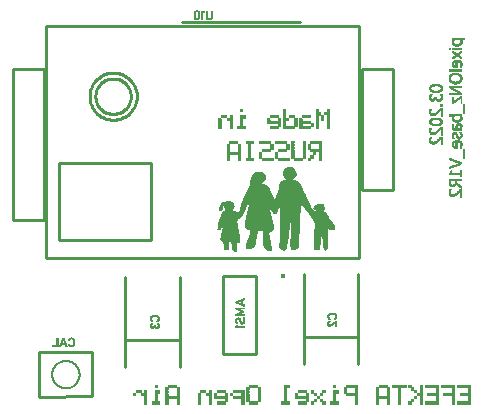
<source format=gbr>
G04 DipTrace 3.2.0.1*
G04 BottomSilk.gbr*
%MOMM*%
G04 #@! TF.FileFunction,Legend,Bot*
G04 #@! TF.Part,Single*
%ADD10C,0.25*%
%ADD12C,0.0762*%
%ADD13C,0.06667*%
%ADD14C,0.05*%
%ADD22C,0.15*%
%ADD23O,0.39193X0.39124*%
%FSLAX35Y35*%
G04*
G71*
G90*
G75*
G01*
G04 BotSilk*
%LPD*%
D23*
X298694Y-689644D3*
X71999Y-687004D2*
D10*
Y-1346972D1*
X-207999Y-687004D2*
Y-1346972D1*
X71999D2*
X-207999D1*
X71999Y-687004D2*
X-207999D1*
X935000Y-1436977D2*
Y-676989D1*
X475000Y-1436977D2*
Y-676989D1*
X935000Y-1207019D2*
X475000D1*
X-577983Y-1459994D2*
Y-700006D1*
X-1037983Y-1459994D2*
Y-700006D1*
X-577983Y-1230036D2*
X-1037983D1*
X-1989000Y-215088D2*
X-1726896D1*
Y1062992D1*
X-1989000D1*
Y-215088D1*
X-1705992Y-540000D2*
X943992D1*
Y1428043D1*
X-1705992D1*
Y-540000D1*
X964896Y38930D2*
X1227000D1*
Y1062992D1*
X964896D1*
Y38930D1*
X443904Y1457000D2*
X-555950D1*
X-1340976Y832039D2*
X-1340489Y845990D1*
X-1339029Y859873D1*
X-1336605Y873621D1*
X-1333227Y887166D1*
X-1328912Y900443D1*
X-1323682Y913386D1*
X-1317561Y925933D1*
X-1310580Y938022D1*
X-1302773Y949596D1*
X-1294177Y960596D1*
X-1284834Y970970D1*
X-1274790Y980667D1*
X-1264095Y989641D1*
X-1252799Y997846D1*
X-1240958Y1005244D1*
X-1228630Y1011797D1*
X-1215875Y1017475D1*
X-1202755Y1022250D1*
X-1189334Y1026098D1*
X-1175677Y1029000D1*
X-1161850Y1030943D1*
X-1147922Y1031917D1*
X-1133960D1*
X-1120031Y1030943D1*
X-1106205Y1029000D1*
X-1092548Y1026098D1*
X-1079127Y1022250D1*
X-1066006Y1017475D1*
X-1053251Y1011797D1*
X-1040923Y1005244D1*
X-1029083Y997846D1*
X-1017787Y989641D1*
X-1007091Y980667D1*
X-997048Y970970D1*
X-987705Y960596D1*
X-979109Y949596D1*
X-971301Y938022D1*
X-964320Y925933D1*
X-958200Y913386D1*
X-952969Y900443D1*
X-948655Y887166D1*
X-945277Y873621D1*
X-942852Y859873D1*
X-941393Y845990D1*
X-940906Y832039D1*
X-941393Y818088D1*
X-942852Y804204D1*
X-945277Y790457D1*
X-948655Y776912D1*
X-952969Y763635D1*
X-958200Y750692D1*
X-964320Y738145D1*
X-971301Y726055D1*
X-979109Y714482D1*
X-987705Y703482D1*
X-997048Y693107D1*
X-1007091Y683410D1*
X-1017787Y674437D1*
X-1029083Y666232D1*
X-1040923Y658834D1*
X-1053251Y652280D1*
X-1066006Y646602D1*
X-1079127Y641828D1*
X-1092548Y637980D1*
X-1106205Y635078D1*
X-1120031Y633135D1*
X-1133960Y632161D1*
X-1147922D1*
X-1161850Y633135D1*
X-1175677Y635078D1*
X-1189334Y637980D1*
X-1202755Y641828D1*
X-1215875Y646602D1*
X-1228630Y652280D1*
X-1240958Y658834D1*
X-1252799Y666232D1*
X-1264095Y674437D1*
X-1274790Y683410D1*
X-1284834Y693107D1*
X-1294177Y703482D1*
X-1302773Y714482D1*
X-1310580Y726055D1*
X-1317561Y738145D1*
X-1323682Y750692D1*
X-1328912Y763635D1*
X-1333227Y776912D1*
X-1336605Y790457D1*
X-1339029Y804204D1*
X-1340489Y818088D1*
X-1340976Y832039D1*
X-1291128Y831939D2*
X-1290763Y842401D1*
X-1289668Y852811D1*
X-1287850Y863120D1*
X-1285316Y873278D1*
X-1282080Y883233D1*
X-1278158Y892939D1*
X-1273567Y902348D1*
X-1268331Y911413D1*
X-1262476Y920092D1*
X-1256028Y928341D1*
X-1249022Y936120D1*
X-1241489Y943392D1*
X-1233467Y950121D1*
X-1224995Y956274D1*
X-1216115Y961821D1*
X-1206869Y966735D1*
X-1197302Y970993D1*
X-1187462Y974573D1*
X-1177396Y977459D1*
X-1167153Y979635D1*
X-1156784Y981092D1*
X-1146337Y981822D1*
X-1135866D1*
X-1125420Y981092D1*
X-1115050Y979635D1*
X-1104807Y977459D1*
X-1094741Y974573D1*
X-1084901Y970993D1*
X-1075334Y966735D1*
X-1066088Y961821D1*
X-1057208Y956274D1*
X-1048736Y950121D1*
X-1040714Y943392D1*
X-1033182Y936120D1*
X-1026175Y928341D1*
X-1019728Y920092D1*
X-1013872Y911413D1*
X-1008636Y902348D1*
X-1004046Y892939D1*
X-1000123Y883233D1*
X-996887Y873278D1*
X-994354Y863120D1*
X-992535Y852811D1*
X-991441Y842401D1*
X-991075Y831939D1*
X-991441Y821477D1*
X-992535Y811067D1*
X-994354Y800758D1*
X-996887Y790600D1*
X-1000123Y780645D1*
X-1004046Y770939D1*
X-1008636Y761530D1*
X-1013872Y752465D1*
X-1019728Y743786D1*
X-1026175Y735537D1*
X-1033182Y727758D1*
X-1040714Y720486D1*
X-1048736Y713757D1*
X-1057208Y707604D1*
X-1066088Y702057D1*
X-1075334Y697143D1*
X-1084901Y692885D1*
X-1094741Y689305D1*
X-1104807Y686419D1*
X-1115050Y684243D1*
X-1125420Y682786D1*
X-1135866Y682056D1*
X-1146337D1*
X-1156784Y682786D1*
X-1167153Y684243D1*
X-1177396Y686419D1*
X-1187462Y689305D1*
X-1197302Y692885D1*
X-1206869Y697143D1*
X-1216115Y702057D1*
X-1224995Y707604D1*
X-1233467Y713757D1*
X-1241489Y720486D1*
X-1249022Y727758D1*
X-1256028Y735537D1*
X-1262476Y743786D1*
X-1268331Y752465D1*
X-1273567Y761530D1*
X-1278158Y770939D1*
X-1282080Y780645D1*
X-1285316Y790600D1*
X-1287850Y800758D1*
X-1289668Y811067D1*
X-1290763Y821477D1*
X-1291128Y831939D1*
X-1599864Y-386031D2*
X-818054D1*
Y268985D1*
X-1599864D1*
Y-386031D1*
X-1321261Y-1331380D2*
X-1771306Y-1332520D1*
X-1770336Y-1711513D1*
X-1320352Y-1710373D1*
X-1321261Y-1331380D1*
X-1658000Y-1525000D2*
D22*
X-1657716Y-1516978D1*
X-1656866Y-1508995D1*
X-1655454Y-1501090D1*
X-1653487Y-1493302D1*
X-1650974Y-1485668D1*
X-1647928Y-1478225D1*
X-1644363Y-1471011D1*
X-1640298Y-1464059D1*
X-1635750Y-1457405D1*
X-1630744Y-1451079D1*
X-1625303Y-1445114D1*
X-1619454Y-1439538D1*
X-1613225Y-1434379D1*
X-1606646Y-1429661D1*
X-1599750Y-1425407D1*
X-1592570Y-1421639D1*
X-1585142Y-1418374D1*
X-1577500Y-1415629D1*
X-1569684Y-1413416D1*
X-1561730Y-1411747D1*
X-1553678Y-1410630D1*
X-1545566Y-1410070D1*
X-1537434D1*
X-1529322Y-1410630D1*
X-1521270Y-1411747D1*
X-1513316Y-1413416D1*
X-1505500Y-1415629D1*
X-1497858Y-1418374D1*
X-1490430Y-1421639D1*
X-1483250Y-1425407D1*
X-1476354Y-1429661D1*
X-1469775Y-1434379D1*
X-1463546Y-1439538D1*
X-1457697Y-1445114D1*
X-1452256Y-1451079D1*
X-1447250Y-1457405D1*
X-1442702Y-1464059D1*
X-1438637Y-1471011D1*
X-1435072Y-1478225D1*
X-1432026Y-1485668D1*
X-1429513Y-1493302D1*
X-1427546Y-1501090D1*
X-1426134Y-1508995D1*
X-1425284Y-1516978D1*
X-1425000Y-1525000D1*
X-1425284Y-1533022D1*
X-1426134Y-1541005D1*
X-1427546Y-1548910D1*
X-1429513Y-1556698D1*
X-1432026Y-1564332D1*
X-1435072Y-1571775D1*
X-1438637Y-1578989D1*
X-1442702Y-1585941D1*
X-1447250Y-1592595D1*
X-1452256Y-1598921D1*
X-1457697Y-1604886D1*
X-1463546Y-1610462D1*
X-1469775Y-1615621D1*
X-1476354Y-1620339D1*
X-1483250Y-1624593D1*
X-1490430Y-1628361D1*
X-1497858Y-1631626D1*
X-1505500Y-1634371D1*
X-1513316Y-1636584D1*
X-1521270Y-1638253D1*
X-1529322Y-1639370D1*
X-1537434Y-1639930D1*
X-1545566D1*
X-1553678Y-1639370D1*
X-1561730Y-1638253D1*
X-1569684Y-1636584D1*
X-1577500Y-1634371D1*
X-1585142Y-1631626D1*
X-1592570Y-1628361D1*
X-1599750Y-1624593D1*
X-1606646Y-1620339D1*
X-1613225Y-1615621D1*
X-1619454Y-1610462D1*
X-1625303Y-1604886D1*
X-1630744Y-1598921D1*
X-1635750Y-1592595D1*
X-1640298Y-1585941D1*
X-1644363Y-1578989D1*
X-1647928Y-1571775D1*
X-1650974Y-1564332D1*
X-1653487Y-1556698D1*
X-1655454Y-1548910D1*
X-1656866Y-1541005D1*
X-1657716Y-1533022D1*
X-1658000Y-1525000D1*
X-32393Y-877953D2*
D14*
X-29893D1*
X-39507Y-880453D2*
X-29923D1*
X-46377Y-882953D2*
X-30216D1*
X-53142Y-885453D2*
X-30919D1*
X-59886Y-887953D2*
X-34153D1*
X-66555Y-890453D2*
X-38290D1*
X-73298Y-892953D2*
X-42144D1*
X-80220Y-895453D2*
X-45242D1*
X-87045Y-897953D2*
X-46358D1*
X-93311Y-900453D2*
X-64884D1*
X-54893D2*
X-46956D1*
X-98595Y-902953D2*
X-72288D1*
X-54893D2*
X-47223D1*
X-102544Y-905453D2*
X-79402D1*
X-54893D2*
X-47331D1*
X-105462Y-907953D2*
X-86047D1*
X-54893D2*
X-47371D1*
X-106779Y-910453D2*
X-92393D1*
X-54893D2*
X-47386D1*
X-105275Y-912953D2*
X-84874D1*
X-54913D2*
X-47391D1*
X-101214Y-915453D2*
X-77183D1*
X-55103D2*
X-47393D1*
X-95823Y-917953D2*
X-68911D1*
X-55557D2*
X-47364D1*
X-89623Y-920453D2*
X-59701D1*
X-57506D2*
X-47071D1*
X-83155Y-922953D2*
X-46368D1*
X-76551Y-925453D2*
X-43133D1*
X-69868Y-927953D2*
X-38997D1*
X-63231Y-930453D2*
X-35142D1*
X-56581Y-932953D2*
X-32044D1*
X-49951Y-935453D2*
X-30925D1*
X-43569Y-937953D2*
X-30297D1*
X-37393Y-940453D2*
X-29893D1*
X-107393Y-957953D2*
X-29893D1*
X-107183Y-960453D2*
X-29893D1*
X-106710Y-962953D2*
X-29893D1*
X-104407Y-965453D2*
X-29893D1*
X-101017Y-967953D2*
X-79893D1*
X-96728Y-970453D2*
X-74884D1*
X-91757Y-972953D2*
X-69796D1*
X-86298Y-975453D2*
X-64477D1*
X-80699Y-977953D2*
X-58898D1*
X-75214Y-980453D2*
X-53452D1*
X-69858Y-982953D2*
X-48849D1*
X-64907Y-985453D2*
X-45127D1*
X-60828Y-987953D2*
X-43524D1*
X-57393Y-990453D2*
X-43214D1*
X-62780Y-992953D2*
X-44480D1*
X-68399Y-995453D2*
X-48080D1*
X-74057Y-997953D2*
X-52619D1*
X-79582Y-1000453D2*
X-57799D1*
X-85133Y-1002953D2*
X-63384D1*
X-90819Y-1005453D2*
X-69034D1*
X-96308Y-1007953D2*
X-74480D1*
X-100929Y-1010453D2*
X-79730D1*
X-104658Y-1012953D2*
X-29893D1*
X-106069Y-1015453D2*
X-29893D1*
X-106872Y-1017953D2*
X-29893D1*
X-107393Y-1020453D2*
X-29893D1*
X-39893Y-1037953D2*
X-37393D1*
X-87393Y-1040453D2*
X-82393D1*
X-41797D2*
X-36443D1*
X-92961Y-1042953D2*
X-77595D1*
X-43250D2*
X-35369D1*
X-97311Y-1045453D2*
X-73757D1*
X-43106D2*
X-34208D1*
X-100324Y-1047953D2*
X-70937D1*
X-42010D2*
X-33004D1*
X-102422Y-1050453D2*
X-69041D1*
X-40958D2*
X-31858D1*
X-104030Y-1052953D2*
X-92298D1*
X-79998D2*
X-67748D1*
X-40026D2*
X-30940D1*
X-105336Y-1055453D2*
X-94468D1*
X-77907D2*
X-66692D1*
X-39112D2*
X-30381D1*
X-106314Y-1057953D2*
X-96271D1*
X-76334D2*
X-65857D1*
X-38329D2*
X-30099D1*
X-106895Y-1060453D2*
X-97714D1*
X-75172D2*
X-65335D1*
X-37835D2*
X-29974D1*
X-107184Y-1062953D2*
X-98753D1*
X-74165D2*
X-64987D1*
X-37591D2*
X-29923D1*
X-107312Y-1065453D2*
X-99277D1*
X-73338D2*
X-64552D1*
X-37565D2*
X-29904D1*
X-107353Y-1067953D2*
X-99260D1*
X-72744D2*
X-63896D1*
X-37837D2*
X-29907D1*
X-107285Y-1070453D2*
X-98784D1*
X-72167D2*
X-63150D1*
X-38428D2*
X-29992D1*
X-106973Y-1072953D2*
X-98109D1*
X-71443D2*
X-62330D1*
X-39219D2*
X-30310D1*
X-106367Y-1075453D2*
X-97364D1*
X-70668D2*
X-61324D1*
X-40139D2*
X-30918D1*
X-105639Y-1077953D2*
X-96445D1*
X-69885D2*
X-58724D1*
X-43061D2*
X-31657D1*
X-104883Y-1080453D2*
X-95308D1*
X-68950D2*
X-52423D1*
X-50748D2*
X-32509D1*
X-104031Y-1082953D2*
X-93935D1*
X-67775D2*
X-33775D1*
X-103177Y-1085453D2*
X-92393D1*
X-66184D2*
X-35728D1*
X-102393Y-1087953D2*
X-94893D1*
X-63895D2*
X-38636D1*
X-60851Y-1090453D2*
X-42680D1*
X-57393Y-1092953D2*
X-47393D1*
X-99893Y-1105453D2*
X-89893D1*
X-101529Y-1107953D2*
X-91903D1*
X-103187Y-1110453D2*
X-93374D1*
X-104797Y-1112953D2*
X-94268D1*
X-106037Y-1115453D2*
X-29893D1*
X-106771Y-1117953D2*
X-29893D1*
X-107134Y-1120453D2*
X-29893D1*
X-107299Y-1122953D2*
X-29893D1*
X-107393Y-1125453D2*
X-29893D1*
X691550Y-1003697D2*
X729050D1*
X687041Y-1006197D2*
X733559D1*
X683089Y-1008697D2*
X737511D1*
X679849Y-1011197D2*
X740760D1*
X677350Y-1013697D2*
X743338D1*
X675601Y-1016197D2*
X689937D1*
X730954D2*
X745317D1*
X674369Y-1018697D2*
X686683D1*
X734507D2*
X746830D1*
X673336Y-1021197D2*
X684321D1*
X737262D2*
X747905D1*
X672509Y-1023697D2*
X682559D1*
X738562D2*
X748527D1*
X672000Y-1026197D2*
X681261D1*
X739592D2*
X748832D1*
X671751Y-1028697D2*
X680303D1*
X740378D2*
X748965D1*
X671723Y-1031197D2*
X680601D1*
X740123D2*
X749009D1*
X671994Y-1033697D2*
X681337D1*
X739606D2*
X748941D1*
X672585Y-1036197D2*
X682440D1*
X738852D2*
X748620D1*
X673317Y-1038697D2*
X683989D1*
X737572D2*
X747926D1*
X674167Y-1041197D2*
X686029D1*
X735607D2*
X746870D1*
X675413Y-1043697D2*
X688178D1*
X733295D2*
X745419D1*
X677175Y-1046197D2*
X689812D1*
X731330D2*
X743512D1*
X679310Y-1048697D2*
X690764D1*
X729884D2*
X741123D1*
X681645Y-1051197D2*
X691249D1*
X729441D2*
X737983D1*
X684050Y-1053697D2*
X691550D1*
X729200D2*
X733829D1*
X729050Y-1056197D2*
D3*
X684050Y-1071197D2*
X691550D1*
X739050D2*
X749050D1*
X680491Y-1073697D2*
X691340D1*
X735301D2*
X749050D1*
X677603Y-1076197D2*
X690866D1*
X731762D2*
X749050D1*
X675437Y-1078697D2*
X688764D1*
X728290D2*
X749050D1*
X673833Y-1081197D2*
X686132D1*
X724900D2*
X749050D1*
X672719Y-1083697D2*
X683643D1*
X721580D2*
X749050D1*
X672082Y-1086197D2*
X681714D1*
X718215D2*
X733955D1*
X739050D2*
X749050D1*
X671771Y-1088697D2*
X680210D1*
X714871D2*
X731125D1*
X739050D2*
X749050D1*
X671646Y-1091197D2*
X679803D1*
X711550D2*
X727937D1*
X739050D2*
X749050D1*
X671679Y-1093697D2*
X680476D1*
X707987D2*
X724478D1*
X739050D2*
X749050D1*
X671987Y-1096197D2*
X681589D1*
X703711D2*
X720933D1*
X739050D2*
X749050D1*
X672676Y-1098697D2*
X685103D1*
X697942D2*
X717473D1*
X739050D2*
X749050D1*
X673731Y-1101197D2*
X690319D1*
X690272D2*
X714102D1*
X739050D2*
X749050D1*
X675181Y-1103697D2*
X710632D1*
X739050D2*
X749050D1*
X677067Y-1106197D2*
X706975D1*
X739050D2*
X749050D1*
X679249Y-1108697D2*
X703095D1*
X739050D2*
X749050D1*
X681550Y-1111197D2*
X699050D1*
X739050D2*
X749050D1*
X-811433Y-1021713D2*
X-773933D1*
X-815942Y-1024213D2*
X-769425D1*
X-819894Y-1026713D2*
X-765472D1*
X-823134Y-1029213D2*
X-762223D1*
X-825633Y-1031713D2*
X-759645D1*
X-827382Y-1034213D2*
X-813046D1*
X-772030D2*
X-757666D1*
X-828615Y-1036713D2*
X-816300D1*
X-768476D2*
X-756153D1*
X-829647Y-1039213D2*
X-818662D1*
X-765721D2*
X-755078D1*
X-830474Y-1041713D2*
X-820424D1*
X-764421D2*
X-754457D1*
X-830983Y-1044213D2*
X-821722D1*
X-763391D2*
X-754152D1*
X-831233Y-1046713D2*
X-822680D1*
X-762605D2*
X-754018D1*
X-831261Y-1049213D2*
X-822383D1*
X-762861D2*
X-753974D1*
X-830989Y-1051713D2*
X-821647D1*
X-763377D2*
X-754042D1*
X-830399Y-1054213D2*
X-820543D1*
X-764132D2*
X-754363D1*
X-829667Y-1056713D2*
X-818994D1*
X-765411D2*
X-755057D1*
X-828817Y-1059213D2*
X-816955D1*
X-767377D2*
X-756113D1*
X-827570Y-1061713D2*
X-814805D1*
X-769689D2*
X-757564D1*
X-825809Y-1064213D2*
X-813171D1*
X-771653D2*
X-759471D1*
X-823674Y-1066713D2*
X-812220D1*
X-773099D2*
X-761860D1*
X-821339Y-1069213D2*
X-811735D1*
X-773543D2*
X-765000D1*
X-818933Y-1071713D2*
X-811433D1*
X-773783D2*
X-769155D1*
X-773933Y-1074213D2*
D3*
X-771433Y-1086713D2*
X-768933D1*
X-818933Y-1089213D2*
X-813933D1*
X-771414D2*
X-764821D1*
X-822492Y-1091713D2*
X-814048D1*
X-771228D2*
X-761566D1*
X-825380Y-1094213D2*
X-814314D1*
X-770789D2*
X-759205D1*
X-827546Y-1096713D2*
X-815733D1*
X-769049D2*
X-757433D1*
X-829150Y-1099213D2*
X-817703D1*
X-767027D2*
X-756047D1*
X-830264Y-1101713D2*
X-819740D1*
X-765182D2*
X-755034D1*
X-830901Y-1104213D2*
X-821358D1*
X-798933D2*
X-788933D1*
X-763689D2*
X-754440D1*
X-831212Y-1106713D2*
X-822554D1*
X-798943D2*
X-788924D1*
X-762468D2*
X-754145D1*
X-831338Y-1109213D2*
X-822497D1*
X-799099D2*
X-788826D1*
X-762142D2*
X-754026D1*
X-831304Y-1111713D2*
X-821476D1*
X-799510D2*
X-788592D1*
X-762624D2*
X-754061D1*
X-830996Y-1114213D2*
X-818415D1*
X-802227D2*
X-787434D1*
X-764085D2*
X-754370D1*
X-830307Y-1116713D2*
X-810645D1*
X-809841D2*
X-783426D1*
X-768909D2*
X-755059D1*
X-829233Y-1119213D2*
X-776974D1*
X-776727D2*
X-756114D1*
X-827592Y-1121713D2*
X-796536D1*
X-791062D2*
X-757564D1*
X-824934Y-1124213D2*
X-799424D1*
X-789802D2*
X-759450D1*
X-821042Y-1126713D2*
X-802779D1*
X-787057D2*
X-761633D1*
X-816433Y-1129213D2*
X-806433D1*
X-783933D2*
X-763933D1*
X-441000Y1559500D2*
X-431000D1*
X-445713Y1557000D2*
X-426202D1*
X-393500D2*
X-383500D1*
X-358500D2*
X-348500D1*
X-313500D2*
X-306000D1*
X-449319Y1554500D2*
X-422363D1*
X-393500D2*
X-379951D1*
X-358500D2*
X-348500D1*
X-313500D2*
X-306000D1*
X-451848Y1552000D2*
X-419553D1*
X-393500D2*
X-377151D1*
X-358500D2*
X-348500D1*
X-313500D2*
X-306000D1*
X-453613Y1549500D2*
X-417432D1*
X-393500D2*
X-374987D1*
X-358500D2*
X-348500D1*
X-313500D2*
X-306000D1*
X-454793Y1547000D2*
X-446386D1*
X-425614D2*
X-416597D1*
X-393500D2*
X-374216D1*
X-358500D2*
X-348500D1*
X-313500D2*
X-306000D1*
X-455454Y1544500D2*
X-447006D1*
X-424994D2*
X-415878D1*
X-393500D2*
X-386000D1*
X-378500D2*
X-373781D1*
X-358500D2*
X-348500D1*
X-313500D2*
X-306000D1*
X-455774Y1542000D2*
X-447653D1*
X-424347D2*
X-415100D1*
X-393500D2*
X-386000D1*
X-376000D2*
X-373500D1*
X-358500D2*
X-348500D1*
X-313500D2*
X-306000D1*
X-455913Y1539500D2*
X-448091D1*
X-423909D2*
X-414386D1*
X-393500D2*
X-386000D1*
X-358500D2*
X-348500D1*
X-313500D2*
X-306000D1*
X-455968Y1537000D2*
X-448324D1*
X-423676D2*
X-413923D1*
X-393500D2*
X-386000D1*
X-358500D2*
X-348500D1*
X-313500D2*
X-306000D1*
X-455989Y1534500D2*
X-448430D1*
X-423570D2*
X-413681D1*
X-393500D2*
X-386000D1*
X-358500D2*
X-348500D1*
X-313500D2*
X-306000D1*
X-455996Y1532000D2*
X-448474D1*
X-423526D2*
X-413572D1*
X-393500D2*
X-386000D1*
X-358500D2*
X-348500D1*
X-313500D2*
X-306000D1*
X-455999Y1529500D2*
X-448491D1*
X-423509D2*
X-413527D1*
X-393500D2*
X-386000D1*
X-358500D2*
X-348500D1*
X-313500D2*
X-306000D1*
X-456000Y1527000D2*
X-448497D1*
X-423503D2*
X-413510D1*
X-393500D2*
X-386000D1*
X-358500D2*
X-348500D1*
X-313500D2*
X-306000D1*
X-456000Y1524500D2*
X-448499D1*
X-423501D2*
X-413503D1*
X-393500D2*
X-386000D1*
X-358500D2*
X-348500D1*
X-313500D2*
X-306000D1*
X-456000Y1522000D2*
X-448500D1*
X-423500D2*
X-413501D1*
X-393500D2*
X-386000D1*
X-358500D2*
X-348500D1*
X-313500D2*
X-306000D1*
X-456000Y1519500D2*
X-448500D1*
X-423500D2*
X-413500D1*
X-393500D2*
X-386000D1*
X-358500D2*
X-348500D1*
X-313500D2*
X-306000D1*
X-456000Y1517000D2*
X-448500D1*
X-423500D2*
X-413500D1*
X-393500D2*
X-386000D1*
X-358500D2*
X-348500D1*
X-313500D2*
X-306000D1*
X-456000Y1514500D2*
X-448500D1*
X-423500D2*
X-413500D1*
X-393500D2*
X-386000D1*
X-358500D2*
X-348500D1*
X-313500D2*
X-306000D1*
X-456000Y1512000D2*
X-448500D1*
X-423500D2*
X-413500D1*
X-393500D2*
X-386000D1*
X-358500D2*
X-348500D1*
X-313510D2*
X-306000D1*
X-456000Y1509500D2*
X-448500D1*
X-423500D2*
X-413510D1*
X-393500D2*
X-386000D1*
X-358490D2*
X-348500D1*
X-313598D2*
X-306000D1*
X-456000Y1507000D2*
X-448500D1*
X-423500D2*
X-413598D1*
X-393500D2*
X-386000D1*
X-358402D2*
X-348490D1*
X-313916D2*
X-306000D1*
X-456000Y1504500D2*
X-448490D1*
X-423510D2*
X-413916D1*
X-393500D2*
X-386000D1*
X-358084D2*
X-348393D1*
X-314525D2*
X-306010D1*
X-456000Y1502000D2*
X-448393D1*
X-423607D2*
X-414515D1*
X-393500D2*
X-386000D1*
X-357475D2*
X-347967D1*
X-315273D2*
X-306098D1*
X-455990Y1499500D2*
X-448158D1*
X-423842D2*
X-415166D1*
X-393500D2*
X-386000D1*
X-356746D2*
X-347157D1*
X-316272D2*
X-306426D1*
X-455902Y1497000D2*
X-447001D1*
X-424999D2*
X-415690D1*
X-393500D2*
X-386000D1*
X-355982D2*
X-344939D1*
X-317715D2*
X-307122D1*
X-455574Y1494500D2*
X-442992D1*
X-429008D2*
X-416250D1*
X-393500D2*
X-386000D1*
X-355054D2*
X-339399D1*
X-322934D2*
X-308180D1*
X-454868Y1492000D2*
X-436541D1*
X-435459D2*
X-417062D1*
X-393500D2*
X-386000D1*
X-353881D2*
X-331081D1*
X-331054D2*
X-309640D1*
X-453716Y1489500D2*
X-418258D1*
X-393500D2*
X-386000D1*
X-352291D2*
X-311623D1*
X-451885Y1487000D2*
X-420105D1*
X-393500D2*
X-386000D1*
X-350002D2*
X-314207D1*
X-449187Y1484500D2*
X-422810D1*
X-393500D2*
X-386000D1*
X-346958D2*
X-317425D1*
X-446000Y1482000D2*
X-426000D1*
X-393500D2*
X-386000D1*
X-343500D2*
X-321000D1*
X-1501217Y-1208553D2*
X-1496217D1*
X-1621217Y-1211053D2*
X-1611217D1*
X-1571217D2*
X-1561217D1*
X-1506879D2*
X-1490255D1*
X-1621217Y-1213553D2*
X-1611217D1*
X-1572081D2*
X-1560830D1*
X-1511550D2*
X-1485610D1*
X-1621217Y-1216053D2*
X-1611217D1*
X-1572913D2*
X-1560201D1*
X-1515162D2*
X-1482108D1*
X-1621217Y-1218553D2*
X-1611217D1*
X-1573706D2*
X-1559466D1*
X-1517901D2*
X-1479453D1*
X-1621217Y-1221053D2*
X-1611217D1*
X-1574559D2*
X-1558699D1*
X-1519946D2*
X-1505630D1*
X-1488812D2*
X-1477454D1*
X-1621217Y-1223553D2*
X-1611217D1*
X-1575398D2*
X-1557780D1*
X-1521484D2*
X-1509270D1*
X-1486642D2*
X-1475937D1*
X-1621217Y-1226053D2*
X-1611217D1*
X-1576198D2*
X-1556715D1*
X-1522575D2*
X-1511990D1*
X-1484839D2*
X-1474851D1*
X-1621217Y-1228553D2*
X-1611217D1*
X-1577056D2*
X-1569103D1*
X-1563330D2*
X-1555626D1*
X-1523244D2*
X-1514171D1*
X-1483396D2*
X-1474142D1*
X-1621217Y-1231053D2*
X-1611217D1*
X-1577897D2*
X-1569733D1*
X-1562701D2*
X-1554649D1*
X-1523717D2*
X-1516217D1*
X-1482347D2*
X-1473518D1*
X-1621217Y-1233553D2*
X-1611217D1*
X-1578707D2*
X-1570468D1*
X-1561966D2*
X-1553782D1*
X-1481735D2*
X-1472786D1*
X-1621217Y-1236053D2*
X-1611217D1*
X-1579643D2*
X-1571224D1*
X-1561209D2*
X-1552895D1*
X-1481433D2*
X-1472092D1*
X-1621217Y-1238553D2*
X-1611217D1*
X-1580715D2*
X-1572065D1*
X-1560368D2*
X-1552043D1*
X-1481301D2*
X-1471636D1*
X-1621217Y-1241053D2*
X-1611217D1*
X-1581806D2*
X-1572900D1*
X-1559533D2*
X-1551228D1*
X-1481248D2*
X-1471397D1*
X-1621217Y-1243553D2*
X-1611217D1*
X-1582784D2*
X-1573708D1*
X-1558735D2*
X-1550291D1*
X-1481228D2*
X-1471288D1*
X-1621217Y-1246053D2*
X-1611217D1*
X-1583651D2*
X-1574644D1*
X-1557877D2*
X-1549218D1*
X-1481220D2*
X-1471243D1*
X-1621217Y-1248553D2*
X-1611217D1*
X-1584538D2*
X-1575716D1*
X-1557036D2*
X-1548127D1*
X-1481218D2*
X-1471226D1*
X-1621217Y-1251053D2*
X-1611217D1*
X-1585390D2*
X-1576797D1*
X-1556234D2*
X-1547149D1*
X-1481217D2*
X-1471220D1*
X-1621217Y-1253553D2*
X-1611217D1*
X-1586205D2*
X-1577694D1*
X-1555364D2*
X-1546282D1*
X-1481217D2*
X-1471228D1*
X-1621217Y-1256053D2*
X-1611217D1*
X-1587143D2*
X-1578285D1*
X-1554503D2*
X-1545395D1*
X-1481226D2*
X-1471315D1*
X-1621217Y-1258553D2*
X-1611217D1*
X-1588215D2*
X-1578717D1*
X-1553717D2*
X-1544543D1*
X-1481314D2*
X-1471633D1*
X-1621217Y-1261053D2*
X-1611217D1*
X-1589306D2*
X-1543738D1*
X-1481633D2*
X-1472232D1*
X-1621217Y-1263553D2*
X-1611217D1*
X-1590284D2*
X-1542879D1*
X-1482241D2*
X-1472882D1*
X-1621217Y-1266053D2*
X-1611217D1*
X-1591151D2*
X-1542037D1*
X-1523717D2*
X-1513717D1*
X-1482990D2*
X-1473406D1*
X-1621217Y-1268553D2*
X-1611217D1*
X-1592038D2*
X-1541226D1*
X-1523321D2*
X-1512603D1*
X-1483989D2*
X-1473967D1*
X-1621217Y-1271053D2*
X-1611217D1*
X-1592890D2*
X-1584103D1*
X-1548621D2*
X-1540290D1*
X-1522603D2*
X-1511148D1*
X-1485431D2*
X-1474769D1*
X-1621217Y-1273553D2*
X-1611217D1*
X-1593695D2*
X-1584733D1*
X-1548301D2*
X-1539218D1*
X-1521540D2*
X-1506277D1*
X-1490651D2*
X-1475870D1*
X-1621217Y-1276053D2*
X-1611217D1*
X-1594555D2*
X-1585468D1*
X-1547692D2*
X-1538127D1*
X-1520077D2*
X-1498436D1*
X-1498771D2*
X-1477348D1*
X-1658717Y-1278553D2*
X-1611217D1*
X-1595404D2*
X-1586226D1*
X-1546956D2*
X-1537141D1*
X-1518093D2*
X-1479337D1*
X-1658717Y-1281053D2*
X-1611217D1*
X-1596275D2*
X-1587079D1*
X-1546131D2*
X-1536205D1*
X-1515509D2*
X-1481923D1*
X-1658717Y-1283553D2*
X-1611217D1*
X-1597392D2*
X-1587933D1*
X-1545032D2*
X-1535058D1*
X-1512292D2*
X-1485141D1*
X-1658717Y-1286053D2*
X-1611217D1*
X-1598717D2*
X-1588717D1*
X-1543717D2*
X-1533717D1*
X-1508717D2*
X-1488717D1*
X-790297Y-1611393D2*
D12*
X-771247D1*
X-675997D2*
X-607417D1*
X9803D2*
X78383D1*
X306983D2*
X348893D1*
X718463D2*
X737513D1*
X832763D2*
X924203D1*
X1107083D2*
X1175663D1*
X1221383D2*
X1335683D1*
X1358543D2*
X1377593D1*
X1453793D2*
X1472843D1*
X1495703D2*
X1610003D1*
X1632863D2*
X1747163D1*
X1770023D2*
X1884323D1*
X-790297Y-1615203D2*
X-771247D1*
X-675997D2*
X-607417D1*
X9803D2*
X78383D1*
X306998D2*
X348893D1*
X718463D2*
X737513D1*
X832763D2*
X924188D1*
X1107083D2*
X1175663D1*
X1221383D2*
X1335683D1*
X1358543D2*
X1377593D1*
X1453793D2*
X1472828D1*
X1495703D2*
X1609988D1*
X1632863D2*
X1747148D1*
X1770023D2*
X1884308D1*
X-790297Y-1619013D2*
X-771247D1*
X-675997D2*
X-607417D1*
X9803D2*
X78383D1*
X307143D2*
X348893D1*
X718463D2*
X737513D1*
X832763D2*
X924043D1*
X1107083D2*
X1175663D1*
X1221383D2*
X1335683D1*
X1358543D2*
X1377593D1*
X1453793D2*
X1472683D1*
X1495703D2*
X1609843D1*
X1632863D2*
X1747003D1*
X1770023D2*
X1884163D1*
X-790297Y-1622823D2*
X-771247D1*
X-675997D2*
X-607417D1*
X9803D2*
X78383D1*
X307732D2*
X348893D1*
X718463D2*
X737513D1*
X832763D2*
X923455D1*
X1107083D2*
X1175663D1*
X1221383D2*
X1335683D1*
X1358543D2*
X1377593D1*
X1453793D2*
X1472095D1*
X1495703D2*
X1609255D1*
X1632863D2*
X1746415D1*
X1770023D2*
X1883575D1*
X-790297Y-1626633D2*
X-771247D1*
X-675997D2*
X-607417D1*
X9803D2*
X78383D1*
X309035D2*
X348893D1*
X718463D2*
X737513D1*
X832763D2*
X922152D1*
X1107083D2*
X1175663D1*
X1221383D2*
X1335683D1*
X1358543D2*
X1377593D1*
X1453793D2*
X1470792D1*
X1495703D2*
X1607952D1*
X1632863D2*
X1745112D1*
X1770023D2*
X1882272D1*
X310793Y-1630443D2*
X326033D1*
X905153D2*
X920393D1*
X1271662D2*
X1286153D1*
X1453793D2*
X1469033D1*
X1590953D2*
X1606193D1*
X1728113D2*
X1743353D1*
X1865273D2*
X1880513D1*
X-698857Y-1634253D2*
X-679807D1*
X-603607D2*
X-584557D1*
X-13057D2*
X5993D1*
X82193D2*
X101243D1*
X309035D2*
X326033D1*
X809903D2*
X828953D1*
X905153D2*
X922152D1*
X1084223D2*
X1103273D1*
X1179473D2*
X1198523D1*
X1269434D2*
X1286153D1*
X1381403D2*
X1400453D1*
X1453793D2*
X1470792D1*
X1590953D2*
X1607952D1*
X1728113D2*
X1745112D1*
X1865273D2*
X1882272D1*
X-698857Y-1638063D2*
X-679822D1*
X-603607D2*
X-584557D1*
X-13057D2*
X5978D1*
X82193D2*
X101243D1*
X307955D2*
X326033D1*
X809903D2*
X828938D1*
X905153D2*
X923246D1*
X1084223D2*
X1103258D1*
X1179473D2*
X1198523D1*
X1268173D2*
X1286153D1*
X1381403D2*
X1400453D1*
X1453793D2*
X1471886D1*
X1590953D2*
X1609046D1*
X1728113D2*
X1746206D1*
X1865273D2*
X1883366D1*
X-698857Y-1641873D2*
X-679967D1*
X-603607D2*
X-584557D1*
X-13057D2*
X5833D1*
X82193D2*
X101243D1*
X307547D2*
X326033D1*
X809903D2*
X828793D1*
X905153D2*
X923800D1*
X1084223D2*
X1103113D1*
X1179473D2*
X1198523D1*
X1267699D2*
X1286153D1*
X1381403D2*
X1400453D1*
X1453793D2*
X1472440D1*
X1590953D2*
X1609600D1*
X1728113D2*
X1746760D1*
X1865273D2*
X1883920D1*
X-698857Y-1645683D2*
X-680555D1*
X-603607D2*
X-584557D1*
X-13057D2*
X5245D1*
X82193D2*
X101243D1*
X307890D2*
X326033D1*
X809903D2*
X828205D1*
X905153D2*
X924046D1*
X1084223D2*
X1102525D1*
X1179473D2*
X1198523D1*
X1268020D2*
X1286153D1*
X1381403D2*
X1400453D1*
X1453793D2*
X1472686D1*
X1590953D2*
X1609846D1*
X1728113D2*
X1747006D1*
X1865273D2*
X1884166D1*
X-698857Y-1649493D2*
X-681858D1*
X-603607D2*
X-584557D1*
X-13057D2*
X3942D1*
X82193D2*
X101243D1*
X309090D2*
X326033D1*
X809903D2*
X826902D1*
X905153D2*
X924145D1*
X1084223D2*
X1101222D1*
X1179473D2*
X1198523D1*
X1269213D2*
X1286153D1*
X1381403D2*
X1400453D1*
X1453793D2*
X1472785D1*
X1590953D2*
X1609945D1*
X1728113D2*
X1747105D1*
X1865273D2*
X1884265D1*
X-698857Y-1653303D2*
X-683617D1*
X-603607D2*
X-584557D1*
X-13057D2*
X2183D1*
X82193D2*
X101243D1*
X310793D2*
X326033D1*
X809903D2*
X825143D1*
X905153D2*
X924183D1*
X1084223D2*
X1099463D1*
X1179473D2*
X1198523D1*
X1270913D2*
X1286153D1*
X1381403D2*
X1400453D1*
X1453793D2*
X1472823D1*
X1590953D2*
X1609983D1*
X1728113D2*
X1747143D1*
X1865273D2*
X1884303D1*
X-950317Y-1657113D2*
X-908407D1*
X-877927D2*
X-858877D1*
X-790297D2*
X-748387D1*
X-698857D2*
X-681858D1*
X-603607D2*
X-584557D1*
X-401677D2*
X-359767D1*
X-329287D2*
X-310237D1*
X-264517D2*
X-195937D1*
X-127357D2*
X-35917D1*
X-13057D2*
X3942D1*
X82193D2*
X101243D1*
X309035D2*
X326033D1*
X421283D2*
X489863D1*
X535583D2*
X554633D1*
X630833D2*
X649883D1*
X718463D2*
X760373D1*
X809903D2*
X826902D1*
X905153D2*
X924196D1*
X1084223D2*
X1101222D1*
X1179473D2*
X1198523D1*
X1269155D2*
X1286153D1*
X1404263D2*
X1423313D1*
X1453793D2*
X1472836D1*
X1590953D2*
X1609996D1*
X1728113D2*
X1747156D1*
X1865273D2*
X1884316D1*
X-950317Y-1660923D2*
X-908407D1*
X-877927D2*
X-858877D1*
X-790297D2*
X-748387D1*
X-698857D2*
X-680764D1*
X-603607D2*
X-584557D1*
X-401677D2*
X-359767D1*
X-329287D2*
X-310237D1*
X-264517D2*
X-195937D1*
X-127357D2*
X-35917D1*
X-13057D2*
X5036D1*
X82193D2*
X101243D1*
X307940D2*
X326033D1*
X421283D2*
X489863D1*
X535583D2*
X554633D1*
X630833D2*
X649883D1*
X718463D2*
X760373D1*
X809903D2*
X827996D1*
X905153D2*
X924201D1*
X1084223D2*
X1102316D1*
X1179473D2*
X1198523D1*
X1268060D2*
X1286153D1*
X1404263D2*
X1423313D1*
X1453793D2*
X1472841D1*
X1590953D2*
X1610001D1*
X1728113D2*
X1747161D1*
X1865273D2*
X1884321D1*
X-950317Y-1664733D2*
X-908407D1*
X-877927D2*
X-858877D1*
X-790297D2*
X-748387D1*
X-698857D2*
X-680225D1*
X-603607D2*
X-584557D1*
X-401677D2*
X-359767D1*
X-329287D2*
X-310237D1*
X-264517D2*
X-195937D1*
X-127357D2*
X-35917D1*
X-13057D2*
X5575D1*
X82193D2*
X101243D1*
X307387D2*
X326033D1*
X421283D2*
X489863D1*
X535583D2*
X554633D1*
X630833D2*
X649883D1*
X718463D2*
X760373D1*
X809903D2*
X828550D1*
X905153D2*
X924203D1*
X1084223D2*
X1102855D1*
X1179473D2*
X1198523D1*
X1267522D2*
X1286153D1*
X1404263D2*
X1423313D1*
X1453793D2*
X1472843D1*
X1590953D2*
X1610003D1*
X1728113D2*
X1747163D1*
X1865273D2*
X1884323D1*
X-950317Y-1668543D2*
X-908407D1*
X-877942D2*
X-858877D1*
X-790297D2*
X-748387D1*
X-698857D2*
X-680124D1*
X-603607D2*
X-584557D1*
X-401677D2*
X-359767D1*
X-329302D2*
X-310237D1*
X-264517D2*
X-195937D1*
X-127357D2*
X-35917D1*
X-13057D2*
X5676D1*
X82193D2*
X101243D1*
X307141D2*
X326033D1*
X421283D2*
X489863D1*
X535583D2*
X554633D1*
X630833D2*
X649883D1*
X718463D2*
X760373D1*
X809903D2*
X828796D1*
X905138D2*
X924203D1*
X1084223D2*
X1102956D1*
X1179473D2*
X1198523D1*
X1267421D2*
X1286153D1*
X1404263D2*
X1423313D1*
X1453778D2*
X1472843D1*
X1590938D2*
X1610003D1*
X1728098D2*
X1747163D1*
X1865258D2*
X1884323D1*
X-950317Y-1672353D2*
X-908407D1*
X-878087D2*
X-858877D1*
X-790297D2*
X-748387D1*
X-698857D2*
X-680614D1*
X-603607D2*
X-584557D1*
X-401677D2*
X-359767D1*
X-329447D2*
X-310237D1*
X-264517D2*
X-195937D1*
X-127357D2*
X-35917D1*
X-13057D2*
X5186D1*
X82193D2*
X101243D1*
X307042D2*
X326033D1*
X421283D2*
X489863D1*
X535583D2*
X554633D1*
X630833D2*
X649883D1*
X718463D2*
X760373D1*
X809903D2*
X828898D1*
X904993D2*
X924203D1*
X1084223D2*
X1102466D1*
X1179473D2*
X1198523D1*
X1267910D2*
X1286153D1*
X1404263D2*
X1423313D1*
X1453633D2*
X1472843D1*
X1590793D2*
X1610003D1*
X1727953D2*
X1747163D1*
X1865113D2*
X1884323D1*
X-950317Y-1676163D2*
X-908407D1*
X-878675D2*
X-858877D1*
X-790297D2*
X-748387D1*
X-698857D2*
X-681878D1*
X-603607D2*
X-584557D1*
X-401677D2*
X-359767D1*
X-330035D2*
X-310237D1*
X-264517D2*
X-195937D1*
X-127357D2*
X-35917D1*
X-13057D2*
X3922D1*
X82193D2*
X101243D1*
X307004D2*
X326033D1*
X421283D2*
X489863D1*
X535583D2*
X554633D1*
X630833D2*
X649883D1*
X718463D2*
X760373D1*
X809903D2*
X828953D1*
X904405D2*
X924203D1*
X1084223D2*
X1101202D1*
X1179473D2*
X1198523D1*
X1269174D2*
X1286153D1*
X1404263D2*
X1423313D1*
X1453045D2*
X1472843D1*
X1590205D2*
X1610003D1*
X1727365D2*
X1747163D1*
X1864525D2*
X1884323D1*
X-973177Y-1679973D2*
X-957937D1*
X-900787D2*
X-885547D1*
X-879978D2*
X-858877D1*
X-790297D2*
X-771247D1*
X-698857D2*
X-683617D1*
X-603607D2*
X-584557D1*
X-424537D2*
X-409297D1*
X-352147D2*
X-336907D1*
X-331338D2*
X-310237D1*
X-287377D2*
X-272137D1*
X-192127D2*
X-173077D1*
X-150217D2*
X-134977D1*
X-54967D2*
X-35917D1*
X-13057D2*
X2183D1*
X82193D2*
X101243D1*
X306990D2*
X326033D1*
X398423D2*
X413663D1*
X493673D2*
X512723D1*
X558443D2*
X577493D1*
X607973D2*
X623213D1*
X718463D2*
X737513D1*
X832763D2*
X874673D1*
X882293D2*
X897533D1*
X903102D2*
X924203D1*
X1084223D2*
X1099463D1*
X1179473D2*
X1198523D1*
X1270913D2*
X1286153D1*
X1430933D2*
X1446173D1*
X1451742D2*
X1472843D1*
X1518563D2*
X1537613D1*
X1545233D2*
X1560473D1*
X1568093D2*
X1583333D1*
X1588902D2*
X1610003D1*
X1655723D2*
X1697633D1*
X1705253D2*
X1720493D1*
X1726062D2*
X1747163D1*
X1792883D2*
X1811933D1*
X1819553D2*
X1834793D1*
X1842413D2*
X1857653D1*
X1863222D2*
X1884323D1*
X-973177Y-1683783D2*
X-956178D1*
X-900787D2*
X-858877D1*
X-790297D2*
X-771247D1*
X-698857D2*
X-681858D1*
X-603607D2*
X-584557D1*
X-424537D2*
X-407538D1*
X-352147D2*
X-310237D1*
X-287377D2*
X-270378D1*
X-192127D2*
X-173077D1*
X-150217D2*
X-133218D1*
X-54967D2*
X-35917D1*
X-13057D2*
X3942D1*
X82193D2*
X101243D1*
X306986D2*
X326033D1*
X398423D2*
X415422D1*
X493673D2*
X512723D1*
X558443D2*
X577493D1*
X607973D2*
X624972D1*
X718463D2*
X737513D1*
X832763D2*
X924203D1*
X1084223D2*
X1101222D1*
X1179473D2*
X1198523D1*
X1269155D2*
X1286153D1*
X1430933D2*
X1472843D1*
X1518563D2*
X1610003D1*
X1655723D2*
X1747163D1*
X1792883D2*
X1884323D1*
X-973177Y-1687593D2*
X-955084D1*
X-900787D2*
X-858877D1*
X-790297D2*
X-771247D1*
X-698857D2*
X-680764D1*
X-603607D2*
X-584557D1*
X-424537D2*
X-406444D1*
X-352147D2*
X-310237D1*
X-287377D2*
X-269284D1*
X-192127D2*
X-173077D1*
X-150217D2*
X-132124D1*
X-54967D2*
X-35917D1*
X-13057D2*
X5036D1*
X82193D2*
X101243D1*
X306984D2*
X326033D1*
X398423D2*
X416516D1*
X493673D2*
X512723D1*
X558443D2*
X577493D1*
X607973D2*
X626066D1*
X718463D2*
X737513D1*
X832763D2*
X924203D1*
X1084223D2*
X1102316D1*
X1179473D2*
X1198523D1*
X1268060D2*
X1286153D1*
X1430933D2*
X1472843D1*
X1518563D2*
X1610003D1*
X1655723D2*
X1747163D1*
X1792883D2*
X1884323D1*
X-973177Y-1691403D2*
X-954529D1*
X-900787D2*
X-858877D1*
X-790297D2*
X-771247D1*
X-698857D2*
X-680209D1*
X-603607D2*
X-584557D1*
X-424537D2*
X-405889D1*
X-352147D2*
X-310237D1*
X-287377D2*
X-268729D1*
X-192127D2*
X-173077D1*
X-150217D2*
X-131569D1*
X-54967D2*
X-35917D1*
X-13057D2*
X5591D1*
X82193D2*
X101243D1*
X306984D2*
X326033D1*
X398423D2*
X417071D1*
X493673D2*
X512723D1*
X558443D2*
X577493D1*
X607973D2*
X626621D1*
X718463D2*
X737513D1*
X832763D2*
X924203D1*
X1084223D2*
X1102871D1*
X1179473D2*
X1198523D1*
X1267505D2*
X1286153D1*
X1430933D2*
X1472843D1*
X1518563D2*
X1610003D1*
X1655723D2*
X1747163D1*
X1792883D2*
X1884323D1*
X-973177Y-1695213D2*
X-954274D1*
X-900787D2*
X-858877D1*
X-790297D2*
X-771247D1*
X-698857D2*
X-679954D1*
X-603607D2*
X-584557D1*
X-424537D2*
X-405634D1*
X-352147D2*
X-310237D1*
X-287377D2*
X-268474D1*
X-192127D2*
X-173077D1*
X-150217D2*
X-131314D1*
X-54967D2*
X-35917D1*
X-13057D2*
X5846D1*
X82193D2*
X101243D1*
X306983D2*
X326033D1*
X398423D2*
X417326D1*
X493673D2*
X512723D1*
X558443D2*
X577493D1*
X607973D2*
X626876D1*
X718463D2*
X737513D1*
X832763D2*
X924203D1*
X1084223D2*
X1103126D1*
X1179473D2*
X1198523D1*
X1267251D2*
X1286153D1*
X1430933D2*
X1472843D1*
X1518563D2*
X1610003D1*
X1655723D2*
X1747163D1*
X1792883D2*
X1884323D1*
X-973177Y-1699023D2*
X-954127D1*
X-900787D2*
X-858877D1*
X-790297D2*
X-771247D1*
X-698857D2*
X-679807D1*
X-603607D2*
X-584557D1*
X-424537D2*
X-405487D1*
X-352147D2*
X-310237D1*
X-287377D2*
X-268327D1*
X-192127D2*
X-173077D1*
X-150217D2*
X-131167D1*
X-54967D2*
X-35917D1*
X-13057D2*
X5993D1*
X82193D2*
X101243D1*
X306983D2*
X326033D1*
X398423D2*
X417473D1*
X493673D2*
X512723D1*
X558443D2*
X577493D1*
X607973D2*
X627023D1*
X718463D2*
X737513D1*
X832763D2*
X924203D1*
X1084223D2*
X1103273D1*
X1179473D2*
X1198523D1*
X1267103D2*
X1286153D1*
X1430933D2*
X1472843D1*
X1518563D2*
X1610003D1*
X1655723D2*
X1747163D1*
X1792883D2*
X1884323D1*
X-877927Y-1706643D2*
X-858877D1*
X-790297D2*
X-771247D1*
X-698857D2*
X-584557D1*
X-424537D2*
X-405487D1*
X-329287D2*
X-310237D1*
X-287377D2*
X-173077D1*
X-127357D2*
X-35917D1*
X-13057D2*
X5993D1*
X82193D2*
X101243D1*
X306983D2*
X326033D1*
X398423D2*
X512723D1*
X581303D2*
X600353D1*
X718463D2*
X737513D1*
X905153D2*
X924203D1*
X1084223D2*
X1198523D1*
X1267103D2*
X1286153D1*
X1404263D2*
X1423313D1*
X1453793D2*
X1472843D1*
X1590953D2*
X1610003D1*
X1728113D2*
X1747163D1*
X1865273D2*
X1884323D1*
X-877927Y-1710453D2*
X-858877D1*
X-790297D2*
X-771247D1*
X-698857D2*
X-584557D1*
X-424537D2*
X-405487D1*
X-329287D2*
X-310237D1*
X-287377D2*
X-173077D1*
X-127357D2*
X-35917D1*
X-13057D2*
X5993D1*
X82193D2*
X101243D1*
X306983D2*
X326033D1*
X398423D2*
X512723D1*
X581303D2*
X600353D1*
X718463D2*
X737513D1*
X905153D2*
X924203D1*
X1084223D2*
X1198523D1*
X1267103D2*
X1286153D1*
X1404263D2*
X1423313D1*
X1453793D2*
X1472843D1*
X1590953D2*
X1610003D1*
X1728113D2*
X1747163D1*
X1865273D2*
X1884323D1*
X-877927Y-1714263D2*
X-858877D1*
X-790297D2*
X-771247D1*
X-698857D2*
X-584557D1*
X-424537D2*
X-405487D1*
X-329287D2*
X-310237D1*
X-287377D2*
X-173077D1*
X-127357D2*
X-35917D1*
X-13057D2*
X5993D1*
X82193D2*
X101243D1*
X306983D2*
X326033D1*
X398423D2*
X512723D1*
X581303D2*
X600353D1*
X718463D2*
X737513D1*
X905153D2*
X924203D1*
X1084223D2*
X1198523D1*
X1267103D2*
X1286153D1*
X1404263D2*
X1423313D1*
X1453793D2*
X1472843D1*
X1590953D2*
X1610003D1*
X1728113D2*
X1747163D1*
X1865273D2*
X1884323D1*
X-877927Y-1718073D2*
X-858877D1*
X-790297D2*
X-771247D1*
X-698857D2*
X-584557D1*
X-424537D2*
X-405487D1*
X-329287D2*
X-310237D1*
X-287377D2*
X-173077D1*
X-127357D2*
X-35917D1*
X-13057D2*
X5993D1*
X82193D2*
X101243D1*
X306983D2*
X326033D1*
X398423D2*
X512723D1*
X581303D2*
X600353D1*
X718463D2*
X737513D1*
X905153D2*
X924203D1*
X1084223D2*
X1198523D1*
X1267103D2*
X1286153D1*
X1404263D2*
X1423313D1*
X1453793D2*
X1472843D1*
X1590953D2*
X1610003D1*
X1728113D2*
X1747163D1*
X1865273D2*
X1884323D1*
X-877927Y-1721883D2*
X-858877D1*
X-790297D2*
X-771247D1*
X-698857D2*
X-584557D1*
X-424537D2*
X-405487D1*
X-329287D2*
X-310237D1*
X-287377D2*
X-173077D1*
X-127357D2*
X-35917D1*
X-13057D2*
X5993D1*
X82193D2*
X101243D1*
X306983D2*
X326033D1*
X398423D2*
X512723D1*
X581303D2*
X600353D1*
X718463D2*
X737513D1*
X905153D2*
X924203D1*
X1084223D2*
X1198523D1*
X1267103D2*
X1286153D1*
X1404263D2*
X1423313D1*
X1453793D2*
X1472843D1*
X1590953D2*
X1610003D1*
X1728113D2*
X1747163D1*
X1865273D2*
X1884323D1*
X-877927Y-1729503D2*
X-858877D1*
X-790297D2*
X-771247D1*
X-698857D2*
X-679807D1*
X-603607D2*
X-584557D1*
X-424537D2*
X-405487D1*
X-329287D2*
X-310237D1*
X-192127D2*
X-173077D1*
X-54967D2*
X-35917D1*
X-13057D2*
X5993D1*
X82193D2*
X101243D1*
X306983D2*
X326033D1*
X493673D2*
X512723D1*
X558443D2*
X577493D1*
X607973D2*
X627023D1*
X718463D2*
X737513D1*
X905153D2*
X924203D1*
X1084223D2*
X1103273D1*
X1179473D2*
X1198523D1*
X1267103D2*
X1286153D1*
X1381403D2*
X1400453D1*
X1453793D2*
X1472843D1*
X1590953D2*
X1610003D1*
X1728113D2*
X1747163D1*
X1865273D2*
X1884323D1*
X-877927Y-1733313D2*
X-858877D1*
X-790297D2*
X-771247D1*
X-698857D2*
X-679807D1*
X-603607D2*
X-584557D1*
X-424537D2*
X-405487D1*
X-329287D2*
X-310237D1*
X-192127D2*
X-173077D1*
X-54967D2*
X-35917D1*
X-13057D2*
X5993D1*
X82193D2*
X101243D1*
X306983D2*
X326033D1*
X493673D2*
X512723D1*
X558443D2*
X577493D1*
X607973D2*
X627023D1*
X718463D2*
X737513D1*
X905153D2*
X924203D1*
X1084223D2*
X1103273D1*
X1179473D2*
X1198523D1*
X1267103D2*
X1286153D1*
X1381403D2*
X1400453D1*
X1453793D2*
X1472843D1*
X1590953D2*
X1610003D1*
X1728113D2*
X1747163D1*
X1865273D2*
X1884323D1*
X-877927Y-1737123D2*
X-858877D1*
X-790297D2*
X-771247D1*
X-698857D2*
X-679807D1*
X-603607D2*
X-584557D1*
X-424537D2*
X-405487D1*
X-329287D2*
X-310237D1*
X-192127D2*
X-173077D1*
X-54967D2*
X-35917D1*
X-13057D2*
X5993D1*
X82193D2*
X101243D1*
X306983D2*
X326033D1*
X493673D2*
X512723D1*
X558443D2*
X577493D1*
X607973D2*
X627023D1*
X718463D2*
X737513D1*
X905153D2*
X924203D1*
X1084223D2*
X1103273D1*
X1179473D2*
X1198523D1*
X1267103D2*
X1286153D1*
X1381403D2*
X1400453D1*
X1453793D2*
X1472843D1*
X1590953D2*
X1610003D1*
X1728113D2*
X1747163D1*
X1865273D2*
X1884323D1*
X-877927Y-1740933D2*
X-858877D1*
X-790297D2*
X-771247D1*
X-698857D2*
X-679807D1*
X-603607D2*
X-584557D1*
X-424537D2*
X-405487D1*
X-329287D2*
X-310237D1*
X-192127D2*
X-173077D1*
X-54967D2*
X-35917D1*
X-13057D2*
X5993D1*
X82193D2*
X101243D1*
X306983D2*
X326033D1*
X493673D2*
X512723D1*
X558443D2*
X577493D1*
X607973D2*
X627023D1*
X718463D2*
X737513D1*
X905153D2*
X924203D1*
X1084223D2*
X1103273D1*
X1179473D2*
X1198523D1*
X1267103D2*
X1286153D1*
X1381403D2*
X1400453D1*
X1453793D2*
X1472843D1*
X1590953D2*
X1610003D1*
X1728113D2*
X1747163D1*
X1865273D2*
X1884323D1*
X-877927Y-1744743D2*
X-858877D1*
X-790297D2*
X-771247D1*
X-698857D2*
X-679807D1*
X-603607D2*
X-584557D1*
X-424537D2*
X-405487D1*
X-329287D2*
X-310237D1*
X-192127D2*
X-173077D1*
X-54967D2*
X-35917D1*
X-13057D2*
X5993D1*
X82193D2*
X101243D1*
X306983D2*
X326033D1*
X493673D2*
X512723D1*
X558443D2*
X577493D1*
X607973D2*
X627023D1*
X718463D2*
X737513D1*
X905153D2*
X924203D1*
X1084223D2*
X1103273D1*
X1179473D2*
X1198523D1*
X1267103D2*
X1286153D1*
X1381403D2*
X1400453D1*
X1453793D2*
X1472843D1*
X1590953D2*
X1610003D1*
X1728113D2*
X1747163D1*
X1865273D2*
X1884323D1*
X-877927Y-1748553D2*
X-858877D1*
X-790297D2*
X-771247D1*
X-698857D2*
X-679807D1*
X-603607D2*
X-584557D1*
X-424537D2*
X-405487D1*
X-329287D2*
X-310237D1*
X-192127D2*
X-173077D1*
X-54967D2*
X-35917D1*
X-13057D2*
X5993D1*
X82193D2*
X101243D1*
X306983D2*
X326033D1*
X493673D2*
X512723D1*
X558443D2*
X577493D1*
X607973D2*
X627023D1*
X718463D2*
X737513D1*
X905153D2*
X924203D1*
X1084223D2*
X1103273D1*
X1179473D2*
X1198523D1*
X1267103D2*
X1286153D1*
X1381403D2*
X1400453D1*
X1453793D2*
X1472843D1*
X1590953D2*
X1610003D1*
X1728113D2*
X1747163D1*
X1865273D2*
X1884323D1*
X-877927Y-1752363D2*
X-858877D1*
X-813157D2*
X-748387D1*
X-698857D2*
X-679807D1*
X-603607D2*
X-584557D1*
X-424537D2*
X-405487D1*
X-329287D2*
X-310237D1*
X-264517D2*
X-195937D1*
X-54967D2*
X-35917D1*
X9803D2*
X78383D1*
X284123D2*
X348893D1*
X421283D2*
X489863D1*
X535583D2*
X554633D1*
X630833D2*
X649883D1*
X695603D2*
X760373D1*
X905153D2*
X924203D1*
X1084223D2*
X1103273D1*
X1179473D2*
X1198523D1*
X1267103D2*
X1286153D1*
X1358543D2*
X1377593D1*
X1453793D2*
X1472843D1*
X1495703D2*
X1610003D1*
X1728113D2*
X1747163D1*
X1770023D2*
X1884323D1*
X-877927Y-1756173D2*
X-858877D1*
X-813157D2*
X-748387D1*
X-698857D2*
X-679807D1*
X-603607D2*
X-584557D1*
X-424537D2*
X-405487D1*
X-329287D2*
X-310237D1*
X-264517D2*
X-195937D1*
X-54967D2*
X-35917D1*
X9803D2*
X78383D1*
X284123D2*
X348893D1*
X421283D2*
X489863D1*
X535583D2*
X554633D1*
X630833D2*
X649883D1*
X695603D2*
X760373D1*
X905153D2*
X924203D1*
X1084223D2*
X1103273D1*
X1179473D2*
X1198523D1*
X1267103D2*
X1286153D1*
X1358543D2*
X1377593D1*
X1453793D2*
X1472843D1*
X1495703D2*
X1610003D1*
X1728113D2*
X1747163D1*
X1770023D2*
X1884323D1*
X-877927Y-1759983D2*
X-858877D1*
X-813157D2*
X-748387D1*
X-698857D2*
X-679807D1*
X-603607D2*
X-584557D1*
X-424537D2*
X-405487D1*
X-329287D2*
X-310237D1*
X-264517D2*
X-195937D1*
X-54967D2*
X-35917D1*
X9803D2*
X78383D1*
X284123D2*
X348893D1*
X421283D2*
X489863D1*
X535583D2*
X554633D1*
X630833D2*
X649883D1*
X695603D2*
X760373D1*
X905153D2*
X924203D1*
X1084223D2*
X1103273D1*
X1179473D2*
X1198523D1*
X1267103D2*
X1286153D1*
X1358543D2*
X1377593D1*
X1453793D2*
X1472843D1*
X1495703D2*
X1610003D1*
X1728113D2*
X1747163D1*
X1770023D2*
X1884323D1*
X-877927Y-1763793D2*
X-858877D1*
X-813157D2*
X-748387D1*
X-698857D2*
X-679807D1*
X-603607D2*
X-584557D1*
X-424537D2*
X-405487D1*
X-329287D2*
X-310237D1*
X-264517D2*
X-195937D1*
X-54967D2*
X-35917D1*
X9803D2*
X78383D1*
X284123D2*
X348893D1*
X421283D2*
X489863D1*
X535583D2*
X554633D1*
X630833D2*
X649883D1*
X695603D2*
X760373D1*
X905153D2*
X924203D1*
X1084223D2*
X1103273D1*
X1179473D2*
X1198523D1*
X1267103D2*
X1286153D1*
X1358543D2*
X1377593D1*
X1453793D2*
X1472843D1*
X1495703D2*
X1610003D1*
X1728113D2*
X1747163D1*
X1770023D2*
X1884323D1*
X-877927Y-1767603D2*
X-858877D1*
X-813157D2*
X-748387D1*
X-698857D2*
X-679807D1*
X-603607D2*
X-584557D1*
X-424537D2*
X-405487D1*
X-329287D2*
X-310237D1*
X-264517D2*
X-195937D1*
X-54967D2*
X-35917D1*
X9803D2*
X78383D1*
X284123D2*
X348893D1*
X421283D2*
X489863D1*
X535583D2*
X554633D1*
X630833D2*
X649883D1*
X695603D2*
X760373D1*
X905153D2*
X924203D1*
X1084223D2*
X1103273D1*
X1179473D2*
X1198523D1*
X1267103D2*
X1286153D1*
X1358543D2*
X1377593D1*
X1453793D2*
X1472843D1*
X1495703D2*
X1610003D1*
X1728113D2*
X1747163D1*
X1770023D2*
X1884323D1*
X-877927Y-1771413D2*
X-858877D1*
X-813157D2*
X-748387D1*
X-698857D2*
X-679807D1*
X-603607D2*
X-584557D1*
X-424537D2*
X-405487D1*
X-329287D2*
X-310237D1*
X-264517D2*
X-195937D1*
X-54967D2*
X-35917D1*
X9803D2*
X78383D1*
X284123D2*
X348893D1*
X421283D2*
X489863D1*
X535583D2*
X554633D1*
X630833D2*
X649883D1*
X695603D2*
X760373D1*
X905153D2*
X924203D1*
X1084223D2*
X1103273D1*
X1179473D2*
X1198523D1*
X1267103D2*
X1286153D1*
X1358543D2*
X1377593D1*
X1453793D2*
X1472843D1*
X1495703D2*
X1610003D1*
X1728113D2*
X1747163D1*
X1770023D2*
X1884323D1*
X1730227Y1322440D2*
D13*
X1833560D1*
X1730354Y1319107D2*
X1833560D1*
X1730768Y1315773D2*
X1833560D1*
X1731437Y1312440D2*
X1833560D1*
X1732064Y1309107D2*
X1744088D1*
X1792918D2*
X1803560D1*
X1731186Y1305773D2*
X1741711D1*
X1794985D2*
X1805614D1*
X1729783Y1302440D2*
X1739796D1*
X1796513D2*
X1807398D1*
X1728474Y1299107D2*
X1738400D1*
X1797735D2*
X1808745D1*
X1727638Y1295773D2*
X1737584D1*
X1798694D2*
X1809531D1*
X1727209Y1292440D2*
X1737195D1*
X1798336D2*
X1809810D1*
X1727018Y1289107D2*
X1737149D1*
X1797640D2*
X1809560D1*
X1726952Y1285773D2*
X1737372D1*
X1796618D2*
X1808819D1*
X1727053Y1282440D2*
X1738743D1*
X1795198D2*
X1807861D1*
X1727597Y1279107D2*
X1742203D1*
X1791638D2*
X1806734D1*
X1728947Y1275773D2*
X1752274D1*
X1781537D2*
X1805062D1*
X1731180Y1272440D2*
X1767852D1*
X1765943D2*
X1802570D1*
X1734222Y1269107D2*
X1799042D1*
X1738351Y1265773D2*
X1794065D1*
X1743867Y1262440D2*
X1787548D1*
X1750227Y1259107D2*
X1780227D1*
X1703560Y1242440D2*
X1713560D1*
X1730227D2*
X1806893D1*
X1703560Y1239107D2*
X1713560D1*
X1730227D2*
X1806893D1*
X1703560Y1235773D2*
X1713560D1*
X1730227D2*
X1806893D1*
X1703560Y1232440D2*
X1713560D1*
X1730227D2*
X1806893D1*
X1730227Y1215773D2*
X1733560D1*
X1803560D2*
X1806893D1*
X1730253Y1212440D2*
X1738046D1*
X1798561D2*
X1806740D1*
X1730500Y1209107D2*
X1742489D1*
X1793830D2*
X1806386D1*
X1731086Y1205773D2*
X1746918D1*
X1789044D2*
X1804354D1*
X1733660Y1202440D2*
X1751757D1*
X1783706D2*
X1801170D1*
X1737237Y1199107D2*
X1757646D1*
X1776815D2*
X1797073D1*
X1741529Y1195773D2*
X1765092D1*
X1767571D2*
X1792464D1*
X1746097Y1192440D2*
X1787535D1*
X1750374Y1189107D2*
X1782319D1*
X1753911Y1185773D2*
X1776893D1*
X1756893Y1182440D2*
X1780755D1*
X1751493Y1179107D2*
X1785045D1*
X1746272Y1175773D2*
X1789770D1*
X1741296Y1172440D2*
X1759699D1*
X1773032D2*
X1794780D1*
X1736921Y1169107D2*
X1755422D1*
X1778742D2*
X1799521D1*
X1733201Y1165773D2*
X1750798D1*
X1784004D2*
X1803614D1*
X1731680Y1162440D2*
X1746052D1*
X1788860D2*
X1805287D1*
X1730803Y1159107D2*
X1741399D1*
X1793527D2*
X1806206D1*
X1730227Y1155773D2*
X1736893D1*
X1798422D2*
X1806640D1*
X1803560Y1152440D2*
X1806893D1*
X1756893Y1142440D2*
X1776893D1*
X1749343Y1139107D2*
X1785231D1*
X1743116Y1135773D2*
X1791835D1*
X1738299Y1132440D2*
X1796673D1*
X1734647Y1129107D2*
X1766893D1*
X1775583D2*
X1800250D1*
X1731921Y1125773D2*
X1743700D1*
X1756893D2*
X1766893D1*
X1782802D2*
X1803031D1*
X1729871Y1122440D2*
X1740924D1*
X1756893D2*
X1766893D1*
X1788238D2*
X1805059D1*
X1728426Y1119107D2*
X1738945D1*
X1756893D2*
X1766893D1*
X1792112D2*
X1806562D1*
X1727593Y1115773D2*
X1737820D1*
X1756893D2*
X1766893D1*
X1794678D2*
X1807881D1*
X1727185Y1112440D2*
X1737276D1*
X1756893D2*
X1766893D1*
X1796414D2*
X1808960D1*
X1727007Y1109107D2*
X1737041D1*
X1756893D2*
X1766893D1*
X1797814D2*
X1809631D1*
X1726935Y1105773D2*
X1736960D1*
X1756893D2*
X1766893D1*
X1798811D2*
X1809961D1*
X1726921Y1102440D2*
X1737069D1*
X1756893D2*
X1766893D1*
X1799350D2*
X1809997D1*
X1727029Y1099107D2*
X1737404D1*
X1756867D2*
X1766893D1*
X1798688D2*
X1809635D1*
X1727463Y1095773D2*
X1739192D1*
X1756613D2*
X1766893D1*
X1797923D2*
X1808860D1*
X1728403Y1092440D2*
X1744316D1*
X1756008D2*
X1766893D1*
X1797274D2*
X1808001D1*
X1729943Y1089107D2*
X1751627D1*
X1753410D2*
X1766893D1*
X1796561D2*
X1807306D1*
X1732432Y1085773D2*
X1766893D1*
X1795629D2*
X1806570D1*
X1736288Y1082440D2*
X1766893D1*
X1794710D2*
X1805603D1*
X1741330Y1079107D2*
X1766893D1*
X1794056D2*
X1804550D1*
X1746893Y1075773D2*
X1766893D1*
X1793560D2*
X1803560D1*
X1700227Y1059107D2*
X1806893D1*
X1700227Y1055773D2*
X1806893D1*
X1700227Y1052440D2*
X1806893D1*
X1700227Y1049107D2*
X1806893D1*
X1746893Y1032440D2*
X1760227D1*
X1735751Y1029107D2*
X1772121D1*
X1726769Y1025773D2*
X1781682D1*
X1720003Y1022440D2*
X1788899D1*
X1714913Y1019107D2*
X1794174D1*
X1710892Y1015773D2*
X1737688D1*
X1772250D2*
X1797920D1*
X1707663Y1012440D2*
X1729643D1*
X1779482D2*
X1800830D1*
X1705129Y1009107D2*
X1723331D1*
X1785035D2*
X1803262D1*
X1703158Y1005773D2*
X1718769D1*
X1789321D2*
X1805038D1*
X1701743Y1002440D2*
X1715586D1*
X1792581D2*
X1806173D1*
X1700921Y999107D2*
X1713334D1*
X1794864D2*
X1807095D1*
X1700516Y995773D2*
X1711807D1*
X1796484D2*
X1808110D1*
X1700339Y992440D2*
X1710943D1*
X1797839D2*
X1809051D1*
X1700268Y989107D2*
X1710524D1*
X1798819D2*
X1809652D1*
X1700241Y985773D2*
X1710355D1*
X1799352D2*
X1809856D1*
X1700232Y982440D2*
X1710399D1*
X1798676D2*
X1809576D1*
X1700241Y979107D2*
X1710810D1*
X1797793D2*
X1808838D1*
X1700357Y975773D2*
X1711728D1*
X1796706D2*
X1807993D1*
X1700795Y972440D2*
X1713135D1*
X1795064D2*
X1807290D1*
X1701723Y969107D2*
X1715094D1*
X1792697D2*
X1806442D1*
X1703133Y965773D2*
X1718015D1*
X1789448D2*
X1805065D1*
X1705068Y962440D2*
X1721909D1*
X1785326D2*
X1803211D1*
X1707585Y959107D2*
X1734571D1*
X1772602D2*
X1801080D1*
X1710542Y955773D2*
X1754918D1*
X1752222D2*
X1798390D1*
X1713972Y952440D2*
X1794761D1*
X1718470Y949107D2*
X1789981D1*
X1724974Y945773D2*
X1783331D1*
X1733701Y942440D2*
X1774185D1*
X1743560Y939107D2*
X1763560D1*
X1703560Y922440D2*
X1806893D1*
X1703560Y919107D2*
X1806893D1*
X1703560Y915773D2*
X1806893D1*
X1703586Y912440D2*
X1806893D1*
X1703846Y909107D2*
X1716880D1*
X1704471Y905773D2*
X1723430D1*
X1707542Y902440D2*
X1729672D1*
X1712049Y899107D2*
X1735540D1*
X1717650Y895773D2*
X1741352D1*
X1723853Y892440D2*
X1747437D1*
X1730334Y889107D2*
X1753795D1*
X1736931Y885773D2*
X1760320D1*
X1743573Y882440D2*
X1766928D1*
X1750231Y879107D2*
X1773573D1*
X1756895Y875773D2*
X1780231D1*
X1763560Y872440D2*
X1786869D1*
X1770227Y869107D2*
X1793274D1*
X1776893Y865773D2*
X1798830D1*
X1783560Y862440D2*
X1803417D1*
X1703560Y859107D2*
X1805198D1*
X1703560Y855773D2*
X1806170D1*
X1703560Y852440D2*
X1806627D1*
X1703560Y849107D2*
X1806893D1*
X1796893Y832440D2*
X1806893D1*
X1730227Y829107D2*
X1736893D1*
X1792407D2*
X1806893D1*
X1730227Y825773D2*
X1736893D1*
X1787965D2*
X1806893D1*
X1730227Y822440D2*
X1736893D1*
X1783562D2*
X1806893D1*
X1730227Y819107D2*
X1736893D1*
X1778986D2*
X1806893D1*
X1730227Y815773D2*
X1736893D1*
X1774213D2*
X1794088D1*
X1800227D2*
X1806893D1*
X1730227Y812440D2*
X1736893D1*
X1769323D2*
X1788365D1*
X1800227D2*
X1806893D1*
X1730227Y809107D2*
X1736893D1*
X1764365D2*
X1782999D1*
X1800227D2*
X1806893D1*
X1730227Y805773D2*
X1736906D1*
X1759359D2*
X1777845D1*
X1800227D2*
X1806893D1*
X1730227Y802440D2*
X1737033D1*
X1754119D2*
X1772885D1*
X1800227D2*
X1806893D1*
X1730227Y799107D2*
X1737548D1*
X1748180D2*
X1768177D1*
X1800227D2*
X1806893D1*
X1730227Y795773D2*
X1738688D1*
X1741180D2*
X1763648D1*
X1800227D2*
X1806893D1*
X1730227Y792440D2*
X1759019D1*
X1800227D2*
X1806893D1*
X1730227Y789107D2*
X1754225D1*
X1800227D2*
X1806893D1*
X1730227Y785773D2*
X1749317D1*
X1800227D2*
X1806893D1*
X1730227Y782440D2*
X1744269D1*
X1800227D2*
X1806893D1*
X1730227Y779107D2*
X1739008D1*
X1800227D2*
X1806893D1*
X1730227Y775773D2*
X1733560D1*
X1800227D2*
X1806893D1*
X1823560Y769107D2*
X1830227D1*
X1823560Y765773D2*
X1830227D1*
X1823560Y762440D2*
X1830227D1*
X1823560Y759107D2*
X1830227D1*
X1823560Y755773D2*
X1830227D1*
X1823560Y752440D2*
X1830227D1*
X1823560Y749107D2*
X1830227D1*
X1823560Y745773D2*
X1830227D1*
X1823560Y742440D2*
X1830227D1*
X1823560Y739107D2*
X1830227D1*
X1823560Y735773D2*
X1830227D1*
X1823560Y732440D2*
X1830227D1*
X1823560Y729107D2*
X1830227D1*
X1823560Y725773D2*
X1830227D1*
X1823560Y722440D2*
X1830227D1*
X1823560Y719107D2*
X1830227D1*
X1823560Y715773D2*
X1830227D1*
X1823560Y712440D2*
X1830227D1*
X1823560Y709107D2*
X1830227D1*
X1823560Y705773D2*
X1830227D1*
X1823560Y702440D2*
X1830227D1*
X1823560Y699107D2*
X1830227D1*
X1823560Y695773D2*
X1830227D1*
X1823560Y692440D2*
X1830227D1*
X1700227Y679107D2*
X1806893D1*
X1700227Y675773D2*
X1806757D1*
X1700227Y672440D2*
X1806239D1*
X1700227Y669107D2*
X1805099D1*
X1733560Y665773D2*
X1744088D1*
X1796906D2*
X1803560D1*
X1731905Y662440D2*
X1741711D1*
X1797024D2*
X1805226D1*
X1730087Y659107D2*
X1739796D1*
X1797435D2*
X1806610D1*
X1728592Y655773D2*
X1738400D1*
X1798116D2*
X1807894D1*
X1727682Y652440D2*
X1737584D1*
X1798546D2*
X1808950D1*
X1727225Y649107D2*
X1737195D1*
X1798316D2*
X1809501D1*
X1727023Y645773D2*
X1737149D1*
X1797641D2*
X1809419D1*
X1726954Y642440D2*
X1737372D1*
X1796620D2*
X1808761D1*
X1727053Y639107D2*
X1738743D1*
X1795199D2*
X1807838D1*
X1727597Y635773D2*
X1742203D1*
X1791639D2*
X1806726D1*
X1728947Y632440D2*
X1752274D1*
X1781537D2*
X1805059D1*
X1731180Y629107D2*
X1767852D1*
X1765943D2*
X1802569D1*
X1734222Y625773D2*
X1799042D1*
X1738351Y622440D2*
X1794064D1*
X1743867Y619107D2*
X1787548D1*
X1750227Y615773D2*
X1780227D1*
X1776893Y605773D2*
X1790227D1*
X1772148Y602440D2*
X1795710D1*
X1730227Y599107D2*
X1740227D1*
X1768298D2*
X1800049D1*
X1728688Y595773D2*
X1738688D1*
X1765396D2*
X1803198D1*
X1727731Y592440D2*
X1737731D1*
X1763141D2*
X1781022D1*
X1784941D2*
X1805560D1*
X1727246Y589107D2*
X1737246D1*
X1761230D2*
X1776283D1*
X1790907D2*
X1807408D1*
X1727031Y585773D2*
X1737031D1*
X1759583D2*
X1772610D1*
X1795205D2*
X1808746D1*
X1726944Y582440D2*
X1736944D1*
X1758314D2*
X1770864D1*
X1797107D2*
X1809421D1*
X1726911Y579107D2*
X1736911D1*
X1757552D2*
X1769374D1*
X1798516D2*
X1809389D1*
X1726899Y575773D2*
X1736899D1*
X1757170D2*
X1768213D1*
X1798258D2*
X1808750D1*
X1726895Y572440D2*
X1736908D1*
X1757002D2*
X1767508D1*
X1797623D2*
X1807835D1*
X1726907Y569107D2*
X1737089D1*
X1756881D2*
X1767153D1*
X1796685D2*
X1806725D1*
X1727024Y565773D2*
X1737557D1*
X1756692D2*
X1766995D1*
X1795391D2*
X1805084D1*
X1727461Y562440D2*
X1740399D1*
X1755125D2*
X1766929D1*
X1791551D2*
X1802808D1*
X1728390Y559107D2*
X1747954D1*
X1749928D2*
X1766893D1*
X1781856D2*
X1800227D1*
X1729799Y555773D2*
X1803304D1*
X1731724Y552440D2*
X1805585D1*
X1734182Y549107D2*
X1806334D1*
X1736893Y545773D2*
X1806893D1*
X1790227Y529107D2*
X1800227D1*
X1736893Y525773D2*
X1760227D1*
X1791894D2*
X1802905D1*
X1734088Y522440D2*
X1763032D1*
X1793830D2*
X1804867D1*
X1731711Y519107D2*
X1765409D1*
X1795750D2*
X1806101D1*
X1729796Y515773D2*
X1767337D1*
X1797471D2*
X1807067D1*
X1728400Y512440D2*
X1737548D1*
X1756251D2*
X1768850D1*
X1798900D2*
X1808100D1*
X1727584Y509107D2*
X1735599D1*
X1758318D2*
X1770091D1*
X1800095D2*
X1809047D1*
X1727182Y505773D2*
X1734483D1*
X1759859D2*
X1771291D1*
X1801167D2*
X1809651D1*
X1727006Y502440D2*
X1733941D1*
X1761199D2*
X1772335D1*
X1802048D2*
X1809855D1*
X1726935Y499107D2*
X1733720D1*
X1762301D2*
X1773118D1*
X1801666D2*
X1809576D1*
X1726908Y495773D2*
X1733744D1*
X1763092D2*
X1774048D1*
X1800795D2*
X1808825D1*
X1726911Y492440D2*
X1734147D1*
X1763874D2*
X1775393D1*
X1799538D2*
X1807863D1*
X1727025Y489107D2*
X1735063D1*
X1764957D2*
X1779610D1*
X1794551D2*
X1806735D1*
X1727451Y485773D2*
X1736468D1*
X1766429D2*
X1785917D1*
X1786619D2*
X1805062D1*
X1728277Y482440D2*
X1738392D1*
X1768388D2*
X1802587D1*
X1729269Y479107D2*
X1740849D1*
X1770911D2*
X1799225D1*
X1730227Y475773D2*
X1743560D1*
X1773824D2*
X1794973D1*
X1776893Y472440D2*
X1790227D1*
X1756893Y462440D2*
X1776893D1*
X1749343Y459107D2*
X1785231D1*
X1743116Y455773D2*
X1791835D1*
X1738299Y452440D2*
X1796673D1*
X1734647Y449107D2*
X1766893D1*
X1775583D2*
X1800250D1*
X1731921Y445773D2*
X1743700D1*
X1756893D2*
X1766893D1*
X1782802D2*
X1803031D1*
X1729871Y442440D2*
X1740924D1*
X1756893D2*
X1766893D1*
X1788238D2*
X1805059D1*
X1728426Y439107D2*
X1738945D1*
X1756893D2*
X1766893D1*
X1792112D2*
X1806562D1*
X1727593Y435773D2*
X1737820D1*
X1756893D2*
X1766893D1*
X1794678D2*
X1807881D1*
X1727185Y432440D2*
X1737276D1*
X1756893D2*
X1766893D1*
X1796414D2*
X1808960D1*
X1727007Y429107D2*
X1737041D1*
X1756893D2*
X1766893D1*
X1797814D2*
X1809631D1*
X1726935Y425773D2*
X1736960D1*
X1756893D2*
X1766893D1*
X1798811D2*
X1809961D1*
X1726921Y422440D2*
X1737069D1*
X1756893D2*
X1766893D1*
X1799350D2*
X1809997D1*
X1727029Y419107D2*
X1737404D1*
X1756867D2*
X1766893D1*
X1798688D2*
X1809635D1*
X1727463Y415773D2*
X1739192D1*
X1756613D2*
X1766893D1*
X1797923D2*
X1808860D1*
X1728403Y412440D2*
X1744316D1*
X1756008D2*
X1766893D1*
X1797274D2*
X1808001D1*
X1729943Y409107D2*
X1751627D1*
X1753410D2*
X1766893D1*
X1796561D2*
X1807306D1*
X1732432Y405773D2*
X1766893D1*
X1795629D2*
X1806570D1*
X1736288Y402440D2*
X1766893D1*
X1794710D2*
X1805603D1*
X1741330Y399107D2*
X1766893D1*
X1794056D2*
X1804550D1*
X1746893Y395773D2*
X1766893D1*
X1793560D2*
X1803560D1*
X1823560Y389107D2*
X1830227D1*
X1823560Y385773D2*
X1830227D1*
X1823560Y382440D2*
X1830227D1*
X1823560Y379107D2*
X1830227D1*
X1823560Y375773D2*
X1830227D1*
X1823560Y372440D2*
X1830227D1*
X1823560Y369107D2*
X1830227D1*
X1823560Y365773D2*
X1830227D1*
X1823560Y362440D2*
X1830227D1*
X1823560Y359107D2*
X1830227D1*
X1823560Y355773D2*
X1830227D1*
X1823560Y352440D2*
X1830227D1*
X1823560Y349107D2*
X1830227D1*
X1823560Y345773D2*
X1830227D1*
X1823560Y342440D2*
X1830227D1*
X1823560Y339107D2*
X1830227D1*
X1823560Y335773D2*
X1830227D1*
X1823560Y332440D2*
X1830227D1*
X1823560Y329107D2*
X1830227D1*
X1823560Y325773D2*
X1830227D1*
X1823560Y322440D2*
X1830227D1*
X1823560Y319107D2*
X1830227D1*
X1823560Y315773D2*
X1830227D1*
X1823560Y312440D2*
X1830227D1*
X1703560Y309107D2*
X1706893D1*
X1703599Y305773D2*
X1716766D1*
X1703990Y302440D2*
X1726339D1*
X1704927Y299107D2*
X1735540D1*
X1709533Y295773D2*
X1744685D1*
X1716293Y292440D2*
X1754104D1*
X1724695Y289107D2*
X1763795D1*
X1733999Y285773D2*
X1773627D1*
X1743721Y282440D2*
X1783296D1*
X1753591Y279107D2*
X1792033D1*
X1763299Y275773D2*
X1798763D1*
X1772256Y272440D2*
X1803759D1*
X1779973Y269107D2*
X1805629D1*
X1786893Y265773D2*
X1805951D1*
X1778432Y262440D2*
X1804499D1*
X1769389Y259107D2*
X1799981D1*
X1759874Y255773D2*
X1793549D1*
X1750089Y252440D2*
X1785439D1*
X1740189Y249107D2*
X1776309D1*
X1730378Y245773D2*
X1766673D1*
X1721205Y242440D2*
X1756814D1*
X1713673Y239107D2*
X1746879D1*
X1707735Y235773D2*
X1737024D1*
X1705212Y232440D2*
X1727545D1*
X1704260Y229107D2*
X1718687D1*
X1703560Y225773D2*
X1710227D1*
X1716893Y205773D2*
X1723560D1*
X1796893D2*
X1806893D1*
X1715741Y202440D2*
X1723560D1*
X1796880D2*
X1806893D1*
X1714605Y199107D2*
X1723560D1*
X1796750D2*
X1806893D1*
X1713314Y195773D2*
X1723560D1*
X1796196D2*
X1806893D1*
X1711340Y192440D2*
X1723560D1*
X1794854D2*
X1806893D1*
X1708741Y189107D2*
X1723560D1*
X1792723D2*
X1806893D1*
X1706390Y185773D2*
X1806893D1*
X1704890Y182440D2*
X1806893D1*
X1704081Y179107D2*
X1806893D1*
X1703560Y175773D2*
X1806893D1*
X1796893Y172440D2*
X1806893D1*
X1796893Y169107D2*
X1806893D1*
X1796893Y165773D2*
X1806893D1*
X1796893Y162440D2*
X1806893D1*
X1796893Y159107D2*
X1806893D1*
X1703560Y132440D2*
X1806893D1*
X1703560Y129107D2*
X1806893D1*
X1703560Y125773D2*
X1806893D1*
X1703560Y122440D2*
X1806893D1*
X1703560Y119107D2*
X1806893D1*
X1703560Y115773D2*
X1713560D1*
X1753560D2*
X1763560D1*
X1703560Y112440D2*
X1713560D1*
X1753547D2*
X1763573D1*
X1703560Y109107D2*
X1713560D1*
X1753430D2*
X1763703D1*
X1703560Y105773D2*
X1713560D1*
X1753005D2*
X1764271D1*
X1703560Y102440D2*
X1713573D1*
X1752194D2*
X1765350D1*
X1703560Y99107D2*
X1713690D1*
X1751222D2*
X1768277D1*
X1703573Y95773D2*
X1714141D1*
X1750190D2*
X1771951D1*
X1703690Y92440D2*
X1715252D1*
X1748770D2*
X1776040D1*
X1704128Y89107D2*
X1716973D1*
X1746873D2*
X1780290D1*
X1705057Y85773D2*
X1722863D1*
X1740950D2*
X1756238D1*
X1762905D2*
X1784697D1*
X1706466Y82440D2*
X1732151D1*
X1731645D2*
X1754841D1*
X1768201D2*
X1789027D1*
X1708401Y79107D2*
X1752497D1*
X1772768D2*
X1793100D1*
X1710915Y75773D2*
X1749191D1*
X1777067D2*
X1797058D1*
X1713826Y72440D2*
X1744961D1*
X1781433D2*
X1800784D1*
X1716893Y69107D2*
X1740227D1*
X1785727D2*
X1804094D1*
X1789804Y65773D2*
X1805514D1*
X1793975Y62440D2*
X1806299D1*
X1798599Y59107D2*
X1806673D1*
X1803560Y55773D2*
X1806893D1*
X1793560Y45773D2*
X1806893D1*
X1703560Y42440D2*
X1716893D1*
X1790227D2*
X1806893D1*
X1703045Y39107D2*
X1714840D1*
X1786893D2*
X1806893D1*
X1702218Y35773D2*
X1713056D1*
X1783560D2*
X1806893D1*
X1701355Y32440D2*
X1711708D1*
X1780227D2*
X1806893D1*
X1700772Y29107D2*
X1710910D1*
X1776893D2*
X1790227D1*
X1796893D2*
X1806893D1*
X1700462Y25773D2*
X1710513D1*
X1773547D2*
X1786893D1*
X1796893D2*
X1806893D1*
X1700320Y22440D2*
X1710338D1*
X1770096D2*
X1783560D1*
X1796893D2*
X1806893D1*
X1700262Y19107D2*
X1710281D1*
X1766338D2*
X1780227D1*
X1796893D2*
X1806893D1*
X1700239Y15773D2*
X1710384D1*
X1762194D2*
X1776893D1*
X1796893D2*
X1806893D1*
X1700244Y12440D2*
X1710685D1*
X1757784D2*
X1773560D1*
X1796893D2*
X1806893D1*
X1700358Y9107D2*
X1712330D1*
X1752427D2*
X1770214D1*
X1796893D2*
X1806893D1*
X1700795Y5773D2*
X1718837D1*
X1743836D2*
X1766763D1*
X1796893D2*
X1806893D1*
X1701723Y2440D2*
X1729751D1*
X1730247D2*
X1762992D1*
X1796893D2*
X1806893D1*
X1703159Y-893D2*
X1758730D1*
X1796893D2*
X1806893D1*
X1705347Y-4227D2*
X1753988D1*
X1796893D2*
X1806893D1*
X1708892Y-7560D2*
X1748729D1*
X1796893D2*
X1806893D1*
X1714082Y-10893D2*
X1742938D1*
X1796893D2*
X1806893D1*
X1720227Y-14227D2*
X1736893D1*
X1796893D2*
X1806893D1*
X1796893Y-17560D2*
X1806893D1*
X1561893Y932773D2*
X1615227D1*
X1554356Y929440D2*
X1622777D1*
X1548233Y926107D2*
X1629004D1*
X1543737Y922773D2*
X1633808D1*
X1540576Y919440D2*
X1570023D1*
X1609915D2*
X1637356D1*
X1538331Y916107D2*
X1560145D1*
X1618980D2*
X1639774D1*
X1536806Y912773D2*
X1553155D1*
X1625224D2*
X1641450D1*
X1535943Y909440D2*
X1548177D1*
X1629788D2*
X1642839D1*
X1535524Y906107D2*
X1546632D1*
X1631886D2*
X1643932D1*
X1535342Y902773D2*
X1545828D1*
X1633438D2*
X1644496D1*
X1535282Y899440D2*
X1545610D1*
X1633094D2*
X1644417D1*
X1535372Y896107D2*
X1545779D1*
X1632001D2*
X1643760D1*
X1535800Y892773D2*
X1547487D1*
X1630368D2*
X1642838D1*
X1536725Y889440D2*
X1552079D1*
X1625866D2*
X1641726D1*
X1538146Y886107D2*
X1558531D1*
X1618840D2*
X1640059D1*
X1540224Y882773D2*
X1566545D1*
X1609280D2*
X1637569D1*
X1543422Y879440D2*
X1634042D1*
X1548209Y876107D2*
X1629064D1*
X1554630Y872773D2*
X1622548D1*
X1561893Y869440D2*
X1615227D1*
X1625227Y852773D2*
X1638560D1*
X1538560Y849440D2*
X1555227D1*
X1626493D2*
X1639700D1*
X1538045Y846107D2*
X1552421D1*
X1627913D2*
X1640705D1*
X1537218Y842773D2*
X1550045D1*
X1629356D2*
X1641454D1*
X1536355Y839440D2*
X1548129D1*
X1630655D2*
X1642205D1*
X1535772Y836107D2*
X1546733D1*
X1631808D2*
X1643151D1*
X1535462Y832773D2*
X1545918D1*
X1632963D2*
X1644066D1*
X1535320Y829440D2*
X1545515D1*
X1581893D2*
X1591893D1*
X1633865D2*
X1644657D1*
X1535262Y826107D2*
X1545352D1*
X1580741D2*
X1591893D1*
X1634360D2*
X1644857D1*
X1535239Y822773D2*
X1545398D1*
X1579618D2*
X1591906D1*
X1633679D2*
X1644577D1*
X1535244Y819440D2*
X1545874D1*
X1578353D2*
X1592037D1*
X1632781D2*
X1643825D1*
X1535358Y816107D2*
X1546824D1*
X1576681D2*
X1592349D1*
X1631485D2*
X1642876D1*
X1535795Y812773D2*
X1550179D1*
X1570661D2*
X1593944D1*
X1629548D2*
X1641865D1*
X1536723Y809440D2*
X1558545D1*
X1560854D2*
X1599870D1*
X1622012D2*
X1640630D1*
X1538146Y806107D2*
X1581880D1*
X1589215D2*
X1609628D1*
X1610031D2*
X1639067D1*
X1540207Y802773D2*
X1578420D1*
X1590599D2*
X1636947D1*
X1543237Y799440D2*
X1574572D1*
X1592812D2*
X1633895D1*
X1547287Y796107D2*
X1570099D1*
X1595578D2*
X1629837D1*
X1551893Y792773D2*
X1565227D1*
X1598560D2*
X1625227D1*
Y766107D2*
X1641893D1*
X1625227Y762773D2*
X1641893D1*
X1625227Y759440D2*
X1641893D1*
X1625227Y756107D2*
X1641893D1*
X1625227Y752773D2*
X1641893D1*
X1628560Y729440D2*
X1641893D1*
X1538560Y726107D2*
X1551893D1*
X1625227D2*
X1641893D1*
X1538045Y722773D2*
X1549840D1*
X1621893D2*
X1641893D1*
X1537218Y719440D2*
X1548056D1*
X1618560D2*
X1641893D1*
X1536355Y716107D2*
X1546708D1*
X1615227D2*
X1641893D1*
X1535772Y712773D2*
X1545910D1*
X1611893D2*
X1625227D1*
X1631893D2*
X1641893D1*
X1535462Y709440D2*
X1545513D1*
X1608547D2*
X1621893D1*
X1631893D2*
X1641893D1*
X1535320Y706107D2*
X1545338D1*
X1605096D2*
X1618560D1*
X1631893D2*
X1641893D1*
X1535262Y702773D2*
X1545281D1*
X1601338D2*
X1615227D1*
X1631893D2*
X1641893D1*
X1535239Y699440D2*
X1545384D1*
X1597194D2*
X1611893D1*
X1631893D2*
X1641893D1*
X1535244Y696107D2*
X1545685D1*
X1592784D2*
X1608560D1*
X1631893D2*
X1641893D1*
X1535358Y692773D2*
X1547330D1*
X1587427D2*
X1605214D1*
X1631893D2*
X1641893D1*
X1535795Y689440D2*
X1553837D1*
X1578836D2*
X1601763D1*
X1631893D2*
X1641893D1*
X1536723Y686107D2*
X1564751D1*
X1565247D2*
X1597992D1*
X1631893D2*
X1641893D1*
X1538159Y682773D2*
X1593730D1*
X1631893D2*
X1641893D1*
X1540347Y679440D2*
X1588988D1*
X1631893D2*
X1641893D1*
X1543892Y676107D2*
X1583729D1*
X1631893D2*
X1641893D1*
X1549082Y672773D2*
X1577938D1*
X1631893D2*
X1641893D1*
X1555227Y669440D2*
X1571893D1*
X1631893D2*
X1641893D1*
X1631893Y666107D2*
X1641893D1*
X1561893Y649440D2*
X1615227D1*
X1554356Y646107D2*
X1622777D1*
X1548233Y642773D2*
X1629004D1*
X1543737Y639440D2*
X1633808D1*
X1540576Y636107D2*
X1570023D1*
X1609915D2*
X1637356D1*
X1538331Y632773D2*
X1560145D1*
X1618980D2*
X1639774D1*
X1536806Y629440D2*
X1553155D1*
X1625224D2*
X1641450D1*
X1535943Y626107D2*
X1548177D1*
X1629788D2*
X1642839D1*
X1535524Y622773D2*
X1546632D1*
X1631886D2*
X1643932D1*
X1535342Y619440D2*
X1545828D1*
X1633438D2*
X1644496D1*
X1535282Y616107D2*
X1545610D1*
X1633094D2*
X1644417D1*
X1535372Y612773D2*
X1545779D1*
X1632001D2*
X1643760D1*
X1535800Y609440D2*
X1547487D1*
X1630368D2*
X1642838D1*
X1536725Y606107D2*
X1552079D1*
X1625866D2*
X1641726D1*
X1538146Y602773D2*
X1558531D1*
X1618840D2*
X1640059D1*
X1540224Y599440D2*
X1566545D1*
X1609280D2*
X1637569D1*
X1543422Y596107D2*
X1634042D1*
X1548209Y592773D2*
X1629064D1*
X1554630Y589440D2*
X1622548D1*
X1561893Y586107D2*
X1615227D1*
X1628560Y569440D2*
X1641893D1*
X1538560Y566107D2*
X1551893D1*
X1625227D2*
X1641893D1*
X1538045Y562773D2*
X1549840D1*
X1621893D2*
X1641893D1*
X1537218Y559440D2*
X1548056D1*
X1618560D2*
X1641893D1*
X1536355Y556107D2*
X1546708D1*
X1615227D2*
X1641893D1*
X1535772Y552773D2*
X1545910D1*
X1611893D2*
X1625227D1*
X1631893D2*
X1641893D1*
X1535462Y549440D2*
X1545513D1*
X1608547D2*
X1621893D1*
X1631893D2*
X1641893D1*
X1535320Y546107D2*
X1545338D1*
X1605096D2*
X1618560D1*
X1631893D2*
X1641893D1*
X1535262Y542773D2*
X1545281D1*
X1601338D2*
X1615227D1*
X1631893D2*
X1641893D1*
X1535239Y539440D2*
X1545384D1*
X1597194D2*
X1611893D1*
X1631893D2*
X1641893D1*
X1535244Y536107D2*
X1545685D1*
X1592784D2*
X1608560D1*
X1631893D2*
X1641893D1*
X1535358Y532773D2*
X1547330D1*
X1587427D2*
X1605214D1*
X1631893D2*
X1641893D1*
X1535795Y529440D2*
X1553837D1*
X1578836D2*
X1601763D1*
X1631893D2*
X1641893D1*
X1536723Y526107D2*
X1564751D1*
X1565247D2*
X1597992D1*
X1631893D2*
X1641893D1*
X1538159Y522773D2*
X1593730D1*
X1631893D2*
X1641893D1*
X1540347Y519440D2*
X1588988D1*
X1631893D2*
X1641893D1*
X1543892Y516107D2*
X1583729D1*
X1631893D2*
X1641893D1*
X1549082Y512773D2*
X1577938D1*
X1631893D2*
X1641893D1*
X1555227Y509440D2*
X1571893D1*
X1631893D2*
X1641893D1*
X1631893Y506107D2*
X1641893D1*
X1628560Y489440D2*
X1641893D1*
X1538560Y486107D2*
X1551893D1*
X1625227D2*
X1641893D1*
X1538045Y482773D2*
X1549840D1*
X1621893D2*
X1641893D1*
X1537218Y479440D2*
X1548056D1*
X1618560D2*
X1641893D1*
X1536355Y476107D2*
X1546708D1*
X1615227D2*
X1641893D1*
X1535772Y472773D2*
X1545910D1*
X1611893D2*
X1625227D1*
X1631893D2*
X1641893D1*
X1535462Y469440D2*
X1545513D1*
X1608547D2*
X1621893D1*
X1631893D2*
X1641893D1*
X1535320Y466107D2*
X1545338D1*
X1605096D2*
X1618560D1*
X1631893D2*
X1641893D1*
X1535262Y462773D2*
X1545281D1*
X1601338D2*
X1615227D1*
X1631893D2*
X1641893D1*
X1535239Y459440D2*
X1545384D1*
X1597194D2*
X1611893D1*
X1631893D2*
X1641893D1*
X1535244Y456107D2*
X1545685D1*
X1592784D2*
X1608560D1*
X1631893D2*
X1641893D1*
X1535358Y452773D2*
X1547330D1*
X1587427D2*
X1605214D1*
X1631893D2*
X1641893D1*
X1535795Y449440D2*
X1553837D1*
X1578836D2*
X1601763D1*
X1631893D2*
X1641893D1*
X1536723Y446107D2*
X1564751D1*
X1565247D2*
X1597992D1*
X1631893D2*
X1641893D1*
X1538159Y442773D2*
X1593730D1*
X1631893D2*
X1641893D1*
X1540347Y439440D2*
X1588988D1*
X1631893D2*
X1641893D1*
X1543892Y436107D2*
X1583729D1*
X1631893D2*
X1641893D1*
X1549082Y432773D2*
X1577938D1*
X1631893D2*
X1641893D1*
X1555227Y429440D2*
X1571893D1*
X1631893D2*
X1641893D1*
X1631893Y426107D2*
X1641893D1*
X-67297Y719607D2*
D12*
X-48247D1*
X298463D2*
X317513D1*
X572783D2*
X591833D1*
X668033D2*
X687083D1*
X-67297Y715797D2*
X-48247D1*
X298463D2*
X317498D1*
X572783D2*
X591818D1*
X668033D2*
X687068D1*
X-67297Y711987D2*
X-48247D1*
X298463D2*
X317353D1*
X572783D2*
X591673D1*
X668033D2*
X686923D1*
X-67297Y708177D2*
X-48247D1*
X298463D2*
X316765D1*
X572783D2*
X591085D1*
X668033D2*
X686335D1*
X-67297Y704367D2*
X-48247D1*
X298463D2*
X315462D1*
X572783D2*
X589782D1*
X668033D2*
X685032D1*
X298463Y700557D2*
X313703D1*
X572783D2*
X588023D1*
X668033D2*
X683273D1*
X298463Y696747D2*
X315462D1*
X572783D2*
X614693D1*
X645173D2*
X685032D1*
X298463Y692937D2*
X316541D1*
X572783D2*
X614693D1*
X645173D2*
X686126D1*
X298463Y689127D2*
X316950D1*
X572783D2*
X614693D1*
X645173D2*
X686680D1*
X298463Y685317D2*
X316607D1*
X572783D2*
X614693D1*
X645173D2*
X686926D1*
X298463Y681507D2*
X315407D1*
X572783D2*
X614693D1*
X645173D2*
X687025D1*
X298463Y677697D2*
X313703D1*
X572783D2*
X587275D1*
X595643D2*
X614693D1*
X645173D2*
X660413D1*
X668033D2*
X687063D1*
X-227317Y673887D2*
X-185407D1*
X-154927D2*
X-135877D1*
X-67297D2*
X-25387D1*
X184163D2*
X252743D1*
X298463D2*
X315462D1*
X344183D2*
X389903D1*
X458483D2*
X527063D1*
X572783D2*
X589503D1*
X618503D2*
X637553D1*
X668033D2*
X687076D1*
X-227317Y670077D2*
X-185407D1*
X-154927D2*
X-135877D1*
X-67297D2*
X-25387D1*
X184163D2*
X252743D1*
X298463D2*
X316556D1*
X344183D2*
X389903D1*
X458483D2*
X527063D1*
X572783D2*
X590779D1*
X618503D2*
X637553D1*
X668033D2*
X687081D1*
X-227317Y666267D2*
X-185407D1*
X-154927D2*
X-135877D1*
X-67297D2*
X-25387D1*
X184163D2*
X252743D1*
X298463D2*
X317095D1*
X344183D2*
X389903D1*
X458483D2*
X527063D1*
X572783D2*
X591383D1*
X618518D2*
X637553D1*
X668033D2*
X687083D1*
X-227317Y662457D2*
X-185407D1*
X-154942D2*
X-135877D1*
X-67297D2*
X-25387D1*
X184163D2*
X252743D1*
X298463D2*
X317207D1*
X344183D2*
X389903D1*
X458483D2*
X527063D1*
X572783D2*
X591505D1*
X618663D2*
X637553D1*
X668033D2*
X687083D1*
X-227317Y658647D2*
X-185407D1*
X-155087D2*
X-135877D1*
X-67297D2*
X-25387D1*
X184163D2*
X252743D1*
X298463D2*
X316818D1*
X344183D2*
X389903D1*
X458483D2*
X527063D1*
X572783D2*
X591023D1*
X619252D2*
X637553D1*
X668033D2*
X687083D1*
X-227317Y654837D2*
X-185407D1*
X-155675D2*
X-135877D1*
X-67297D2*
X-25387D1*
X184163D2*
X252743D1*
X298463D2*
X315911D1*
X344183D2*
X389903D1*
X458483D2*
X527063D1*
X572783D2*
X589761D1*
X620555D2*
X637553D1*
X668033D2*
X687083D1*
X-250177Y651027D2*
X-234937D1*
X-177787D2*
X-162547D1*
X-156978D2*
X-135877D1*
X-67297D2*
X-48247D1*
X161303D2*
X176543D1*
X256553D2*
X275603D1*
X298463D2*
X314791D1*
X321323D2*
X340373D1*
X393713D2*
X412763D1*
X435623D2*
X450863D1*
X572783D2*
X588023D1*
X622313D2*
X637553D1*
X668033D2*
X687083D1*
X-250177Y647217D2*
X-233178D1*
X-177787D2*
X-135877D1*
X-67297D2*
X-48247D1*
X161303D2*
X178302D1*
X256553D2*
X275603D1*
X298463D2*
X340373D1*
X393713D2*
X412763D1*
X435623D2*
X452622D1*
X572783D2*
X589782D1*
X620555D2*
X637553D1*
X668033D2*
X687083D1*
X-250177Y643407D2*
X-232084D1*
X-177787D2*
X-135877D1*
X-67297D2*
X-48247D1*
X161303D2*
X179396D1*
X256553D2*
X275603D1*
X298463D2*
X340373D1*
X393713D2*
X412763D1*
X435623D2*
X453716D1*
X572783D2*
X590876D1*
X619460D2*
X637553D1*
X668033D2*
X687083D1*
X-250177Y639597D2*
X-231529D1*
X-177787D2*
X-135877D1*
X-67297D2*
X-48247D1*
X161303D2*
X179951D1*
X256553D2*
X275603D1*
X298463D2*
X340373D1*
X393713D2*
X412763D1*
X435623D2*
X454271D1*
X572783D2*
X591431D1*
X618905D2*
X637553D1*
X668033D2*
X687083D1*
X-250177Y635787D2*
X-231274D1*
X-177787D2*
X-135877D1*
X-67297D2*
X-48247D1*
X161303D2*
X180206D1*
X256553D2*
X275603D1*
X298463D2*
X340373D1*
X393713D2*
X412763D1*
X435623D2*
X454526D1*
X572783D2*
X591686D1*
X618651D2*
X637553D1*
X668033D2*
X687083D1*
X-250177Y631977D2*
X-231127D1*
X-177787D2*
X-135877D1*
X-67297D2*
X-48247D1*
X161303D2*
X180353D1*
X256553D2*
X275603D1*
X298463D2*
X340373D1*
X393713D2*
X412763D1*
X435623D2*
X454673D1*
X572783D2*
X591833D1*
X618503D2*
X637553D1*
X668033D2*
X687083D1*
X-250177Y624357D2*
X-231127D1*
X-154927D2*
X-135877D1*
X-67297D2*
X-48247D1*
X161303D2*
X275603D1*
X298463D2*
X317513D1*
X393713D2*
X412763D1*
X435623D2*
X527063D1*
X572783D2*
X591833D1*
X668033D2*
X687083D1*
X-250177Y620547D2*
X-231127D1*
X-154927D2*
X-135877D1*
X-67297D2*
X-48247D1*
X161303D2*
X275603D1*
X298463D2*
X317513D1*
X393713D2*
X412763D1*
X435623D2*
X527063D1*
X572783D2*
X591833D1*
X668033D2*
X687083D1*
X-250177Y616737D2*
X-231127D1*
X-154927D2*
X-135877D1*
X-67297D2*
X-48247D1*
X161303D2*
X275603D1*
X298463D2*
X317513D1*
X393713D2*
X412763D1*
X435623D2*
X527063D1*
X572783D2*
X591833D1*
X668033D2*
X687083D1*
X-250177Y612927D2*
X-231127D1*
X-154927D2*
X-135877D1*
X-67297D2*
X-48247D1*
X161303D2*
X275603D1*
X298463D2*
X317513D1*
X393713D2*
X412763D1*
X435623D2*
X527063D1*
X572783D2*
X591833D1*
X668033D2*
X687083D1*
X-250177Y609117D2*
X-231127D1*
X-154927D2*
X-135877D1*
X-67297D2*
X-48247D1*
X161303D2*
X275603D1*
X298463D2*
X317513D1*
X393713D2*
X412763D1*
X435623D2*
X527063D1*
X572783D2*
X591833D1*
X668033D2*
X687083D1*
X-250177Y601497D2*
X-231127D1*
X-154927D2*
X-135877D1*
X-67297D2*
X-48247D1*
X256553D2*
X275603D1*
X298463D2*
X317513D1*
X393713D2*
X412763D1*
X435623D2*
X454673D1*
X530873D2*
X549923D1*
X572783D2*
X591833D1*
X668033D2*
X687083D1*
X-250177Y597687D2*
X-231127D1*
X-154927D2*
X-135877D1*
X-67297D2*
X-48247D1*
X256553D2*
X275603D1*
X298463D2*
X317513D1*
X393713D2*
X412763D1*
X435623D2*
X454673D1*
X530873D2*
X549923D1*
X572783D2*
X591833D1*
X668033D2*
X687083D1*
X-250177Y593877D2*
X-231127D1*
X-154927D2*
X-135877D1*
X-67297D2*
X-48247D1*
X256553D2*
X275603D1*
X298463D2*
X317513D1*
X393713D2*
X412763D1*
X435623D2*
X454673D1*
X530873D2*
X549923D1*
X572783D2*
X591833D1*
X668033D2*
X687083D1*
X-250177Y590067D2*
X-231127D1*
X-154927D2*
X-135877D1*
X-67297D2*
X-48247D1*
X256553D2*
X275603D1*
X298463D2*
X317513D1*
X393713D2*
X412763D1*
X435623D2*
X454673D1*
X530873D2*
X549923D1*
X572783D2*
X591833D1*
X668033D2*
X687083D1*
X-250177Y586257D2*
X-231127D1*
X-154927D2*
X-135877D1*
X-67297D2*
X-48247D1*
X256553D2*
X275603D1*
X298463D2*
X317513D1*
X393713D2*
X412763D1*
X435623D2*
X454673D1*
X530873D2*
X549923D1*
X572783D2*
X591833D1*
X668033D2*
X687083D1*
X-250177Y582447D2*
X-231127D1*
X-154927D2*
X-135877D1*
X-67297D2*
X-48247D1*
X256553D2*
X275603D1*
X298463D2*
X317513D1*
X393713D2*
X412763D1*
X435623D2*
X454673D1*
X530873D2*
X549923D1*
X572783D2*
X591833D1*
X668033D2*
X687083D1*
X-250177Y578637D2*
X-231127D1*
X-154927D2*
X-135877D1*
X-90157D2*
X-25387D1*
X184163D2*
X252743D1*
X298463D2*
X389903D1*
X435623D2*
X527063D1*
X572783D2*
X591833D1*
X668033D2*
X687083D1*
X-250177Y574827D2*
X-231127D1*
X-154927D2*
X-135877D1*
X-90157D2*
X-25387D1*
X184163D2*
X252743D1*
X298463D2*
X389903D1*
X435623D2*
X527063D1*
X572783D2*
X591833D1*
X668033D2*
X687083D1*
X-250177Y571017D2*
X-231127D1*
X-154927D2*
X-135877D1*
X-90157D2*
X-25387D1*
X184163D2*
X252743D1*
X298463D2*
X389903D1*
X435623D2*
X527063D1*
X572783D2*
X591833D1*
X668033D2*
X687083D1*
X-250177Y567207D2*
X-231127D1*
X-154927D2*
X-135877D1*
X-90157D2*
X-25387D1*
X184163D2*
X252743D1*
X298463D2*
X389903D1*
X435623D2*
X527063D1*
X572783D2*
X591833D1*
X668033D2*
X687083D1*
X-250177Y563397D2*
X-231127D1*
X-154927D2*
X-135877D1*
X-90157D2*
X-25387D1*
X184163D2*
X252743D1*
X298463D2*
X389903D1*
X435623D2*
X527063D1*
X572783D2*
X591833D1*
X668033D2*
X687083D1*
X-250177Y559587D2*
X-231127D1*
X-154927D2*
X-135877D1*
X-90157D2*
X-25387D1*
X184163D2*
X252743D1*
X298463D2*
X389903D1*
X435623D2*
X527063D1*
X572783D2*
X591833D1*
X668033D2*
X687083D1*
X-157317Y452607D2*
X-88737D1*
X-20157D2*
X44613D1*
X94143D2*
X185583D1*
X231303D2*
X322743D1*
X368463D2*
X387513D1*
X463713D2*
X482763D1*
X528483D2*
X619923D1*
X-157317Y448797D2*
X-88737D1*
X-20157D2*
X44613D1*
X94143D2*
X185583D1*
X231303D2*
X322743D1*
X368463D2*
X387498D1*
X463713D2*
X482748D1*
X528483D2*
X619908D1*
X-157317Y444987D2*
X-88737D1*
X-20157D2*
X44613D1*
X94143D2*
X185583D1*
X231303D2*
X322743D1*
X368463D2*
X387353D1*
X463713D2*
X482603D1*
X528483D2*
X619763D1*
X-157317Y441177D2*
X-88737D1*
X-20157D2*
X44613D1*
X94143D2*
X185583D1*
X231303D2*
X322743D1*
X368463D2*
X386765D1*
X463713D2*
X482015D1*
X528483D2*
X619175D1*
X-157317Y437367D2*
X-88737D1*
X-20157D2*
X44613D1*
X94143D2*
X185583D1*
X231303D2*
X322743D1*
X368463D2*
X385462D1*
X463713D2*
X480712D1*
X528483D2*
X617872D1*
X6513Y433557D2*
X21753D1*
X368463D2*
X383703D1*
X463713D2*
X478953D1*
X600873D2*
X616113D1*
X-180177Y429747D2*
X-161127D1*
X-84927D2*
X-65877D1*
X4755D2*
X21753D1*
X189393D2*
X208443D1*
X326553D2*
X345603D1*
X368463D2*
X385462D1*
X463713D2*
X480712D1*
X505623D2*
X524673D1*
X600873D2*
X617872D1*
X-180177Y425937D2*
X-161142D1*
X-84927D2*
X-65877D1*
X3675D2*
X21753D1*
X189393D2*
X208443D1*
X326553D2*
X345603D1*
X368463D2*
X386541D1*
X463713D2*
X481806D1*
X505623D2*
X524658D1*
X600873D2*
X618966D1*
X-180177Y422127D2*
X-161287D1*
X-84927D2*
X-65877D1*
X3267D2*
X21753D1*
X189393D2*
X208443D1*
X326553D2*
X345603D1*
X368463D2*
X386950D1*
X463713D2*
X482360D1*
X505623D2*
X524513D1*
X600873D2*
X619520D1*
X-180177Y418317D2*
X-161875D1*
X-84927D2*
X-65877D1*
X3610D2*
X21753D1*
X189393D2*
X208443D1*
X326553D2*
X345603D1*
X368463D2*
X386607D1*
X463713D2*
X482606D1*
X505623D2*
X523925D1*
X600873D2*
X619766D1*
X-180177Y414507D2*
X-163178D1*
X-84927D2*
X-65877D1*
X4810D2*
X21753D1*
X189393D2*
X208443D1*
X326553D2*
X345603D1*
X368463D2*
X385407D1*
X463713D2*
X482705D1*
X505623D2*
X522622D1*
X600873D2*
X619865D1*
X-180177Y410697D2*
X-164937D1*
X-84927D2*
X-65877D1*
X6513D2*
X21753D1*
X189393D2*
X208443D1*
X326553D2*
X345603D1*
X368463D2*
X383703D1*
X463713D2*
X482743D1*
X505623D2*
X520863D1*
X600873D2*
X619903D1*
X-180177Y406887D2*
X-163178D1*
X-84927D2*
X-65877D1*
X4755D2*
X21753D1*
X189393D2*
X208443D1*
X326553D2*
X345603D1*
X368463D2*
X385462D1*
X463713D2*
X482756D1*
X505623D2*
X522622D1*
X600873D2*
X619916D1*
X-180177Y403077D2*
X-162084D1*
X-84927D2*
X-65877D1*
X3660D2*
X21753D1*
X189393D2*
X208443D1*
X326553D2*
X345603D1*
X368463D2*
X386556D1*
X463713D2*
X482761D1*
X505623D2*
X523716D1*
X600873D2*
X619921D1*
X-180177Y399267D2*
X-161545D1*
X-84927D2*
X-65877D1*
X3122D2*
X21753D1*
X189393D2*
X208443D1*
X326553D2*
X345603D1*
X368463D2*
X387095D1*
X463713D2*
X482763D1*
X505623D2*
X524270D1*
X600873D2*
X619923D1*
X-180177Y395457D2*
X-161444D1*
X-84927D2*
X-65877D1*
X3021D2*
X21753D1*
X189393D2*
X208443D1*
X326553D2*
X345603D1*
X368463D2*
X387196D1*
X463713D2*
X482763D1*
X505623D2*
X524516D1*
X600858D2*
X619923D1*
X-180177Y391647D2*
X-161934D1*
X-84927D2*
X-65877D1*
X3510D2*
X21753D1*
X189393D2*
X208443D1*
X326553D2*
X345603D1*
X368463D2*
X386706D1*
X463713D2*
X482763D1*
X505623D2*
X524618D1*
X600713D2*
X619923D1*
X-180177Y387837D2*
X-163198D1*
X-84927D2*
X-65877D1*
X4774D2*
X21753D1*
X189393D2*
X208443D1*
X326553D2*
X345603D1*
X368463D2*
X385442D1*
X463713D2*
X482763D1*
X505623D2*
X524673D1*
X600125D2*
X619923D1*
X-180177Y384027D2*
X-164937D1*
X-84927D2*
X-65877D1*
X6513D2*
X21753D1*
X117003D2*
X136053D1*
X143673D2*
X158913D1*
X166533D2*
X181773D1*
X254163D2*
X273213D1*
X280833D2*
X296073D1*
X303693D2*
X318933D1*
X368463D2*
X383703D1*
X463713D2*
X482763D1*
X528483D2*
X547533D1*
X555153D2*
X570393D1*
X578013D2*
X593253D1*
X598822D2*
X619923D1*
X-180177Y380217D2*
X-163178D1*
X-84927D2*
X-65877D1*
X4755D2*
X21753D1*
X117003D2*
X183532D1*
X254163D2*
X320692D1*
X368463D2*
X385462D1*
X463713D2*
X482763D1*
X528483D2*
X619923D1*
X-180177Y376407D2*
X-162084D1*
X-84927D2*
X-65877D1*
X3660D2*
X21753D1*
X117003D2*
X184626D1*
X254163D2*
X321786D1*
X368463D2*
X386556D1*
X463713D2*
X482763D1*
X528483D2*
X619923D1*
X-180177Y372597D2*
X-161529D1*
X-84927D2*
X-65877D1*
X3105D2*
X21753D1*
X117003D2*
X185181D1*
X254163D2*
X322341D1*
X368463D2*
X387111D1*
X463713D2*
X482763D1*
X528483D2*
X619923D1*
X-180177Y368787D2*
X-161274D1*
X-84927D2*
X-65877D1*
X2851D2*
X21753D1*
X117003D2*
X185436D1*
X254163D2*
X322596D1*
X368463D2*
X387366D1*
X463713D2*
X482763D1*
X528483D2*
X619923D1*
X-180177Y364977D2*
X-161127D1*
X-84927D2*
X-65877D1*
X2703D2*
X21753D1*
X117003D2*
X185583D1*
X254163D2*
X322743D1*
X368463D2*
X387513D1*
X463713D2*
X482763D1*
X528483D2*
X619923D1*
X-180177Y357357D2*
X-65877D1*
X2703D2*
X21753D1*
X94143D2*
X113193D1*
X231303D2*
X250353D1*
X368463D2*
X387513D1*
X463713D2*
X482763D1*
X551343D2*
X570393D1*
X600873D2*
X619923D1*
X-180177Y353547D2*
X-65877D1*
X2703D2*
X21753D1*
X94143D2*
X113193D1*
X231303D2*
X250353D1*
X368463D2*
X387513D1*
X463713D2*
X482763D1*
X551343D2*
X570393D1*
X600873D2*
X619923D1*
X-180177Y349737D2*
X-65877D1*
X2703D2*
X21753D1*
X94143D2*
X113193D1*
X231303D2*
X250353D1*
X368463D2*
X387513D1*
X463713D2*
X482763D1*
X551343D2*
X570393D1*
X600873D2*
X619923D1*
X-180177Y345927D2*
X-65877D1*
X2703D2*
X21753D1*
X94143D2*
X113193D1*
X231303D2*
X250353D1*
X368463D2*
X387513D1*
X463713D2*
X482763D1*
X551343D2*
X570393D1*
X600873D2*
X619923D1*
X-180177Y342117D2*
X-65877D1*
X2703D2*
X21753D1*
X94143D2*
X113193D1*
X231303D2*
X250353D1*
X368463D2*
X387513D1*
X463713D2*
X482763D1*
X551343D2*
X570393D1*
X600873D2*
X619923D1*
X-180177Y334497D2*
X-161127D1*
X-84927D2*
X-65877D1*
X2703D2*
X21753D1*
X94143D2*
X113193D1*
X231303D2*
X250353D1*
X368463D2*
X387513D1*
X463713D2*
X482763D1*
X528483D2*
X547533D1*
X600873D2*
X619923D1*
X-180177Y330687D2*
X-161127D1*
X-84927D2*
X-65877D1*
X2703D2*
X21753D1*
X94143D2*
X113193D1*
X231303D2*
X250353D1*
X368463D2*
X387513D1*
X463713D2*
X482763D1*
X528483D2*
X547533D1*
X600873D2*
X619923D1*
X-180177Y326877D2*
X-161127D1*
X-84927D2*
X-65877D1*
X2703D2*
X21753D1*
X94143D2*
X113193D1*
X231303D2*
X250353D1*
X368463D2*
X387513D1*
X463713D2*
X482763D1*
X528483D2*
X547533D1*
X600873D2*
X619923D1*
X-180177Y323067D2*
X-161127D1*
X-84927D2*
X-65877D1*
X2703D2*
X21753D1*
X94143D2*
X113193D1*
X231303D2*
X250353D1*
X368463D2*
X387513D1*
X463713D2*
X482763D1*
X528483D2*
X547533D1*
X600873D2*
X619923D1*
X-180177Y319257D2*
X-161127D1*
X-84927D2*
X-65877D1*
X2703D2*
X21753D1*
X94143D2*
X113193D1*
X231303D2*
X250353D1*
X368463D2*
X387513D1*
X463713D2*
X482763D1*
X528483D2*
X547533D1*
X600873D2*
X619923D1*
X-180177Y315447D2*
X-161127D1*
X-84927D2*
X-65877D1*
X2703D2*
X21753D1*
X94143D2*
X113193D1*
X231303D2*
X250353D1*
X368463D2*
X387513D1*
X463713D2*
X482763D1*
X528483D2*
X547533D1*
X600873D2*
X619923D1*
X-180177Y311637D2*
X-161127D1*
X-84927D2*
X-65877D1*
X-20157D2*
X44613D1*
X117003D2*
X208443D1*
X254163D2*
X345603D1*
X391323D2*
X459903D1*
X505623D2*
X524673D1*
X600873D2*
X619923D1*
X-180177Y307827D2*
X-161127D1*
X-84927D2*
X-65877D1*
X-20157D2*
X44613D1*
X117003D2*
X208443D1*
X254163D2*
X345603D1*
X391323D2*
X459903D1*
X505623D2*
X524673D1*
X600873D2*
X619923D1*
X-180177Y304017D2*
X-161127D1*
X-84927D2*
X-65877D1*
X-20157D2*
X44613D1*
X117003D2*
X208443D1*
X254163D2*
X345603D1*
X391323D2*
X459903D1*
X505623D2*
X524673D1*
X600873D2*
X619923D1*
X-180177Y300207D2*
X-161127D1*
X-84927D2*
X-65877D1*
X-20157D2*
X44613D1*
X117003D2*
X208443D1*
X254163D2*
X345603D1*
X391323D2*
X459903D1*
X505623D2*
X524673D1*
X600873D2*
X619923D1*
X-180177Y296397D2*
X-161127D1*
X-84927D2*
X-65877D1*
X-20157D2*
X44613D1*
X117003D2*
X208443D1*
X254163D2*
X345603D1*
X391323D2*
X459903D1*
X505623D2*
X524673D1*
X600873D2*
X619923D1*
X-180177Y292587D2*
X-161127D1*
X-84927D2*
X-65877D1*
X-20157D2*
X44613D1*
X117003D2*
X208443D1*
X254163D2*
X345603D1*
X391323D2*
X459903D1*
X505623D2*
X524673D1*
X600873D2*
X619923D1*
X329360Y229900D2*
X367460D1*
X318513Y222280D2*
X378307D1*
X309711Y214660D2*
X387109D1*
X303107Y207040D2*
X393713D1*
X298219Y199420D2*
X398601D1*
X62660Y191800D2*
X116000D1*
X294853D2*
X401997D1*
X52730Y184180D2*
X125930D1*
X293179D2*
X403909D1*
X45079Y176560D2*
X133552D1*
X293233D2*
X404558D1*
X39325Y168940D2*
X139038D1*
X294943D2*
X404359D1*
X34671Y161320D2*
X142720D1*
X298030D2*
X400908D1*
X30753Y153700D2*
X144754D1*
X302680D2*
X395510D1*
X27536Y146080D2*
X145451D1*
X309583D2*
X387950D1*
X24806Y138460D2*
X145274D1*
X318834D2*
X378281D1*
X22103Y130840D2*
X142116D1*
X329360D2*
X367460D1*
X19791Y123220D2*
X137688D1*
X306298D2*
X393152D1*
X18573Y115600D2*
X131865D1*
X288821D2*
X411905D1*
X18748Y107980D2*
X123689D1*
X276002D2*
X425571D1*
X19961Y100360D2*
X112861D1*
X270853D2*
X431945D1*
X20743Y92740D2*
X100760D1*
X266856D2*
X437052D1*
X20396Y85120D2*
X126717D1*
X263949D2*
X441394D1*
X16603Y77500D2*
X147409D1*
X262240D2*
X445175D1*
X11534Y69880D2*
X163515D1*
X261392D2*
X448337D1*
X6046Y62260D2*
X170470D1*
X260989D2*
X451076D1*
X1252Y54640D2*
X175261D1*
X260571D2*
X454039D1*
X-2500Y47020D2*
X179141D1*
X259513D2*
X457379D1*
X-5522Y39400D2*
X182818D1*
X257399D2*
X460956D1*
X-8606Y31780D2*
X186295D1*
X254467D2*
X464677D1*
X-11992Y24160D2*
X189331D1*
X251281D2*
X468443D1*
X-15587Y16540D2*
X192022D1*
X248352D2*
X472245D1*
X-19314Y8920D2*
X194968D1*
X245729D2*
X476044D1*
X-23082Y1300D2*
X198302D1*
X243033D2*
X479859D1*
X-26885Y-6320D2*
X201901D1*
X240414D2*
X483662D1*
X-30684Y-13940D2*
X205818D1*
X237750D2*
X487478D1*
X-34469Y-21560D2*
X210226D1*
X234339D2*
X491282D1*
X-38034Y-29180D2*
X215060D1*
X230300D2*
X495098D1*
X-41117Y-36800D2*
X498902D1*
X-43799Y-44420D2*
X502688D1*
X-173560Y-52040D2*
X-158320D1*
X-46516D2*
X506254D1*
X-193370Y-59660D2*
X-144872D1*
X-49119D2*
X509337D1*
X-210627Y-67280D2*
X-135062D1*
X-51574D2*
X512049D1*
X-224620Y-74900D2*
X-128469D1*
X-54194D2*
X515003D1*
X-230889Y-82520D2*
X-123575D1*
X-56760D2*
X518310D1*
X588440D2*
X634160D1*
X-235538Y-90140D2*
X-122173D1*
X-59202D2*
X-12072D1*
X10818D2*
X521649D1*
X574497D2*
X637677D1*
X-238758Y-97760D2*
X-219310D1*
X-205247D2*
X-121755D1*
X-61787D2*
X-16797D1*
X6331D2*
X443660D1*
X466490D2*
X524666D1*
X563151D2*
X639866D1*
X-240599Y-105380D2*
X-219600D1*
X-199844D2*
X-124994D1*
X-64113D2*
X-20320D1*
X3512D2*
X443660D1*
X473842D2*
X527638D1*
X555739D2*
X640944D1*
X-241500Y-113000D2*
X-220778D1*
X-195793D2*
X-130003D1*
X-65851D2*
X-23412D1*
X1303D2*
X254658D1*
X274842D2*
X443630D1*
X480491D2*
X531877D1*
X550340D2*
X641167D1*
X-241907Y-120620D2*
X-223383D1*
X-192925D2*
X-136289D1*
X-67588D2*
X-26169D1*
X-1057D2*
X176990D1*
X191022D2*
X250171D1*
X272953D2*
X443362D1*
X486286D2*
X538568D1*
X564683D2*
X640389D1*
X-242140Y-128240D2*
X-226900D1*
X-194908D2*
X-143080D1*
X-69820D2*
X-28712D1*
X-3224D2*
X177258D1*
X196723D2*
X247352D1*
X270980D2*
X442391D1*
X491923D2*
X548163D1*
X575512D2*
X638575D1*
X-201904Y-135860D2*
X-124268D1*
X-72233D2*
X-31591D1*
X-4663D2*
X178259D1*
X202080D2*
X245137D1*
X269646D2*
X440566D1*
X497946D2*
X560159D1*
X582855D2*
X636335D1*
X-209801Y-143480D2*
X-104980D1*
X-74500D2*
X-34898D1*
X-5666D2*
X180351D1*
X207182D2*
X242712D1*
X268938D2*
X438613D1*
X503888D2*
X573200D1*
X588440D2*
X634160D1*
X-216879Y-151100D2*
X-38463D1*
X-6970D2*
X183276D1*
X211449D2*
X240225D1*
X268614D2*
X437284D1*
X509330D2*
X647637D1*
X-222122Y-158720D2*
X-42179D1*
X-8932D2*
X186430D1*
X215060D2*
X237920D1*
X268480D2*
X436577D1*
X514595D2*
X657715D1*
X-225891Y-166340D2*
X-46063D1*
X-10938D2*
X189091D1*
X268429D2*
X436254D1*
X519863D2*
X665280D1*
X-229088Y-173960D2*
X-50936D1*
X-12316D2*
X190773D1*
X268410D2*
X436120D1*
X524933D2*
X671308D1*
X-231886Y-181580D2*
X-58620D1*
X-13297D2*
X191881D1*
X268403D2*
X436069D1*
X530240D2*
X675792D1*
X-234444Y-189200D2*
X-69704D1*
X-14594D2*
X193226D1*
X268401D2*
X436050D1*
X536127D2*
X679193D1*
X-237329Y-196820D2*
X-81054D1*
X-16553D2*
X195204D1*
X268400D2*
X436043D1*
X542017D2*
X682479D1*
X-240607Y-204440D2*
X-90512D1*
X-18559D2*
X197245D1*
X268400D2*
X436041D1*
X547440D2*
X686206D1*
X-243905Y-212060D2*
X-94055D1*
X-19907D2*
X198863D1*
X268400D2*
X436040D1*
X552668D2*
X690830D1*
X-246650Y-219680D2*
X-95960D1*
X-20650D2*
X200548D1*
X268400D2*
X436040D1*
X557637D2*
X696630D1*
X-248590Y-227300D2*
X-96785D1*
X-21243D2*
X202729D1*
X268400D2*
X436040D1*
X561437D2*
X703089D1*
X-250408Y-234920D2*
X-96862D1*
X-22348D2*
X205085D1*
X268400D2*
X344600D1*
X358342D2*
X436040D1*
X563680D2*
X709344D1*
X-252610Y-242540D2*
X-96021D1*
X-24225D2*
X207437D1*
X268400D2*
X344600D1*
X362799D2*
X436040D1*
X564787D2*
X714950D1*
X-254717Y-250160D2*
X-94242D1*
X-26168D2*
X209987D1*
X268400D2*
X344600D1*
X365351D2*
X436040D1*
X565272D2*
X720258D1*
X-256104Y-257780D2*
X-92305D1*
X-27206D2*
X212270D1*
X268400D2*
X344600D1*
X366588D2*
X436040D1*
X565467D2*
X725259D1*
X-256832Y-265400D2*
X-90981D1*
X-27354D2*
X213735D1*
X268400D2*
X344600D1*
X367124D2*
X436010D1*
X565540D2*
X729011D1*
X-257163Y-273020D2*
X-90246D1*
X-24313D2*
X214494D1*
X268400D2*
X344600D1*
X367337D2*
X435742D1*
X565537D2*
X731522D1*
X-257299Y-280640D2*
X-235921D1*
X-212838D2*
X-89656D1*
X-15518D2*
X214717D1*
X268400D2*
X344600D1*
X367417D2*
X434771D1*
X565278D2*
X730655D1*
X-257352Y-288260D2*
X-238595D1*
X-214727D2*
X-88551D1*
X-3767D2*
X214537D1*
X268400D2*
X344570D1*
X367445D2*
X432946D1*
X564310D2*
X672260D1*
X695120D2*
X725032D1*
X-257380Y-295880D2*
X-242140D1*
X-216729D2*
X-86675D1*
X7923D2*
X211235D1*
X268400D2*
X344302D1*
X367455D2*
X430993D1*
X562486D2*
X672260D1*
X710360D2*
X717980D1*
X-218332Y-303500D2*
X-84702D1*
X17510D2*
X201477D1*
X268400D2*
X343331D1*
X367458D2*
X429664D1*
X560532D2*
X672260D1*
X-220011Y-311120D2*
X-83337D1*
X20911D2*
X77610D1*
X131240D2*
X190224D1*
X268400D2*
X341506D1*
X367460D2*
X428957D1*
X559203D2*
X672260D1*
X-222160Y-318740D2*
X-82360D1*
X20002D2*
X76633D1*
X131240D2*
X179500D1*
X268400D2*
X339553D1*
X367460D2*
X428634D1*
X558497D2*
X672260D1*
X-224247Y-326360D2*
X-81065D1*
X17755D2*
X74807D1*
X131240D2*
X169340D1*
X268400D2*
X338224D1*
X367460D2*
X428500D1*
X558174D2*
X672260D1*
X-225658Y-333980D2*
X-79106D1*
X14873D2*
X72853D1*
X131240D2*
X172857D1*
X268400D2*
X337517D1*
X367430D2*
X428449D1*
X558040D2*
X672260D1*
X-226651Y-341600D2*
X-77101D1*
X12065D2*
X71494D1*
X131240D2*
X175046D1*
X268400D2*
X337194D1*
X367162D2*
X428430D1*
X557989D2*
X672260D1*
X-227952Y-349220D2*
X-75753D1*
X9456D2*
X70519D1*
X131240D2*
X176183D1*
X268400D2*
X337030D1*
X366191D2*
X428423D1*
X557970D2*
X672260D1*
X-229913Y-356840D2*
X-75040D1*
X6538D2*
X69225D1*
X131240D2*
X176942D1*
X268400D2*
X336711D1*
X364366D2*
X428421D1*
X557963D2*
X611300D1*
X627718D2*
X672260D1*
X-231889Y-364460D2*
X-74715D1*
X3244D2*
X67266D1*
X131240D2*
X178112D1*
X268400D2*
X335721D1*
X362413D2*
X428420D1*
X557961D2*
X611300D1*
X629607D2*
X672260D1*
X-232880Y-372080D2*
X-74580D1*
X-91D2*
X65261D1*
X131240D2*
X180013D1*
X268400D2*
X333890D1*
X361084D2*
X428420D1*
X557960D2*
X611300D1*
X631580D2*
X672260D1*
X-232855Y-379700D2*
X-74529D1*
X-3077D2*
X63913D1*
X131240D2*
X181993D1*
X268400D2*
X331934D1*
X360377D2*
X428420D1*
X557960D2*
X611300D1*
X632914D2*
X672260D1*
X-228683Y-387320D2*
X-74510D1*
X-5721D2*
X63170D1*
X131240D2*
X183362D1*
X268400D2*
X330604D1*
X360054D2*
X428420D1*
X557960D2*
X611300D1*
X633622D2*
X672260D1*
X-220430Y-394940D2*
X-74503D1*
X-8423D2*
X62577D1*
X131240D2*
X184339D1*
X268370D2*
X329867D1*
X359920D2*
X428420D1*
X557960D2*
X611270D1*
X633946D2*
X672260D1*
X-213052Y-402560D2*
X-165940D1*
X-144578D2*
X-97360D1*
X-11022D2*
X61472D1*
X131240D2*
X185635D1*
X268102D2*
X329276D1*
X359869D2*
X428420D1*
X557960D2*
X611002D1*
X634080D2*
X672260D1*
X-207446Y-410180D2*
X-165940D1*
X-140121D2*
X-97360D1*
X-13475D2*
X59565D1*
X131240D2*
X187594D1*
X267131D2*
X328171D1*
X359850D2*
X428420D1*
X557960D2*
X610031D1*
X634131D2*
X672260D1*
X-205648Y-417800D2*
X-165940D1*
X-137569D2*
X-97360D1*
X-16065D2*
X57295D1*
X131270D2*
X189599D1*
X265306D2*
X326295D1*
X359843D2*
X428420D1*
X557960D2*
X608206D1*
X634150D2*
X672260D1*
X-204707Y-425420D2*
X-165940D1*
X-136332D2*
X-97360D1*
X-18333D2*
X54631D1*
X131538D2*
X190947D1*
X263353D2*
X324322D1*
X359871D2*
X428390D1*
X557960D2*
X606253D1*
X634186D2*
X672260D1*
X-204295Y-433040D2*
X-165940D1*
X-135796D2*
X-97360D1*
X-19513D2*
X51213D1*
X132568D2*
X191660D1*
X262053D2*
X322987D1*
X360138D2*
X428033D1*
X557960D2*
X604924D1*
X634457D2*
X672260D1*
X-204132Y-440660D2*
X-165940D1*
X-135553D2*
X-97360D1*
X-19749D2*
X42770D1*
X134959D2*
X191985D1*
X261763D2*
X322218D1*
X361114D2*
X427140D1*
X557960D2*
X604217D1*
X635458D2*
X672200D1*
X-204072Y-448280D2*
X-165940D1*
X-135146D2*
X-97360D1*
X-17012D2*
X30924D1*
X139156D2*
X192120D1*
X262434D2*
X321314D1*
X363004D2*
X422430D1*
X557960D2*
X603893D1*
X637575D2*
X671620D1*
X-204050Y-455900D2*
X-165940D1*
X-134306D2*
X-97360D1*
X-13540D2*
X16940D1*
X145447D2*
X192171D1*
X268840D2*
X319762D1*
X365272D2*
X411097D1*
X557960D2*
X603755D1*
X640726D2*
X670236D1*
X-204040Y-463520D2*
X-165940D1*
X-130484D2*
X-97360D1*
X153334D2*
X192191D1*
X286084D2*
X313796D1*
X367460D2*
X397940D1*
X557960D2*
X603680D1*
X644775D2*
X664298D1*
X-122119Y-471140D2*
X-97360D1*
X161720D2*
X192200D1*
X306500D2*
D3*
X649400D2*
X657020D1*
X-112600Y-478760D2*
X-97360D1*
X-32393Y-877953D2*
D14*
X-39507Y-880453D1*
X-46377Y-882953D1*
X-53142Y-885453D1*
X-59886Y-887953D1*
X-66555Y-890453D1*
X-73298Y-892953D1*
X-80220Y-895453D1*
X-87045Y-897953D1*
X-93311Y-900453D1*
X-98595Y-902953D1*
X-102544Y-905453D1*
X-105462Y-907953D1*
X-106779Y-910453D1*
X-105275Y-912953D1*
X-101214Y-915453D1*
X-95823Y-917953D1*
X-89623Y-920453D1*
X-83155Y-922953D1*
X-76551Y-925453D1*
X-69868Y-927953D1*
X-63231Y-930453D1*
X-56581Y-932953D1*
X-49951Y-935453D1*
X-43569Y-937953D1*
X-37393Y-940453D1*
X-29893Y-877953D2*
X-29923Y-880453D1*
X-30216Y-882953D1*
X-30919Y-885453D1*
X-34153Y-887953D1*
X-38290Y-890453D1*
X-42144Y-892953D1*
X-45242Y-895453D1*
X-46358Y-897953D1*
X-46956Y-900453D1*
X-47223Y-902953D1*
X-47331Y-905453D1*
X-47371Y-907953D1*
X-47386Y-910453D1*
X-47391Y-912953D1*
X-47393Y-915453D1*
X-47364Y-917953D1*
X-47071Y-920453D1*
X-46368Y-922953D1*
X-43133Y-925453D1*
X-38997Y-927953D1*
X-35142Y-930453D1*
X-32044Y-932953D1*
X-30925Y-935453D1*
X-30297Y-937953D1*
X-29893Y-940453D1*
X-57393Y-897953D2*
X-64884Y-900453D1*
X-72288Y-902953D1*
X-79402Y-905453D1*
X-86047Y-907953D1*
X-92393Y-910453D1*
X-84874Y-912953D1*
X-77183Y-915453D1*
X-68911Y-917953D1*
X-59701Y-920453D1*
X-49893Y-922953D1*
X-54893Y-897953D2*
Y-900453D1*
Y-902953D1*
Y-905453D1*
Y-907953D1*
Y-910453D1*
X-54913Y-912953D1*
X-55103Y-915453D1*
X-55557Y-917953D1*
X-57506Y-920453D1*
X-59893Y-922953D1*
X-107393Y-957953D2*
X-107183Y-960453D1*
X-106710Y-962953D1*
X-104407Y-965453D1*
X-101017Y-967953D1*
X-96728Y-970453D1*
X-91757Y-972953D1*
X-86298Y-975453D1*
X-80699Y-977953D1*
X-75214Y-980453D1*
X-69858Y-982953D1*
X-64907Y-985453D1*
X-60828Y-987953D1*
X-57393Y-990453D1*
X-62780Y-992953D1*
X-68399Y-995453D1*
X-74057Y-997953D1*
X-79582Y-1000453D1*
X-85133Y-1002953D1*
X-90819Y-1005453D1*
X-96308Y-1007953D1*
X-100929Y-1010453D1*
X-104658Y-1012953D1*
X-106069Y-1015453D1*
X-106872Y-1017953D1*
X-107393Y-1020453D1*
X-29893Y-957953D2*
Y-960453D1*
Y-962953D1*
Y-965453D1*
X-84893D2*
X-79893Y-967953D1*
X-74884Y-970453D1*
X-69796Y-972953D1*
X-64477Y-975453D1*
X-58898Y-977953D1*
X-53452Y-980453D1*
X-48849Y-982953D1*
X-45127Y-985453D1*
X-43524Y-987953D1*
X-43214Y-990453D1*
X-44480Y-992953D1*
X-48080Y-995453D1*
X-52619Y-997953D1*
X-57799Y-1000453D1*
X-63384Y-1002953D1*
X-69034Y-1005453D1*
X-74480Y-1007953D1*
X-79730Y-1010453D1*
X-84893Y-1012953D1*
X-29893D2*
Y-1015453D1*
Y-1017953D1*
Y-1020453D1*
X-39893Y-1037953D2*
X-41797Y-1040453D1*
X-43250Y-1042953D1*
X-43106Y-1045453D1*
X-42010Y-1047953D1*
X-40958Y-1050453D1*
X-40026Y-1052953D1*
X-39112Y-1055453D1*
X-38329Y-1057953D1*
X-37835Y-1060453D1*
X-37591Y-1062953D1*
X-37565Y-1065453D1*
X-37837Y-1067953D1*
X-38428Y-1070453D1*
X-39219Y-1072953D1*
X-40139Y-1075453D1*
X-43061Y-1077953D1*
X-50748Y-1080453D1*
X-59893Y-1082953D1*
X-37393Y-1037953D2*
X-36443Y-1040453D1*
X-35369Y-1042953D1*
X-34208Y-1045453D1*
X-33004Y-1047953D1*
X-31858Y-1050453D1*
X-30940Y-1052953D1*
X-30381Y-1055453D1*
X-30099Y-1057953D1*
X-29974Y-1060453D1*
X-29923Y-1062953D1*
X-29904Y-1065453D1*
X-29907Y-1067953D1*
X-29992Y-1070453D1*
X-30310Y-1072953D1*
X-30918Y-1075453D1*
X-31657Y-1077953D1*
X-32509Y-1080453D1*
X-33775Y-1082953D1*
X-35728Y-1085453D1*
X-38636Y-1087953D1*
X-42680Y-1090453D1*
X-47393Y-1092953D1*
X-87393Y-1040453D2*
X-92961Y-1042953D1*
X-97311Y-1045453D1*
X-100324Y-1047953D1*
X-102422Y-1050453D1*
X-104030Y-1052953D1*
X-105336Y-1055453D1*
X-106314Y-1057953D1*
X-106895Y-1060453D1*
X-107184Y-1062953D1*
X-107312Y-1065453D1*
X-107353Y-1067953D1*
X-107285Y-1070453D1*
X-106973Y-1072953D1*
X-106367Y-1075453D1*
X-105639Y-1077953D1*
X-104883Y-1080453D1*
X-104031Y-1082953D1*
X-103177Y-1085453D1*
X-102393Y-1087953D1*
X-82393Y-1040453D2*
X-77595Y-1042953D1*
X-73757Y-1045453D1*
X-70937Y-1047953D1*
X-69041Y-1050453D1*
X-67748Y-1052953D1*
X-66692Y-1055453D1*
X-65857Y-1057953D1*
X-65335Y-1060453D1*
X-64987Y-1062953D1*
X-64552Y-1065453D1*
X-63896Y-1067953D1*
X-63150Y-1070453D1*
X-62330Y-1072953D1*
X-61324Y-1075453D1*
X-58724Y-1077953D1*
X-52423Y-1080453D1*
X-44893Y-1082953D1*
X-89893Y-1050453D2*
X-92298Y-1052953D1*
X-94468Y-1055453D1*
X-96271Y-1057953D1*
X-97714Y-1060453D1*
X-98753Y-1062953D1*
X-99277Y-1065453D1*
X-99260Y-1067953D1*
X-98784Y-1070453D1*
X-98109Y-1072953D1*
X-97364Y-1075453D1*
X-96445Y-1077953D1*
X-95308Y-1080453D1*
X-93935Y-1082953D1*
X-92393Y-1085453D1*
X-94893Y-1087953D1*
X-82393Y-1050453D2*
X-79998Y-1052953D1*
X-77907Y-1055453D1*
X-76334Y-1057953D1*
X-75172Y-1060453D1*
X-74165Y-1062953D1*
X-73338Y-1065453D1*
X-72744Y-1067953D1*
X-72167Y-1070453D1*
X-71443Y-1072953D1*
X-70668Y-1075453D1*
X-69885Y-1077953D1*
X-68950Y-1080453D1*
X-67775Y-1082953D1*
X-66184Y-1085453D1*
X-63895Y-1087953D1*
X-60851Y-1090453D1*
X-57393Y-1092953D1*
X-99893Y-1105453D2*
X-101529Y-1107953D1*
X-103187Y-1110453D1*
X-104797Y-1112953D1*
X-106037Y-1115453D1*
X-106771Y-1117953D1*
X-107134Y-1120453D1*
X-107299Y-1122953D1*
X-107393Y-1125453D1*
X-89893Y-1105453D2*
X-91903Y-1107953D1*
X-93374Y-1110453D1*
X-94268Y-1112953D1*
X-94893Y-1115453D1*
X-29893D2*
Y-1117953D1*
Y-1120453D1*
Y-1122953D1*
Y-1125453D1*
X691550Y-1003697D2*
X687041Y-1006197D1*
X683089Y-1008697D1*
X679849Y-1011197D1*
X677350Y-1013697D1*
X675601Y-1016197D1*
X674369Y-1018697D1*
X673336Y-1021197D1*
X672509Y-1023697D1*
X672000Y-1026197D1*
X671751Y-1028697D1*
X671723Y-1031197D1*
X671994Y-1033697D1*
X672585Y-1036197D1*
X673317Y-1038697D1*
X674167Y-1041197D1*
X675413Y-1043697D1*
X677175Y-1046197D1*
X679310Y-1048697D1*
X681645Y-1051197D1*
X684050Y-1053697D1*
X729050Y-1003697D2*
X733559Y-1006197D1*
X737511Y-1008697D1*
X740760Y-1011197D1*
X743338Y-1013697D1*
X745317Y-1016197D1*
X746830Y-1018697D1*
X747905Y-1021197D1*
X748527Y-1023697D1*
X748832Y-1026197D1*
X748965Y-1028697D1*
X749009Y-1031197D1*
X748941Y-1033697D1*
X748620Y-1036197D1*
X747926Y-1038697D1*
X746870Y-1041197D1*
X745419Y-1043697D1*
X743512Y-1046197D1*
X741123Y-1048697D1*
X737983Y-1051197D1*
X733829Y-1053697D1*
X729050Y-1056197D1*
X694050Y-1013697D2*
X689937Y-1016197D1*
X686683Y-1018697D1*
X684321Y-1021197D1*
X682559Y-1023697D1*
X681261Y-1026197D1*
X680303Y-1028697D1*
X680601Y-1031197D1*
X681337Y-1033697D1*
X682440Y-1036197D1*
X683989Y-1038697D1*
X686029Y-1041197D1*
X688178Y-1043697D1*
X689812Y-1046197D1*
X690764Y-1048697D1*
X691249Y-1051197D1*
X691550Y-1053697D1*
X726550Y-1013697D2*
X730954Y-1016197D1*
X734507Y-1018697D1*
X737262Y-1021197D1*
X738562Y-1023697D1*
X739592Y-1026197D1*
X740378Y-1028697D1*
X740123Y-1031197D1*
X739606Y-1033697D1*
X738852Y-1036197D1*
X737572Y-1038697D1*
X735607Y-1041197D1*
X733295Y-1043697D1*
X731330Y-1046197D1*
X729884Y-1048697D1*
X729441Y-1051197D1*
X729200Y-1053697D1*
X729050Y-1056197D1*
X684050Y-1071197D2*
X680491Y-1073697D1*
X677603Y-1076197D1*
X675437Y-1078697D1*
X673833Y-1081197D1*
X672719Y-1083697D1*
X672082Y-1086197D1*
X671771Y-1088697D1*
X671646Y-1091197D1*
X671679Y-1093697D1*
X671987Y-1096197D1*
X672676Y-1098697D1*
X673731Y-1101197D1*
X675181Y-1103697D1*
X677067Y-1106197D1*
X679249Y-1108697D1*
X681550Y-1111197D1*
X691550Y-1071197D2*
X691340Y-1073697D1*
X690866Y-1076197D1*
X688764Y-1078697D1*
X686132Y-1081197D1*
X683643Y-1083697D1*
X681714Y-1086197D1*
X680210Y-1088697D1*
X679803Y-1091197D1*
X680476Y-1093697D1*
X681589Y-1096197D1*
X685103Y-1098697D1*
X690319Y-1101197D1*
X696550Y-1103697D1*
X739050Y-1071197D2*
X735301Y-1073697D1*
X731762Y-1076197D1*
X728290Y-1078697D1*
X724900Y-1081197D1*
X721580Y-1083697D1*
X718215Y-1086197D1*
X714871Y-1088697D1*
X711550Y-1091197D1*
X707987Y-1093697D1*
X703711Y-1096197D1*
X697942Y-1098697D1*
X690272Y-1101197D1*
X681550Y-1103697D1*
X749050Y-1071197D2*
Y-1073697D1*
Y-1076197D1*
Y-1078697D1*
Y-1081197D1*
Y-1083697D1*
Y-1086197D1*
Y-1088697D1*
Y-1091197D1*
Y-1093697D1*
Y-1096197D1*
Y-1098697D1*
Y-1101197D1*
Y-1103697D1*
Y-1106197D1*
Y-1108697D1*
Y-1111197D1*
X736550Y-1083697D2*
X733955Y-1086197D1*
X731125Y-1088697D1*
X727937Y-1091197D1*
X724478Y-1093697D1*
X720933Y-1096197D1*
X717473Y-1098697D1*
X714102Y-1101197D1*
X710632Y-1103697D1*
X706975Y-1106197D1*
X703095Y-1108697D1*
X699050Y-1111197D1*
X739050Y-1083697D2*
Y-1086197D1*
Y-1088697D1*
Y-1091197D1*
Y-1093697D1*
Y-1096197D1*
Y-1098697D1*
Y-1101197D1*
Y-1103697D1*
Y-1106197D1*
Y-1108697D1*
Y-1111197D1*
X-811433Y-1021713D2*
X-815942Y-1024213D1*
X-819894Y-1026713D1*
X-823134Y-1029213D1*
X-825633Y-1031713D1*
X-827382Y-1034213D1*
X-828615Y-1036713D1*
X-829647Y-1039213D1*
X-830474Y-1041713D1*
X-830983Y-1044213D1*
X-831233Y-1046713D1*
X-831261Y-1049213D1*
X-830989Y-1051713D1*
X-830399Y-1054213D1*
X-829667Y-1056713D1*
X-828817Y-1059213D1*
X-827570Y-1061713D1*
X-825809Y-1064213D1*
X-823674Y-1066713D1*
X-821339Y-1069213D1*
X-818933Y-1071713D1*
X-773933Y-1021713D2*
X-769425Y-1024213D1*
X-765472Y-1026713D1*
X-762223Y-1029213D1*
X-759645Y-1031713D1*
X-757666Y-1034213D1*
X-756153Y-1036713D1*
X-755078Y-1039213D1*
X-754457Y-1041713D1*
X-754152Y-1044213D1*
X-754018Y-1046713D1*
X-753974Y-1049213D1*
X-754042Y-1051713D1*
X-754363Y-1054213D1*
X-755057Y-1056713D1*
X-756113Y-1059213D1*
X-757564Y-1061713D1*
X-759471Y-1064213D1*
X-761860Y-1066713D1*
X-765000Y-1069213D1*
X-769155Y-1071713D1*
X-773933Y-1074213D1*
X-808933Y-1031713D2*
X-813046Y-1034213D1*
X-816300Y-1036713D1*
X-818662Y-1039213D1*
X-820424Y-1041713D1*
X-821722Y-1044213D1*
X-822680Y-1046713D1*
X-822383Y-1049213D1*
X-821647Y-1051713D1*
X-820543Y-1054213D1*
X-818994Y-1056713D1*
X-816955Y-1059213D1*
X-814805Y-1061713D1*
X-813171Y-1064213D1*
X-812220Y-1066713D1*
X-811735Y-1069213D1*
X-811433Y-1071713D1*
X-776433Y-1031713D2*
X-772030Y-1034213D1*
X-768476Y-1036713D1*
X-765721Y-1039213D1*
X-764421Y-1041713D1*
X-763391Y-1044213D1*
X-762605Y-1046713D1*
X-762861Y-1049213D1*
X-763377Y-1051713D1*
X-764132Y-1054213D1*
X-765411Y-1056713D1*
X-767377Y-1059213D1*
X-769689Y-1061713D1*
X-771653Y-1064213D1*
X-773099Y-1066713D1*
X-773543Y-1069213D1*
X-773783Y-1071713D1*
X-773933Y-1074213D1*
X-771433Y-1086713D2*
X-771414Y-1089213D1*
X-771228Y-1091713D1*
X-770789Y-1094213D1*
X-769049Y-1096713D1*
X-767027Y-1099213D1*
X-765182Y-1101713D1*
X-763689Y-1104213D1*
X-762468Y-1106713D1*
X-762142Y-1109213D1*
X-762624Y-1111713D1*
X-764085Y-1114213D1*
X-768909Y-1116713D1*
X-776727Y-1119213D1*
X-786433Y-1121713D1*
X-768933Y-1086713D2*
X-764821Y-1089213D1*
X-761566Y-1091713D1*
X-759205Y-1094213D1*
X-757433Y-1096713D1*
X-756047Y-1099213D1*
X-755034Y-1101713D1*
X-754440Y-1104213D1*
X-754145Y-1106713D1*
X-754026Y-1109213D1*
X-754061Y-1111713D1*
X-754370Y-1114213D1*
X-755059Y-1116713D1*
X-756114Y-1119213D1*
X-757564Y-1121713D1*
X-759450Y-1124213D1*
X-761633Y-1126713D1*
X-763933Y-1129213D1*
X-818933Y-1089213D2*
X-822492Y-1091713D1*
X-825380Y-1094213D1*
X-827546Y-1096713D1*
X-829150Y-1099213D1*
X-830264Y-1101713D1*
X-830901Y-1104213D1*
X-831212Y-1106713D1*
X-831338Y-1109213D1*
X-831304Y-1111713D1*
X-830996Y-1114213D1*
X-830307Y-1116713D1*
X-829233Y-1119213D1*
X-827592Y-1121713D1*
X-824934Y-1124213D1*
X-821042Y-1126713D1*
X-816433Y-1129213D1*
X-813933Y-1089213D2*
X-814048Y-1091713D1*
X-814314Y-1094213D1*
X-815733Y-1096713D1*
X-817703Y-1099213D1*
X-819740Y-1101713D1*
X-821358Y-1104213D1*
X-822554Y-1106713D1*
X-822497Y-1109213D1*
X-821476Y-1111713D1*
X-818415Y-1114213D1*
X-810645Y-1116713D1*
X-801433Y-1119213D1*
X-798933Y-1104213D2*
X-798943Y-1106713D1*
X-799099Y-1109213D1*
X-799510Y-1111713D1*
X-802227Y-1114213D1*
X-809841Y-1116713D1*
X-818933Y-1119213D1*
X-788933Y-1104213D2*
X-788924Y-1106713D1*
X-788826Y-1109213D1*
X-788592Y-1111713D1*
X-787434Y-1114213D1*
X-783426Y-1116713D1*
X-776974Y-1119213D1*
X-768933Y-1121713D1*
X-793933Y-1119213D2*
X-796536Y-1121713D1*
X-799424Y-1124213D1*
X-802779Y-1126713D1*
X-806433Y-1129213D1*
X-791433Y-1119213D2*
X-791062Y-1121713D1*
X-789802Y-1124213D1*
X-787057Y-1126713D1*
X-783933Y-1129213D1*
X-441000Y1559500D2*
X-445713Y1557000D1*
X-449319Y1554500D1*
X-451848Y1552000D1*
X-453613Y1549500D1*
X-454793Y1547000D1*
X-455454Y1544500D1*
X-455774Y1542000D1*
X-455913Y1539500D1*
X-455968Y1537000D1*
X-455989Y1534500D1*
X-455996Y1532000D1*
X-455999Y1529500D1*
X-456000Y1527000D1*
Y1524500D1*
Y1522000D1*
Y1519500D1*
Y1517000D1*
Y1514500D1*
Y1512000D1*
Y1509500D1*
Y1507000D1*
Y1504500D1*
Y1502000D1*
X-455990Y1499500D1*
X-455902Y1497000D1*
X-455574Y1494500D1*
X-454868Y1492000D1*
X-453716Y1489500D1*
X-451885Y1487000D1*
X-449187Y1484500D1*
X-446000Y1482000D1*
X-431000Y1559500D2*
X-426202Y1557000D1*
X-422363Y1554500D1*
X-419553Y1552000D1*
X-417432Y1549500D1*
X-416597Y1547000D1*
X-415878Y1544500D1*
X-415100Y1542000D1*
X-414386Y1539500D1*
X-413923Y1537000D1*
X-413681Y1534500D1*
X-413572Y1532000D1*
X-413527Y1529500D1*
X-413510Y1527000D1*
X-413503Y1524500D1*
X-413501Y1522000D1*
X-413500Y1519500D1*
Y1517000D1*
Y1514500D1*
Y1512000D1*
X-413510Y1509500D1*
X-413598Y1507000D1*
X-413916Y1504500D1*
X-414515Y1502000D1*
X-415166Y1499500D1*
X-415690Y1497000D1*
X-416250Y1494500D1*
X-417062Y1492000D1*
X-418258Y1489500D1*
X-420105Y1487000D1*
X-422810Y1484500D1*
X-426000Y1482000D1*
X-393500Y1557000D2*
Y1554500D1*
Y1552000D1*
Y1549500D1*
Y1547000D1*
Y1544500D1*
Y1542000D1*
Y1539500D1*
Y1537000D1*
Y1534500D1*
Y1532000D1*
Y1529500D1*
Y1527000D1*
Y1524500D1*
Y1522000D1*
Y1519500D1*
Y1517000D1*
Y1514500D1*
Y1512000D1*
Y1509500D1*
Y1507000D1*
Y1504500D1*
Y1502000D1*
Y1499500D1*
Y1497000D1*
Y1494500D1*
Y1492000D1*
Y1489500D1*
Y1487000D1*
Y1484500D1*
Y1482000D1*
X-383500Y1557000D2*
X-379951Y1554500D1*
X-377151Y1552000D1*
X-374987Y1549500D1*
X-374216Y1547000D1*
X-373781Y1544500D1*
X-373500Y1542000D1*
X-358500Y1557000D2*
Y1554500D1*
Y1552000D1*
Y1549500D1*
Y1547000D1*
Y1544500D1*
Y1542000D1*
Y1539500D1*
Y1537000D1*
Y1534500D1*
Y1532000D1*
Y1529500D1*
Y1527000D1*
Y1524500D1*
Y1522000D1*
Y1519500D1*
Y1517000D1*
Y1514500D1*
Y1512000D1*
X-358490Y1509500D1*
X-358402Y1507000D1*
X-358084Y1504500D1*
X-357475Y1502000D1*
X-356746Y1499500D1*
X-355982Y1497000D1*
X-355054Y1494500D1*
X-353881Y1492000D1*
X-352291Y1489500D1*
X-350002Y1487000D1*
X-346958Y1484500D1*
X-343500Y1482000D1*
X-348500Y1557000D2*
Y1554500D1*
Y1552000D1*
Y1549500D1*
Y1547000D1*
Y1544500D1*
Y1542000D1*
Y1539500D1*
Y1537000D1*
Y1534500D1*
Y1532000D1*
Y1529500D1*
Y1527000D1*
Y1524500D1*
Y1522000D1*
Y1519500D1*
Y1517000D1*
Y1514500D1*
Y1512000D1*
Y1509500D1*
X-348490Y1507000D1*
X-348393Y1504500D1*
X-347967Y1502000D1*
X-347157Y1499500D1*
X-344939Y1497000D1*
X-339399Y1494500D1*
X-331081Y1492000D1*
X-321000Y1489500D1*
X-313500Y1557000D2*
Y1554500D1*
Y1552000D1*
Y1549500D1*
Y1547000D1*
Y1544500D1*
Y1542000D1*
Y1539500D1*
Y1537000D1*
Y1534500D1*
Y1532000D1*
Y1529500D1*
Y1527000D1*
Y1524500D1*
Y1522000D1*
Y1519500D1*
Y1517000D1*
Y1514500D1*
X-313510Y1512000D1*
X-313598Y1509500D1*
X-313916Y1507000D1*
X-314525Y1504500D1*
X-315273Y1502000D1*
X-316272Y1499500D1*
X-317715Y1497000D1*
X-322934Y1494500D1*
X-331054Y1492000D1*
X-341000Y1489500D1*
X-306000Y1557000D2*
Y1554500D1*
Y1552000D1*
Y1549500D1*
Y1547000D1*
Y1544500D1*
Y1542000D1*
Y1539500D1*
Y1537000D1*
Y1534500D1*
Y1532000D1*
Y1529500D1*
Y1527000D1*
Y1524500D1*
Y1522000D1*
Y1519500D1*
Y1517000D1*
Y1514500D1*
Y1512000D1*
Y1509500D1*
Y1507000D1*
X-306010Y1504500D1*
X-306098Y1502000D1*
X-306426Y1499500D1*
X-307122Y1497000D1*
X-308180Y1494500D1*
X-309640Y1492000D1*
X-311623Y1489500D1*
X-314207Y1487000D1*
X-317425Y1484500D1*
X-321000Y1482000D1*
X-446000Y1549500D2*
X-446386Y1547000D1*
X-447006Y1544500D1*
X-447653Y1542000D1*
X-448091Y1539500D1*
X-448324Y1537000D1*
X-448430Y1534500D1*
X-448474Y1532000D1*
X-448491Y1529500D1*
X-448497Y1527000D1*
X-448499Y1524500D1*
X-448500Y1522000D1*
Y1519500D1*
Y1517000D1*
Y1514500D1*
Y1512000D1*
Y1509500D1*
Y1507000D1*
X-448490Y1504500D1*
X-448393Y1502000D1*
X-448158Y1499500D1*
X-447001Y1497000D1*
X-442992Y1494500D1*
X-436541Y1492000D1*
X-428500Y1489500D1*
X-426000Y1549500D2*
X-425614Y1547000D1*
X-424994Y1544500D1*
X-424347Y1542000D1*
X-423909Y1539500D1*
X-423676Y1537000D1*
X-423570Y1534500D1*
X-423526Y1532000D1*
X-423509Y1529500D1*
X-423503Y1527000D1*
X-423501Y1524500D1*
X-423500Y1522000D1*
Y1519500D1*
Y1517000D1*
Y1514500D1*
Y1512000D1*
Y1509500D1*
Y1507000D1*
X-423510Y1504500D1*
X-423607Y1502000D1*
X-423842Y1499500D1*
X-424999Y1497000D1*
X-429008Y1494500D1*
X-435459Y1492000D1*
X-443500Y1489500D1*
X-386000Y1547000D2*
Y1544500D1*
Y1542000D1*
Y1539500D1*
Y1537000D1*
Y1534500D1*
Y1532000D1*
Y1529500D1*
Y1527000D1*
Y1524500D1*
Y1522000D1*
Y1519500D1*
Y1517000D1*
Y1514500D1*
Y1512000D1*
Y1509500D1*
Y1507000D1*
Y1504500D1*
Y1502000D1*
Y1499500D1*
Y1497000D1*
Y1494500D1*
Y1492000D1*
Y1489500D1*
Y1487000D1*
Y1484500D1*
Y1482000D1*
X-381000Y1547000D2*
X-378500Y1544500D1*
X-376000Y1542000D1*
X-1501217Y-1208553D2*
X-1506879Y-1211053D1*
X-1511550Y-1213553D1*
X-1515162Y-1216053D1*
X-1517901Y-1218553D1*
X-1519946Y-1221053D1*
X-1521484Y-1223553D1*
X-1522575Y-1226053D1*
X-1523244Y-1228553D1*
X-1523717Y-1231053D1*
X-1496217Y-1208553D2*
X-1490255Y-1211053D1*
X-1485610Y-1213553D1*
X-1482108Y-1216053D1*
X-1479453Y-1218553D1*
X-1477454Y-1221053D1*
X-1475937Y-1223553D1*
X-1474851Y-1226053D1*
X-1474142Y-1228553D1*
X-1473518Y-1231053D1*
X-1472786Y-1233553D1*
X-1472092Y-1236053D1*
X-1471636Y-1238553D1*
X-1471397Y-1241053D1*
X-1471288Y-1243553D1*
X-1471243Y-1246053D1*
X-1471226Y-1248553D1*
X-1471220Y-1251053D1*
X-1471228Y-1253553D1*
X-1471315Y-1256053D1*
X-1471633Y-1258553D1*
X-1472232Y-1261053D1*
X-1472882Y-1263553D1*
X-1473406Y-1266053D1*
X-1473967Y-1268553D1*
X-1474769Y-1271053D1*
X-1475870Y-1273553D1*
X-1477348Y-1276053D1*
X-1479337Y-1278553D1*
X-1481923Y-1281053D1*
X-1485141Y-1283553D1*
X-1488717Y-1286053D1*
X-1621217Y-1211053D2*
Y-1213553D1*
Y-1216053D1*
Y-1218553D1*
Y-1221053D1*
Y-1223553D1*
Y-1226053D1*
Y-1228553D1*
Y-1231053D1*
Y-1233553D1*
Y-1236053D1*
Y-1238553D1*
Y-1241053D1*
Y-1243553D1*
Y-1246053D1*
Y-1248553D1*
Y-1251053D1*
Y-1253553D1*
Y-1256053D1*
Y-1258553D1*
Y-1261053D1*
Y-1263553D1*
Y-1266053D1*
Y-1268553D1*
Y-1271053D1*
Y-1273553D1*
Y-1276053D1*
Y-1278553D1*
X-1611217Y-1211053D2*
Y-1213553D1*
Y-1216053D1*
Y-1218553D1*
Y-1221053D1*
Y-1223553D1*
Y-1226053D1*
Y-1228553D1*
Y-1231053D1*
Y-1233553D1*
Y-1236053D1*
Y-1238553D1*
Y-1241053D1*
Y-1243553D1*
Y-1246053D1*
Y-1248553D1*
Y-1251053D1*
Y-1253553D1*
Y-1256053D1*
Y-1258553D1*
Y-1261053D1*
Y-1263553D1*
Y-1266053D1*
Y-1268553D1*
Y-1271053D1*
Y-1273553D1*
Y-1276053D1*
Y-1278553D1*
Y-1281053D1*
Y-1283553D1*
Y-1286053D1*
X-1571217Y-1211053D2*
X-1572081Y-1213553D1*
X-1572913Y-1216053D1*
X-1573706Y-1218553D1*
X-1574559Y-1221053D1*
X-1575398Y-1223553D1*
X-1576198Y-1226053D1*
X-1577056Y-1228553D1*
X-1577897Y-1231053D1*
X-1578707Y-1233553D1*
X-1579643Y-1236053D1*
X-1580715Y-1238553D1*
X-1581806Y-1241053D1*
X-1582784Y-1243553D1*
X-1583651Y-1246053D1*
X-1584538Y-1248553D1*
X-1585390Y-1251053D1*
X-1586205Y-1253553D1*
X-1587143Y-1256053D1*
X-1588215Y-1258553D1*
X-1589306Y-1261053D1*
X-1590284Y-1263553D1*
X-1591151Y-1266053D1*
X-1592038Y-1268553D1*
X-1592890Y-1271053D1*
X-1593695Y-1273553D1*
X-1594555Y-1276053D1*
X-1595404Y-1278553D1*
X-1596275Y-1281053D1*
X-1597392Y-1283553D1*
X-1598717Y-1286053D1*
X-1561217Y-1211053D2*
X-1560830Y-1213553D1*
X-1560201Y-1216053D1*
X-1559466Y-1218553D1*
X-1558699Y-1221053D1*
X-1557780Y-1223553D1*
X-1556715Y-1226053D1*
X-1555626Y-1228553D1*
X-1554649Y-1231053D1*
X-1553782Y-1233553D1*
X-1552895Y-1236053D1*
X-1552043Y-1238553D1*
X-1551228Y-1241053D1*
X-1550291Y-1243553D1*
X-1549218Y-1246053D1*
X-1548127Y-1248553D1*
X-1547149Y-1251053D1*
X-1546282Y-1253553D1*
X-1545395Y-1256053D1*
X-1544543Y-1258553D1*
X-1543738Y-1261053D1*
X-1542879Y-1263553D1*
X-1542037Y-1266053D1*
X-1541226Y-1268553D1*
X-1540290Y-1271053D1*
X-1539218Y-1273553D1*
X-1538127Y-1276053D1*
X-1537141Y-1278553D1*
X-1536205Y-1281053D1*
X-1535058Y-1283553D1*
X-1533717Y-1286053D1*
X-1501217Y-1218553D2*
X-1505630Y-1221053D1*
X-1509270Y-1223553D1*
X-1511990Y-1226053D1*
X-1514171Y-1228553D1*
X-1516217Y-1231053D1*
X-1491217Y-1218553D2*
X-1488812Y-1221053D1*
X-1486642Y-1223553D1*
X-1484839Y-1226053D1*
X-1483396Y-1228553D1*
X-1482347Y-1231053D1*
X-1481735Y-1233553D1*
X-1481433Y-1236053D1*
X-1481301Y-1238553D1*
X-1481248Y-1241053D1*
X-1481228Y-1243553D1*
X-1481220Y-1246053D1*
X-1481218Y-1248553D1*
X-1481217Y-1251053D1*
Y-1253553D1*
X-1481226Y-1256053D1*
X-1481314Y-1258553D1*
X-1481633Y-1261053D1*
X-1482241Y-1263553D1*
X-1482990Y-1266053D1*
X-1483989Y-1268553D1*
X-1485431Y-1271053D1*
X-1490651Y-1273553D1*
X-1498771Y-1276053D1*
X-1508717Y-1278553D1*
X-1568717Y-1226053D2*
X-1569103Y-1228553D1*
X-1569733Y-1231053D1*
X-1570468Y-1233553D1*
X-1571224Y-1236053D1*
X-1572065Y-1238553D1*
X-1572900Y-1241053D1*
X-1573708Y-1243553D1*
X-1574644Y-1246053D1*
X-1575716Y-1248553D1*
X-1576797Y-1251053D1*
X-1577694Y-1253553D1*
X-1578285Y-1256053D1*
X-1578717Y-1258553D1*
X-1556217Y-1261053D1*
X-1563717Y-1226053D2*
X-1563330Y-1228553D1*
X-1562701Y-1231053D1*
X-1561966Y-1233553D1*
X-1561209Y-1236053D1*
X-1560368Y-1238553D1*
X-1559533Y-1241053D1*
X-1558735Y-1243553D1*
X-1557877Y-1246053D1*
X-1557036Y-1248553D1*
X-1556234Y-1251053D1*
X-1555364Y-1253553D1*
X-1554503Y-1256053D1*
X-1553717Y-1258553D1*
X-1576217Y-1261053D1*
X-1523717Y-1266053D2*
X-1523321Y-1268553D1*
X-1522603Y-1271053D1*
X-1521540Y-1273553D1*
X-1520077Y-1276053D1*
X-1518093Y-1278553D1*
X-1515509Y-1281053D1*
X-1512292Y-1283553D1*
X-1508717Y-1286053D1*
X-1513717Y-1266053D2*
X-1512603Y-1268553D1*
X-1511148Y-1271053D1*
X-1506277Y-1273553D1*
X-1498436Y-1276053D1*
X-1488717Y-1278553D1*
X-1583717Y-1268553D2*
X-1584103Y-1271053D1*
X-1584733Y-1273553D1*
X-1585468Y-1276053D1*
X-1586226Y-1278553D1*
X-1587079Y-1281053D1*
X-1587933Y-1283553D1*
X-1588717Y-1286053D1*
X-1548717Y-1268553D2*
X-1548621Y-1271053D1*
X-1548301Y-1273553D1*
X-1547692Y-1276053D1*
X-1546956Y-1278553D1*
X-1546131Y-1281053D1*
X-1545032Y-1283553D1*
X-1543717Y-1286053D1*
X-1658717Y-1278553D2*
Y-1281053D1*
Y-1283553D1*
Y-1286053D1*
X-790297Y-1611393D2*
D12*
Y-1615203D1*
Y-1619013D1*
Y-1622823D1*
Y-1626633D1*
X-771247Y-1611393D2*
Y-1615203D1*
Y-1619013D1*
Y-1622823D1*
Y-1626633D1*
X-675997Y-1611393D2*
Y-1615203D1*
Y-1619013D1*
Y-1622823D1*
Y-1626633D1*
X-607417Y-1611393D2*
Y-1615203D1*
Y-1619013D1*
Y-1622823D1*
Y-1626633D1*
X9803Y-1611393D2*
Y-1615203D1*
Y-1619013D1*
Y-1622823D1*
Y-1626633D1*
X78383Y-1611393D2*
Y-1615203D1*
Y-1619013D1*
Y-1622823D1*
Y-1626633D1*
X306983Y-1611393D2*
X306998Y-1615203D1*
X307143Y-1619013D1*
X307732Y-1622823D1*
X309035Y-1626633D1*
X310793Y-1630443D1*
X309035Y-1634253D1*
X307955Y-1638063D1*
X307547Y-1641873D1*
X307890Y-1645683D1*
X309090Y-1649493D1*
X310793Y-1653303D1*
X309035Y-1657113D1*
X307940Y-1660923D1*
X307387Y-1664733D1*
X307141Y-1668543D1*
X307042Y-1672353D1*
X307004Y-1676163D1*
X306990Y-1679973D1*
X306986Y-1683783D1*
X306984Y-1687593D1*
Y-1691403D1*
X306983Y-1695213D1*
Y-1699023D1*
X348893Y-1611393D2*
Y-1615203D1*
Y-1619013D1*
Y-1622823D1*
Y-1626633D1*
Y-1630443D1*
X326033D1*
Y-1634253D1*
Y-1638063D1*
Y-1641873D1*
Y-1645683D1*
Y-1649493D1*
Y-1653303D1*
Y-1657113D1*
Y-1660923D1*
Y-1664733D1*
Y-1668543D1*
Y-1672353D1*
Y-1676163D1*
Y-1679973D1*
Y-1683783D1*
Y-1687593D1*
Y-1691403D1*
Y-1695213D1*
Y-1699023D1*
X718463Y-1611393D2*
Y-1615203D1*
Y-1619013D1*
Y-1622823D1*
Y-1626633D1*
X737513Y-1611393D2*
Y-1615203D1*
Y-1619013D1*
Y-1622823D1*
Y-1626633D1*
X832763Y-1611393D2*
Y-1615203D1*
Y-1619013D1*
Y-1622823D1*
Y-1626633D1*
X924203Y-1611393D2*
X924188Y-1615203D1*
X924043Y-1619013D1*
X923455Y-1622823D1*
X922152Y-1626633D1*
X920393Y-1630443D1*
X922152Y-1634253D1*
X923246Y-1638063D1*
X923800Y-1641873D1*
X924046Y-1645683D1*
X924145Y-1649493D1*
X924183Y-1653303D1*
X924196Y-1657113D1*
X924201Y-1660923D1*
X924203Y-1664733D1*
Y-1668543D1*
Y-1672353D1*
Y-1676163D1*
Y-1679973D1*
Y-1683783D1*
Y-1687593D1*
Y-1691403D1*
Y-1695213D1*
Y-1699023D1*
X1107083Y-1611393D2*
Y-1615203D1*
Y-1619013D1*
Y-1622823D1*
Y-1626633D1*
X1175663Y-1611393D2*
Y-1615203D1*
Y-1619013D1*
Y-1622823D1*
Y-1626633D1*
X1221383Y-1611393D2*
Y-1615203D1*
Y-1619013D1*
Y-1622823D1*
Y-1626633D1*
X1335683Y-1611393D2*
Y-1615203D1*
Y-1619013D1*
Y-1622823D1*
Y-1626633D1*
X1358543Y-1611393D2*
Y-1615203D1*
Y-1619013D1*
Y-1622823D1*
Y-1626633D1*
X1377593Y-1611393D2*
Y-1615203D1*
Y-1619013D1*
Y-1622823D1*
Y-1626633D1*
X1453793Y-1611393D2*
Y-1615203D1*
Y-1619013D1*
Y-1622823D1*
Y-1626633D1*
Y-1630443D1*
Y-1634253D1*
Y-1638063D1*
Y-1641873D1*
Y-1645683D1*
Y-1649493D1*
Y-1653303D1*
Y-1657113D1*
Y-1660923D1*
Y-1664733D1*
X1453778Y-1668543D1*
X1453633Y-1672353D1*
X1453045Y-1676163D1*
X1451742Y-1679973D1*
X1449983Y-1683783D1*
X1472843Y-1611393D2*
X1472828Y-1615203D1*
X1472683Y-1619013D1*
X1472095Y-1622823D1*
X1470792Y-1626633D1*
X1469033Y-1630443D1*
X1470792Y-1634253D1*
X1471886Y-1638063D1*
X1472440Y-1641873D1*
X1472686Y-1645683D1*
X1472785Y-1649493D1*
X1472823Y-1653303D1*
X1472836Y-1657113D1*
X1472841Y-1660923D1*
X1472843Y-1664733D1*
Y-1668543D1*
Y-1672353D1*
Y-1676163D1*
Y-1679973D1*
Y-1683783D1*
Y-1687593D1*
Y-1691403D1*
Y-1695213D1*
Y-1699023D1*
X1495703Y-1611393D2*
Y-1615203D1*
Y-1619013D1*
Y-1622823D1*
Y-1626633D1*
X1610003Y-1611393D2*
X1609988Y-1615203D1*
X1609843Y-1619013D1*
X1609255Y-1622823D1*
X1607952Y-1626633D1*
X1606193Y-1630443D1*
X1607952Y-1634253D1*
X1609046Y-1638063D1*
X1609600Y-1641873D1*
X1609846Y-1645683D1*
X1609945Y-1649493D1*
X1609983Y-1653303D1*
X1609996Y-1657113D1*
X1610001Y-1660923D1*
X1610003Y-1664733D1*
Y-1668543D1*
Y-1672353D1*
Y-1676163D1*
Y-1679973D1*
Y-1683783D1*
Y-1687593D1*
Y-1691403D1*
Y-1695213D1*
Y-1699023D1*
X1632863Y-1611393D2*
Y-1615203D1*
Y-1619013D1*
Y-1622823D1*
Y-1626633D1*
X1747163Y-1611393D2*
X1747148Y-1615203D1*
X1747003Y-1619013D1*
X1746415Y-1622823D1*
X1745112Y-1626633D1*
X1743353Y-1630443D1*
X1745112Y-1634253D1*
X1746206Y-1638063D1*
X1746760Y-1641873D1*
X1747006Y-1645683D1*
X1747105Y-1649493D1*
X1747143Y-1653303D1*
X1747156Y-1657113D1*
X1747161Y-1660923D1*
X1747163Y-1664733D1*
Y-1668543D1*
Y-1672353D1*
Y-1676163D1*
Y-1679973D1*
Y-1683783D1*
Y-1687593D1*
Y-1691403D1*
Y-1695213D1*
Y-1699023D1*
X1770023Y-1611393D2*
Y-1615203D1*
Y-1619013D1*
Y-1622823D1*
Y-1626633D1*
X1884323Y-1611393D2*
X1884308Y-1615203D1*
X1884163Y-1619013D1*
X1883575Y-1622823D1*
X1882272Y-1626633D1*
X1880513Y-1630443D1*
X1882272Y-1634253D1*
X1883366Y-1638063D1*
X1883920Y-1641873D1*
X1884166Y-1645683D1*
X1884265Y-1649493D1*
X1884303Y-1653303D1*
X1884316Y-1657113D1*
X1884321Y-1660923D1*
X1884323Y-1664733D1*
Y-1668543D1*
Y-1672353D1*
Y-1676163D1*
Y-1679973D1*
Y-1683783D1*
Y-1687593D1*
Y-1691403D1*
Y-1695213D1*
Y-1699023D1*
X905153Y-1626633D2*
Y-1630443D1*
Y-1634253D1*
Y-1638063D1*
Y-1641873D1*
Y-1645683D1*
Y-1649493D1*
Y-1653303D1*
Y-1657113D1*
Y-1660923D1*
Y-1664733D1*
X905138Y-1668543D1*
X904993Y-1672353D1*
X904405Y-1676163D1*
X903102Y-1679973D1*
X901343Y-1683783D1*
X1274723Y-1626633D2*
X1271662Y-1630443D1*
X1269434Y-1634253D1*
X1268173Y-1638063D1*
X1267699Y-1641873D1*
X1268020Y-1645683D1*
X1269213Y-1649493D1*
X1270913Y-1653303D1*
X1269155Y-1657113D1*
X1268060Y-1660923D1*
X1267522Y-1664733D1*
X1267421Y-1668543D1*
X1267910Y-1672353D1*
X1269174Y-1676163D1*
X1270913Y-1679973D1*
X1269155Y-1683783D1*
X1268060Y-1687593D1*
X1267505Y-1691403D1*
X1267251Y-1695213D1*
X1267103Y-1699023D1*
X1286153Y-1626633D2*
Y-1630443D1*
Y-1634253D1*
Y-1638063D1*
Y-1641873D1*
Y-1645683D1*
Y-1649493D1*
Y-1653303D1*
Y-1657113D1*
Y-1660923D1*
Y-1664733D1*
Y-1668543D1*
Y-1672353D1*
Y-1676163D1*
Y-1679973D1*
Y-1683783D1*
Y-1687593D1*
Y-1691403D1*
Y-1695213D1*
Y-1699023D1*
X1590953Y-1626633D2*
Y-1630443D1*
Y-1634253D1*
Y-1638063D1*
Y-1641873D1*
Y-1645683D1*
Y-1649493D1*
Y-1653303D1*
Y-1657113D1*
Y-1660923D1*
Y-1664733D1*
X1590938Y-1668543D1*
X1590793Y-1672353D1*
X1590205Y-1676163D1*
X1588902Y-1679973D1*
X1587143Y-1683783D1*
X1728113Y-1626633D2*
Y-1630443D1*
Y-1634253D1*
Y-1638063D1*
Y-1641873D1*
Y-1645683D1*
Y-1649493D1*
Y-1653303D1*
Y-1657113D1*
Y-1660923D1*
Y-1664733D1*
X1728098Y-1668543D1*
X1727953Y-1672353D1*
X1727365Y-1676163D1*
X1726062Y-1679973D1*
X1724303Y-1683783D1*
X1865273Y-1626633D2*
Y-1630443D1*
Y-1634253D1*
Y-1638063D1*
Y-1641873D1*
Y-1645683D1*
Y-1649493D1*
Y-1653303D1*
Y-1657113D1*
Y-1660923D1*
Y-1664733D1*
X1865258Y-1668543D1*
X1865113Y-1672353D1*
X1864525Y-1676163D1*
X1863222Y-1679973D1*
X1861463Y-1683783D1*
X-698857Y-1634253D2*
Y-1638063D1*
Y-1641873D1*
Y-1645683D1*
Y-1649493D1*
Y-1653303D1*
Y-1657113D1*
Y-1660923D1*
Y-1664733D1*
Y-1668543D1*
Y-1672353D1*
Y-1676163D1*
Y-1679973D1*
Y-1683783D1*
Y-1687593D1*
Y-1691403D1*
Y-1695213D1*
Y-1699023D1*
X-675997Y-1702833D1*
X-679807Y-1634253D2*
X-679822Y-1638063D1*
X-679967Y-1641873D1*
X-680555Y-1645683D1*
X-681858Y-1649493D1*
X-683617Y-1653303D1*
X-681858Y-1657113D1*
X-680764Y-1660923D1*
X-680225Y-1664733D1*
X-680124Y-1668543D1*
X-680614Y-1672353D1*
X-681878Y-1676163D1*
X-683617Y-1679973D1*
X-681858Y-1683783D1*
X-680764Y-1687593D1*
X-680209Y-1691403D1*
X-679954Y-1695213D1*
X-679807Y-1699023D1*
X-603607Y-1634253D2*
Y-1638063D1*
Y-1641873D1*
Y-1645683D1*
Y-1649493D1*
Y-1653303D1*
Y-1657113D1*
Y-1660923D1*
Y-1664733D1*
Y-1668543D1*
Y-1672353D1*
Y-1676163D1*
Y-1679973D1*
Y-1683783D1*
Y-1687593D1*
Y-1691403D1*
Y-1695213D1*
Y-1699023D1*
X-584557Y-1634253D2*
Y-1638063D1*
Y-1641873D1*
Y-1645683D1*
Y-1649493D1*
Y-1653303D1*
Y-1657113D1*
Y-1660923D1*
Y-1664733D1*
Y-1668543D1*
Y-1672353D1*
Y-1676163D1*
Y-1679973D1*
Y-1683783D1*
Y-1687593D1*
Y-1691403D1*
Y-1695213D1*
Y-1699023D1*
X-607417Y-1702833D1*
X-13057Y-1634253D2*
Y-1638063D1*
Y-1641873D1*
Y-1645683D1*
Y-1649493D1*
Y-1653303D1*
Y-1657113D1*
Y-1660923D1*
Y-1664733D1*
Y-1668543D1*
Y-1672353D1*
Y-1676163D1*
Y-1679973D1*
Y-1683783D1*
Y-1687593D1*
Y-1691403D1*
Y-1695213D1*
Y-1699023D1*
X5993Y-1634253D2*
X5978Y-1638063D1*
X5833Y-1641873D1*
X5245Y-1645683D1*
X3942Y-1649493D1*
X2183Y-1653303D1*
X3942Y-1657113D1*
X5036Y-1660923D1*
X5575Y-1664733D1*
X5676Y-1668543D1*
X5186Y-1672353D1*
X3922Y-1676163D1*
X2183Y-1679973D1*
X3942Y-1683783D1*
X5036Y-1687593D1*
X5591Y-1691403D1*
X5846Y-1695213D1*
X5993Y-1699023D1*
X82193Y-1634253D2*
Y-1638063D1*
Y-1641873D1*
Y-1645683D1*
Y-1649493D1*
Y-1653303D1*
Y-1657113D1*
Y-1660923D1*
Y-1664733D1*
Y-1668543D1*
Y-1672353D1*
Y-1676163D1*
Y-1679973D1*
Y-1683783D1*
Y-1687593D1*
Y-1691403D1*
Y-1695213D1*
Y-1699023D1*
X101243Y-1634253D2*
Y-1638063D1*
Y-1641873D1*
Y-1645683D1*
Y-1649493D1*
Y-1653303D1*
Y-1657113D1*
Y-1660923D1*
Y-1664733D1*
Y-1668543D1*
Y-1672353D1*
Y-1676163D1*
Y-1679973D1*
Y-1683783D1*
Y-1687593D1*
Y-1691403D1*
Y-1695213D1*
Y-1699023D1*
X809903Y-1634253D2*
Y-1638063D1*
Y-1641873D1*
Y-1645683D1*
Y-1649493D1*
Y-1653303D1*
Y-1657113D1*
Y-1660923D1*
Y-1664733D1*
Y-1668543D1*
Y-1672353D1*
Y-1676163D1*
Y-1679973D1*
X832763D1*
Y-1683783D1*
Y-1687593D1*
Y-1691403D1*
Y-1695213D1*
Y-1699023D1*
X828953Y-1634253D2*
X828938Y-1638063D1*
X828793Y-1641873D1*
X828205Y-1645683D1*
X826902Y-1649493D1*
X825143Y-1653303D1*
X826902Y-1657113D1*
X827996Y-1660923D1*
X828550Y-1664733D1*
X828796Y-1668543D1*
X828898Y-1672353D1*
X828953Y-1676163D1*
X1084223Y-1634253D2*
Y-1638063D1*
Y-1641873D1*
Y-1645683D1*
Y-1649493D1*
Y-1653303D1*
Y-1657113D1*
Y-1660923D1*
Y-1664733D1*
Y-1668543D1*
Y-1672353D1*
Y-1676163D1*
Y-1679973D1*
Y-1683783D1*
Y-1687593D1*
Y-1691403D1*
Y-1695213D1*
Y-1699023D1*
X1107083Y-1702833D1*
X1103273Y-1634253D2*
X1103258Y-1638063D1*
X1103113Y-1641873D1*
X1102525Y-1645683D1*
X1101222Y-1649493D1*
X1099463Y-1653303D1*
X1101222Y-1657113D1*
X1102316Y-1660923D1*
X1102855Y-1664733D1*
X1102956Y-1668543D1*
X1102466Y-1672353D1*
X1101202Y-1676163D1*
X1099463Y-1679973D1*
X1101222Y-1683783D1*
X1102316Y-1687593D1*
X1102871Y-1691403D1*
X1103126Y-1695213D1*
X1103273Y-1699023D1*
X1179473Y-1634253D2*
Y-1638063D1*
Y-1641873D1*
Y-1645683D1*
Y-1649493D1*
Y-1653303D1*
Y-1657113D1*
Y-1660923D1*
Y-1664733D1*
Y-1668543D1*
Y-1672353D1*
Y-1676163D1*
Y-1679973D1*
Y-1683783D1*
Y-1687593D1*
Y-1691403D1*
Y-1695213D1*
Y-1699023D1*
X1198523Y-1634253D2*
Y-1638063D1*
Y-1641873D1*
Y-1645683D1*
Y-1649493D1*
Y-1653303D1*
Y-1657113D1*
Y-1660923D1*
Y-1664733D1*
Y-1668543D1*
Y-1672353D1*
Y-1676163D1*
Y-1679973D1*
Y-1683783D1*
Y-1687593D1*
Y-1691403D1*
Y-1695213D1*
Y-1699023D1*
X1175663Y-1702833D1*
X1381403Y-1634253D2*
Y-1638063D1*
Y-1641873D1*
Y-1645683D1*
Y-1649493D1*
Y-1653303D1*
Y-1657113D1*
X1404263D1*
Y-1660923D1*
Y-1664733D1*
Y-1668543D1*
Y-1672353D1*
Y-1676163D1*
X1400453Y-1634253D2*
Y-1638063D1*
Y-1641873D1*
Y-1645683D1*
Y-1649493D1*
Y-1653303D1*
X-950317Y-1657113D2*
Y-1660923D1*
Y-1664733D1*
Y-1668543D1*
Y-1672353D1*
Y-1676163D1*
X-908407Y-1657113D2*
Y-1660923D1*
Y-1664733D1*
Y-1668543D1*
Y-1672353D1*
Y-1676163D1*
X-877927Y-1657113D2*
Y-1660923D1*
Y-1664733D1*
X-877942Y-1668543D1*
X-878087Y-1672353D1*
X-878675Y-1676163D1*
X-879978Y-1679973D1*
X-881737Y-1683783D1*
X-858877Y-1657113D2*
Y-1660923D1*
Y-1664733D1*
Y-1668543D1*
Y-1672353D1*
Y-1676163D1*
Y-1679973D1*
Y-1683783D1*
Y-1687593D1*
Y-1691403D1*
Y-1695213D1*
Y-1699023D1*
X-790297Y-1657113D2*
Y-1660923D1*
Y-1664733D1*
Y-1668543D1*
Y-1672353D1*
Y-1676163D1*
Y-1679973D1*
Y-1683783D1*
Y-1687593D1*
Y-1691403D1*
Y-1695213D1*
Y-1699023D1*
X-748387Y-1657113D2*
Y-1660923D1*
Y-1664733D1*
Y-1668543D1*
Y-1672353D1*
Y-1676163D1*
Y-1679973D1*
X-771247D1*
Y-1683783D1*
Y-1687593D1*
Y-1691403D1*
Y-1695213D1*
Y-1699023D1*
X-401677Y-1657113D2*
Y-1660923D1*
Y-1664733D1*
Y-1668543D1*
Y-1672353D1*
Y-1676163D1*
X-359767Y-1657113D2*
Y-1660923D1*
Y-1664733D1*
Y-1668543D1*
Y-1672353D1*
Y-1676163D1*
X-329287Y-1657113D2*
Y-1660923D1*
Y-1664733D1*
X-329302Y-1668543D1*
X-329447Y-1672353D1*
X-330035Y-1676163D1*
X-331338Y-1679973D1*
X-333097Y-1683783D1*
X-310237Y-1657113D2*
Y-1660923D1*
Y-1664733D1*
Y-1668543D1*
Y-1672353D1*
Y-1676163D1*
Y-1679973D1*
Y-1683783D1*
Y-1687593D1*
Y-1691403D1*
Y-1695213D1*
Y-1699023D1*
X-264517Y-1657113D2*
Y-1660923D1*
Y-1664733D1*
Y-1668543D1*
Y-1672353D1*
Y-1676163D1*
X-195937Y-1657113D2*
Y-1660923D1*
Y-1664733D1*
Y-1668543D1*
Y-1672353D1*
Y-1676163D1*
X-127357Y-1657113D2*
Y-1660923D1*
Y-1664733D1*
Y-1668543D1*
Y-1672353D1*
Y-1676163D1*
X-35917Y-1657113D2*
Y-1660923D1*
Y-1664733D1*
Y-1668543D1*
Y-1672353D1*
Y-1676163D1*
Y-1679973D1*
Y-1683783D1*
Y-1687593D1*
Y-1691403D1*
Y-1695213D1*
Y-1699023D1*
X-58777Y-1702833D1*
X421283Y-1657113D2*
Y-1660923D1*
Y-1664733D1*
Y-1668543D1*
Y-1672353D1*
Y-1676163D1*
X489863Y-1657113D2*
Y-1660923D1*
Y-1664733D1*
Y-1668543D1*
Y-1672353D1*
Y-1676163D1*
X535583Y-1657113D2*
Y-1660923D1*
Y-1664733D1*
Y-1668543D1*
Y-1672353D1*
Y-1676163D1*
Y-1679973D1*
X558443D1*
Y-1683783D1*
Y-1687593D1*
Y-1691403D1*
Y-1695213D1*
Y-1699023D1*
X554633Y-1657113D2*
Y-1660923D1*
Y-1664733D1*
Y-1668543D1*
Y-1672353D1*
Y-1676163D1*
X630833Y-1657113D2*
Y-1660923D1*
Y-1664733D1*
Y-1668543D1*
Y-1672353D1*
Y-1676163D1*
X649883Y-1657113D2*
Y-1660923D1*
Y-1664733D1*
Y-1668543D1*
Y-1672353D1*
Y-1676163D1*
X718463Y-1657113D2*
Y-1660923D1*
Y-1664733D1*
Y-1668543D1*
Y-1672353D1*
Y-1676163D1*
Y-1679973D1*
Y-1683783D1*
Y-1687593D1*
Y-1691403D1*
Y-1695213D1*
Y-1699023D1*
X760373Y-1657113D2*
Y-1660923D1*
Y-1664733D1*
Y-1668543D1*
Y-1672353D1*
Y-1676163D1*
Y-1679973D1*
X737513D1*
Y-1683783D1*
Y-1687593D1*
Y-1691403D1*
Y-1695213D1*
Y-1699023D1*
X1423313Y-1657113D2*
Y-1660923D1*
Y-1664733D1*
Y-1668543D1*
Y-1672353D1*
Y-1676163D1*
X-973177Y-1679973D2*
Y-1683783D1*
Y-1687593D1*
Y-1691403D1*
Y-1695213D1*
Y-1699023D1*
X-957937Y-1679973D2*
X-956178Y-1683783D1*
X-955084Y-1687593D1*
X-954529Y-1691403D1*
X-954274Y-1695213D1*
X-954127Y-1699023D1*
X-900787Y-1679973D2*
Y-1683783D1*
Y-1687593D1*
Y-1691403D1*
Y-1695213D1*
Y-1699023D1*
X-885547Y-1679973D2*
X-881737Y-1683783D1*
X-424537Y-1679973D2*
Y-1683783D1*
Y-1687593D1*
Y-1691403D1*
Y-1695213D1*
Y-1699023D1*
X-409297Y-1679973D2*
X-407538Y-1683783D1*
X-406444Y-1687593D1*
X-405889Y-1691403D1*
X-405634Y-1695213D1*
X-405487Y-1699023D1*
X-352147Y-1679973D2*
Y-1683783D1*
Y-1687593D1*
Y-1691403D1*
Y-1695213D1*
Y-1699023D1*
X-336907Y-1679973D2*
X-333097Y-1683783D1*
X-287377Y-1679973D2*
Y-1683783D1*
Y-1687593D1*
Y-1691403D1*
Y-1695213D1*
Y-1699023D1*
X-264517Y-1702833D1*
X-272137Y-1679973D2*
X-270378Y-1683783D1*
X-269284Y-1687593D1*
X-268729Y-1691403D1*
X-268474Y-1695213D1*
X-268327Y-1699023D1*
X-192127Y-1679973D2*
Y-1683783D1*
Y-1687593D1*
Y-1691403D1*
Y-1695213D1*
Y-1699023D1*
X-173077Y-1679973D2*
Y-1683783D1*
Y-1687593D1*
Y-1691403D1*
Y-1695213D1*
Y-1699023D1*
X-195937Y-1702833D1*
X-150217Y-1679973D2*
Y-1683783D1*
Y-1687593D1*
Y-1691403D1*
Y-1695213D1*
Y-1699023D1*
X-134977Y-1679973D2*
X-133218Y-1683783D1*
X-132124Y-1687593D1*
X-131569Y-1691403D1*
X-131314Y-1695213D1*
X-131167Y-1699023D1*
X-54967Y-1676163D2*
Y-1679973D1*
Y-1683783D1*
Y-1687593D1*
Y-1691403D1*
Y-1695213D1*
Y-1699023D1*
X398423Y-1679973D2*
Y-1683783D1*
Y-1687593D1*
Y-1691403D1*
Y-1695213D1*
Y-1699023D1*
X421283Y-1702833D1*
X413663Y-1679973D2*
X415422Y-1683783D1*
X416516Y-1687593D1*
X417071Y-1691403D1*
X417326Y-1695213D1*
X417473Y-1699023D1*
X493673Y-1679973D2*
Y-1683783D1*
Y-1687593D1*
Y-1691403D1*
Y-1695213D1*
Y-1699023D1*
X512723Y-1679973D2*
Y-1683783D1*
Y-1687593D1*
Y-1691403D1*
Y-1695213D1*
Y-1699023D1*
X489863Y-1702833D1*
X577493Y-1679973D2*
Y-1683783D1*
Y-1687593D1*
Y-1691403D1*
Y-1695213D1*
Y-1699023D1*
X607973Y-1679973D2*
Y-1683783D1*
Y-1687593D1*
Y-1691403D1*
Y-1695213D1*
Y-1699023D1*
X623213Y-1679973D2*
X624972Y-1683783D1*
X626066Y-1687593D1*
X626621Y-1691403D1*
X626876Y-1695213D1*
X627023Y-1699023D1*
X874673Y-1679973D2*
X878483Y-1683783D1*
X882293Y-1679973D2*
X878483Y-1683783D1*
X897533Y-1679973D2*
X901343Y-1683783D1*
X1430933Y-1679973D2*
Y-1683783D1*
Y-1687593D1*
Y-1691403D1*
Y-1695213D1*
Y-1699023D1*
X1446173Y-1679973D2*
X1449983Y-1683783D1*
X1518563Y-1679973D2*
Y-1683783D1*
Y-1687593D1*
Y-1691403D1*
Y-1695213D1*
Y-1699023D1*
X1537613Y-1679973D2*
X1541423Y-1683783D1*
X1545233Y-1679973D2*
X1541423Y-1683783D1*
X1560473Y-1679973D2*
X1564283Y-1683783D1*
X1568093Y-1679973D2*
X1564283Y-1683783D1*
X1583333Y-1679973D2*
X1587143Y-1683783D1*
X1655723Y-1679973D2*
Y-1683783D1*
Y-1687593D1*
Y-1691403D1*
Y-1695213D1*
Y-1699023D1*
X1697633Y-1679973D2*
X1701443Y-1683783D1*
X1705253Y-1679973D2*
X1701443Y-1683783D1*
X1720493Y-1679973D2*
X1724303Y-1683783D1*
X1792883Y-1679973D2*
Y-1683783D1*
Y-1687593D1*
Y-1691403D1*
Y-1695213D1*
Y-1699023D1*
X1811933Y-1679973D2*
X1815743Y-1683783D1*
X1819553Y-1679973D2*
X1815743Y-1683783D1*
X1834793Y-1679973D2*
X1838603Y-1683783D1*
X1842413Y-1679973D2*
X1838603Y-1683783D1*
X1857653Y-1679973D2*
X1861463Y-1683783D1*
X-877927Y-1706643D2*
Y-1710453D1*
Y-1714263D1*
Y-1718073D1*
Y-1721883D1*
X-858877Y-1706643D2*
Y-1710453D1*
Y-1714263D1*
Y-1718073D1*
Y-1721883D1*
X-790297Y-1706643D2*
Y-1710453D1*
Y-1714263D1*
Y-1718073D1*
Y-1721883D1*
X-771247Y-1706643D2*
Y-1710453D1*
Y-1714263D1*
Y-1718073D1*
Y-1721883D1*
X-698857Y-1706643D2*
Y-1710453D1*
Y-1714263D1*
Y-1718073D1*
Y-1721883D1*
X-584557Y-1706643D2*
Y-1710453D1*
Y-1714263D1*
Y-1718073D1*
Y-1721883D1*
X-424537Y-1706643D2*
Y-1710453D1*
Y-1714263D1*
Y-1718073D1*
Y-1721883D1*
X-405487Y-1706643D2*
Y-1710453D1*
Y-1714263D1*
Y-1718073D1*
Y-1721883D1*
X-329287Y-1706643D2*
Y-1710453D1*
Y-1714263D1*
Y-1718073D1*
Y-1721883D1*
X-310237Y-1706643D2*
Y-1710453D1*
Y-1714263D1*
Y-1718073D1*
Y-1721883D1*
X-287377Y-1706643D2*
Y-1710453D1*
Y-1714263D1*
Y-1718073D1*
Y-1721883D1*
X-173077Y-1706643D2*
Y-1710453D1*
Y-1714263D1*
Y-1718073D1*
Y-1721883D1*
X-127357Y-1706643D2*
Y-1710453D1*
Y-1714263D1*
Y-1718073D1*
Y-1721883D1*
X-35917Y-1706643D2*
Y-1710453D1*
Y-1714263D1*
Y-1718073D1*
Y-1721883D1*
X-13057Y-1706643D2*
Y-1710453D1*
Y-1714263D1*
Y-1718073D1*
Y-1721883D1*
X5993Y-1706643D2*
Y-1710453D1*
Y-1714263D1*
Y-1718073D1*
Y-1721883D1*
X82193Y-1706643D2*
Y-1710453D1*
Y-1714263D1*
Y-1718073D1*
Y-1721883D1*
X101243Y-1706643D2*
Y-1710453D1*
Y-1714263D1*
Y-1718073D1*
Y-1721883D1*
X306983Y-1706643D2*
Y-1710453D1*
Y-1714263D1*
Y-1718073D1*
Y-1721883D1*
X326033Y-1706643D2*
Y-1710453D1*
Y-1714263D1*
Y-1718073D1*
Y-1721883D1*
X398423Y-1706643D2*
Y-1710453D1*
Y-1714263D1*
Y-1718073D1*
Y-1721883D1*
X512723Y-1706643D2*
Y-1710453D1*
Y-1714263D1*
Y-1718073D1*
Y-1721883D1*
X581303Y-1706643D2*
Y-1710453D1*
Y-1714263D1*
Y-1718073D1*
Y-1721883D1*
X600353Y-1706643D2*
Y-1710453D1*
Y-1714263D1*
Y-1718073D1*
Y-1721883D1*
X718463Y-1706643D2*
Y-1710453D1*
Y-1714263D1*
Y-1718073D1*
Y-1721883D1*
X737513Y-1706643D2*
Y-1710453D1*
Y-1714263D1*
Y-1718073D1*
Y-1721883D1*
X905153Y-1706643D2*
Y-1710453D1*
Y-1714263D1*
Y-1718073D1*
Y-1721883D1*
X924203Y-1706643D2*
Y-1710453D1*
Y-1714263D1*
Y-1718073D1*
Y-1721883D1*
X1084223Y-1706643D2*
Y-1710453D1*
Y-1714263D1*
Y-1718073D1*
Y-1721883D1*
X1198523Y-1706643D2*
Y-1710453D1*
Y-1714263D1*
Y-1718073D1*
Y-1721883D1*
X1267103Y-1706643D2*
Y-1710453D1*
Y-1714263D1*
Y-1718073D1*
Y-1721883D1*
X1286153Y-1706643D2*
Y-1710453D1*
Y-1714263D1*
Y-1718073D1*
Y-1721883D1*
X1404263Y-1706643D2*
Y-1710453D1*
Y-1714263D1*
Y-1718073D1*
Y-1721883D1*
X1423313Y-1706643D2*
Y-1710453D1*
Y-1714263D1*
Y-1718073D1*
Y-1721883D1*
X1453793Y-1706643D2*
Y-1710453D1*
Y-1714263D1*
Y-1718073D1*
Y-1721883D1*
X1472843Y-1706643D2*
Y-1710453D1*
Y-1714263D1*
Y-1718073D1*
Y-1721883D1*
X1590953Y-1706643D2*
Y-1710453D1*
Y-1714263D1*
Y-1718073D1*
Y-1721883D1*
X1610003Y-1706643D2*
Y-1710453D1*
Y-1714263D1*
Y-1718073D1*
Y-1721883D1*
X1728113Y-1706643D2*
Y-1710453D1*
Y-1714263D1*
Y-1718073D1*
Y-1721883D1*
X1747163Y-1706643D2*
Y-1710453D1*
Y-1714263D1*
Y-1718073D1*
Y-1721883D1*
X1865273Y-1706643D2*
Y-1710453D1*
Y-1714263D1*
Y-1718073D1*
Y-1721883D1*
X1884323Y-1706643D2*
Y-1710453D1*
Y-1714263D1*
Y-1718073D1*
Y-1721883D1*
X-877927Y-1729503D2*
Y-1733313D1*
Y-1737123D1*
Y-1740933D1*
Y-1744743D1*
Y-1748553D1*
Y-1752363D1*
Y-1756173D1*
Y-1759983D1*
Y-1763793D1*
Y-1767603D1*
Y-1771413D1*
X-858877Y-1729503D2*
Y-1733313D1*
Y-1737123D1*
Y-1740933D1*
Y-1744743D1*
Y-1748553D1*
Y-1752363D1*
Y-1756173D1*
Y-1759983D1*
Y-1763793D1*
Y-1767603D1*
Y-1771413D1*
X-790297Y-1729503D2*
Y-1733313D1*
Y-1737123D1*
Y-1740933D1*
Y-1744743D1*
Y-1748553D1*
Y-1752363D1*
X-813157D1*
Y-1756173D1*
Y-1759983D1*
Y-1763793D1*
Y-1767603D1*
Y-1771413D1*
X-771247Y-1729503D2*
Y-1733313D1*
Y-1737123D1*
Y-1740933D1*
Y-1744743D1*
Y-1748553D1*
Y-1752363D1*
X-748387D1*
Y-1756173D1*
Y-1759983D1*
Y-1763793D1*
Y-1767603D1*
Y-1771413D1*
X-698857Y-1729503D2*
Y-1733313D1*
Y-1737123D1*
Y-1740933D1*
Y-1744743D1*
Y-1748553D1*
Y-1752363D1*
Y-1756173D1*
Y-1759983D1*
Y-1763793D1*
Y-1767603D1*
Y-1771413D1*
X-679807Y-1729503D2*
Y-1733313D1*
Y-1737123D1*
Y-1740933D1*
Y-1744743D1*
Y-1748553D1*
Y-1752363D1*
Y-1756173D1*
Y-1759983D1*
Y-1763793D1*
Y-1767603D1*
Y-1771413D1*
X-603607Y-1729503D2*
Y-1733313D1*
Y-1737123D1*
Y-1740933D1*
Y-1744743D1*
Y-1748553D1*
Y-1752363D1*
Y-1756173D1*
Y-1759983D1*
Y-1763793D1*
Y-1767603D1*
Y-1771413D1*
X-584557Y-1729503D2*
Y-1733313D1*
Y-1737123D1*
Y-1740933D1*
Y-1744743D1*
Y-1748553D1*
Y-1752363D1*
Y-1756173D1*
Y-1759983D1*
Y-1763793D1*
Y-1767603D1*
Y-1771413D1*
X-424537Y-1729503D2*
Y-1733313D1*
Y-1737123D1*
Y-1740933D1*
Y-1744743D1*
Y-1748553D1*
Y-1752363D1*
Y-1756173D1*
Y-1759983D1*
Y-1763793D1*
Y-1767603D1*
Y-1771413D1*
X-405487Y-1729503D2*
Y-1733313D1*
Y-1737123D1*
Y-1740933D1*
Y-1744743D1*
Y-1748553D1*
Y-1752363D1*
Y-1756173D1*
Y-1759983D1*
Y-1763793D1*
Y-1767603D1*
Y-1771413D1*
X-329287Y-1729503D2*
Y-1733313D1*
Y-1737123D1*
Y-1740933D1*
Y-1744743D1*
Y-1748553D1*
Y-1752363D1*
Y-1756173D1*
Y-1759983D1*
Y-1763793D1*
Y-1767603D1*
Y-1771413D1*
X-310237Y-1729503D2*
Y-1733313D1*
Y-1737123D1*
Y-1740933D1*
Y-1744743D1*
Y-1748553D1*
Y-1752363D1*
Y-1756173D1*
Y-1759983D1*
Y-1763793D1*
Y-1767603D1*
Y-1771413D1*
X-192127Y-1729503D2*
Y-1733313D1*
Y-1737123D1*
Y-1740933D1*
Y-1744743D1*
Y-1748553D1*
X-173077Y-1729503D2*
Y-1733313D1*
Y-1737123D1*
Y-1740933D1*
Y-1744743D1*
Y-1748553D1*
Y-1752363D1*
X-195937D1*
Y-1756173D1*
Y-1759983D1*
Y-1763793D1*
Y-1767603D1*
Y-1771413D1*
X-54967Y-1729503D2*
Y-1733313D1*
Y-1737123D1*
Y-1740933D1*
Y-1744743D1*
Y-1748553D1*
Y-1752363D1*
Y-1756173D1*
Y-1759983D1*
Y-1763793D1*
Y-1767603D1*
Y-1771413D1*
X-35917Y-1729503D2*
Y-1733313D1*
Y-1737123D1*
Y-1740933D1*
Y-1744743D1*
Y-1748553D1*
Y-1752363D1*
Y-1756173D1*
Y-1759983D1*
Y-1763793D1*
Y-1767603D1*
Y-1771413D1*
X-13057Y-1729503D2*
Y-1733313D1*
Y-1737123D1*
Y-1740933D1*
Y-1744743D1*
Y-1748553D1*
Y-1752363D1*
X9803D1*
Y-1756173D1*
Y-1759983D1*
Y-1763793D1*
Y-1767603D1*
Y-1771413D1*
X5993Y-1729503D2*
Y-1733313D1*
Y-1737123D1*
Y-1740933D1*
Y-1744743D1*
Y-1748553D1*
X82193Y-1729503D2*
Y-1733313D1*
Y-1737123D1*
Y-1740933D1*
Y-1744743D1*
Y-1748553D1*
X101243Y-1729503D2*
Y-1733313D1*
Y-1737123D1*
Y-1740933D1*
Y-1744743D1*
Y-1748553D1*
Y-1752363D1*
X78383D1*
Y-1756173D1*
Y-1759983D1*
Y-1763793D1*
Y-1767603D1*
Y-1771413D1*
X306983Y-1729503D2*
Y-1733313D1*
Y-1737123D1*
Y-1740933D1*
Y-1744743D1*
Y-1748553D1*
Y-1752363D1*
X284123D1*
Y-1756173D1*
Y-1759983D1*
Y-1763793D1*
Y-1767603D1*
Y-1771413D1*
X326033Y-1729503D2*
Y-1733313D1*
Y-1737123D1*
Y-1740933D1*
Y-1744743D1*
Y-1748553D1*
Y-1752363D1*
X348893D1*
Y-1756173D1*
Y-1759983D1*
Y-1763793D1*
Y-1767603D1*
Y-1771413D1*
X493673Y-1729503D2*
Y-1733313D1*
Y-1737123D1*
Y-1740933D1*
Y-1744743D1*
Y-1748553D1*
X512723Y-1729503D2*
Y-1733313D1*
Y-1737123D1*
Y-1740933D1*
Y-1744743D1*
Y-1748553D1*
Y-1752363D1*
X489863D1*
Y-1756173D1*
Y-1759983D1*
Y-1763793D1*
Y-1767603D1*
Y-1771413D1*
X558443Y-1729503D2*
Y-1733313D1*
Y-1737123D1*
Y-1740933D1*
Y-1744743D1*
Y-1748553D1*
X577493Y-1729503D2*
Y-1733313D1*
Y-1737123D1*
Y-1740933D1*
Y-1744743D1*
Y-1748553D1*
Y-1752363D1*
X554633D1*
Y-1756173D1*
Y-1759983D1*
Y-1763793D1*
Y-1767603D1*
Y-1771413D1*
X607973Y-1729503D2*
Y-1733313D1*
Y-1737123D1*
Y-1740933D1*
Y-1744743D1*
Y-1748553D1*
Y-1752363D1*
X630833D1*
Y-1756173D1*
Y-1759983D1*
Y-1763793D1*
Y-1767603D1*
Y-1771413D1*
X627023Y-1729503D2*
Y-1733313D1*
Y-1737123D1*
Y-1740933D1*
Y-1744743D1*
Y-1748553D1*
X718463Y-1729503D2*
Y-1733313D1*
Y-1737123D1*
Y-1740933D1*
Y-1744743D1*
Y-1748553D1*
Y-1752363D1*
X695603D1*
Y-1756173D1*
Y-1759983D1*
Y-1763793D1*
Y-1767603D1*
Y-1771413D1*
X737513Y-1729503D2*
Y-1733313D1*
Y-1737123D1*
Y-1740933D1*
Y-1744743D1*
Y-1748553D1*
Y-1752363D1*
X760373D1*
Y-1756173D1*
Y-1759983D1*
Y-1763793D1*
Y-1767603D1*
Y-1771413D1*
X905153Y-1729503D2*
Y-1733313D1*
Y-1737123D1*
Y-1740933D1*
Y-1744743D1*
Y-1748553D1*
Y-1752363D1*
Y-1756173D1*
Y-1759983D1*
Y-1763793D1*
Y-1767603D1*
Y-1771413D1*
X924203Y-1729503D2*
Y-1733313D1*
Y-1737123D1*
Y-1740933D1*
Y-1744743D1*
Y-1748553D1*
Y-1752363D1*
Y-1756173D1*
Y-1759983D1*
Y-1763793D1*
Y-1767603D1*
Y-1771413D1*
X1084223Y-1729503D2*
Y-1733313D1*
Y-1737123D1*
Y-1740933D1*
Y-1744743D1*
Y-1748553D1*
Y-1752363D1*
Y-1756173D1*
Y-1759983D1*
Y-1763793D1*
Y-1767603D1*
Y-1771413D1*
X1103273Y-1729503D2*
Y-1733313D1*
Y-1737123D1*
Y-1740933D1*
Y-1744743D1*
Y-1748553D1*
Y-1752363D1*
Y-1756173D1*
Y-1759983D1*
Y-1763793D1*
Y-1767603D1*
Y-1771413D1*
X1179473Y-1729503D2*
Y-1733313D1*
Y-1737123D1*
Y-1740933D1*
Y-1744743D1*
Y-1748553D1*
Y-1752363D1*
Y-1756173D1*
Y-1759983D1*
Y-1763793D1*
Y-1767603D1*
Y-1771413D1*
X1198523Y-1729503D2*
Y-1733313D1*
Y-1737123D1*
Y-1740933D1*
Y-1744743D1*
Y-1748553D1*
Y-1752363D1*
Y-1756173D1*
Y-1759983D1*
Y-1763793D1*
Y-1767603D1*
Y-1771413D1*
X1267103Y-1729503D2*
Y-1733313D1*
Y-1737123D1*
Y-1740933D1*
Y-1744743D1*
Y-1748553D1*
Y-1752363D1*
Y-1756173D1*
Y-1759983D1*
Y-1763793D1*
Y-1767603D1*
Y-1771413D1*
X1286153Y-1729503D2*
Y-1733313D1*
Y-1737123D1*
Y-1740933D1*
Y-1744743D1*
Y-1748553D1*
Y-1752363D1*
Y-1756173D1*
Y-1759983D1*
Y-1763793D1*
Y-1767603D1*
Y-1771413D1*
X1381403Y-1729503D2*
Y-1733313D1*
Y-1737123D1*
Y-1740933D1*
Y-1744743D1*
Y-1748553D1*
X1400453Y-1729503D2*
Y-1733313D1*
Y-1737123D1*
Y-1740933D1*
Y-1744743D1*
Y-1748553D1*
Y-1752363D1*
X1377593D1*
Y-1756173D1*
Y-1759983D1*
Y-1763793D1*
Y-1767603D1*
Y-1771413D1*
X1453793Y-1729503D2*
Y-1733313D1*
Y-1737123D1*
Y-1740933D1*
Y-1744743D1*
Y-1748553D1*
Y-1752363D1*
Y-1756173D1*
Y-1759983D1*
Y-1763793D1*
Y-1767603D1*
Y-1771413D1*
X1472843Y-1729503D2*
Y-1733313D1*
Y-1737123D1*
Y-1740933D1*
Y-1744743D1*
Y-1748553D1*
Y-1752363D1*
Y-1756173D1*
Y-1759983D1*
Y-1763793D1*
Y-1767603D1*
Y-1771413D1*
X1590953Y-1729503D2*
Y-1733313D1*
Y-1737123D1*
Y-1740933D1*
Y-1744743D1*
Y-1748553D1*
Y-1752363D1*
X1610003Y-1729503D2*
Y-1733313D1*
Y-1737123D1*
Y-1740933D1*
Y-1744743D1*
Y-1748553D1*
Y-1752363D1*
Y-1756173D1*
Y-1759983D1*
Y-1763793D1*
Y-1767603D1*
Y-1771413D1*
X1728113Y-1729503D2*
Y-1733313D1*
Y-1737123D1*
Y-1740933D1*
Y-1744743D1*
Y-1748553D1*
Y-1752363D1*
Y-1756173D1*
Y-1759983D1*
Y-1763793D1*
Y-1767603D1*
Y-1771413D1*
X1747163Y-1729503D2*
Y-1733313D1*
Y-1737123D1*
Y-1740933D1*
Y-1744743D1*
Y-1748553D1*
Y-1752363D1*
Y-1756173D1*
Y-1759983D1*
Y-1763793D1*
Y-1767603D1*
Y-1771413D1*
X1865273Y-1729503D2*
Y-1733313D1*
Y-1737123D1*
Y-1740933D1*
Y-1744743D1*
Y-1748553D1*
Y-1752363D1*
X1884323Y-1729503D2*
Y-1733313D1*
Y-1737123D1*
Y-1740933D1*
Y-1744743D1*
Y-1748553D1*
Y-1752363D1*
Y-1756173D1*
Y-1759983D1*
Y-1763793D1*
Y-1767603D1*
Y-1771413D1*
X-264517Y-1752363D2*
Y-1756173D1*
Y-1759983D1*
Y-1763793D1*
Y-1767603D1*
Y-1771413D1*
X421283Y-1752363D2*
Y-1756173D1*
Y-1759983D1*
Y-1763793D1*
Y-1767603D1*
Y-1771413D1*
X535583Y-1752363D2*
Y-1756173D1*
Y-1759983D1*
Y-1763793D1*
Y-1767603D1*
Y-1771413D1*
X649883Y-1752363D2*
Y-1756173D1*
Y-1759983D1*
Y-1763793D1*
Y-1767603D1*
Y-1771413D1*
X1358543Y-1752363D2*
Y-1756173D1*
Y-1759983D1*
Y-1763793D1*
Y-1767603D1*
Y-1771413D1*
X1495703Y-1752363D2*
Y-1756173D1*
Y-1759983D1*
Y-1763793D1*
Y-1767603D1*
Y-1771413D1*
X1770023Y-1752363D2*
Y-1756173D1*
Y-1759983D1*
Y-1763793D1*
Y-1767603D1*
Y-1771413D1*
X1730227Y1322440D2*
D13*
X1730354Y1319107D1*
X1730768Y1315773D1*
X1731437Y1312440D1*
X1732064Y1309107D1*
X1731186Y1305773D1*
X1729783Y1302440D1*
X1728474Y1299107D1*
X1727638Y1295773D1*
X1727209Y1292440D1*
X1727018Y1289107D1*
X1726952Y1285773D1*
X1727053Y1282440D1*
X1727597Y1279107D1*
X1728947Y1275773D1*
X1731180Y1272440D1*
X1734222Y1269107D1*
X1738351Y1265773D1*
X1743867Y1262440D1*
X1750227Y1259107D1*
X1833560Y1322440D2*
Y1319107D1*
Y1315773D1*
Y1312440D1*
X1803560Y1309107D1*
X1805614Y1305773D1*
X1807398Y1302440D1*
X1808745Y1299107D1*
X1809531Y1295773D1*
X1809810Y1292440D1*
X1809560Y1289107D1*
X1808819Y1285773D1*
X1807861Y1282440D1*
X1806734Y1279107D1*
X1805062Y1275773D1*
X1802570Y1272440D1*
X1799042Y1269107D1*
X1794065Y1265773D1*
X1787548Y1262440D1*
X1780227Y1259107D1*
X1746893Y1312440D2*
X1744088Y1309107D1*
X1741711Y1305773D1*
X1739796Y1302440D1*
X1738400Y1299107D1*
X1737584Y1295773D1*
X1737195Y1292440D1*
X1737149Y1289107D1*
X1737372Y1285773D1*
X1738743Y1282440D1*
X1742203Y1279107D1*
X1752274Y1275773D1*
X1767852Y1272440D1*
X1786893Y1269107D1*
X1790227Y1312440D2*
X1792918Y1309107D1*
X1794985Y1305773D1*
X1796513Y1302440D1*
X1797735Y1299107D1*
X1798694Y1295773D1*
X1798336Y1292440D1*
X1797640Y1289107D1*
X1796618Y1285773D1*
X1795198Y1282440D1*
X1791638Y1279107D1*
X1781537Y1275773D1*
X1765943Y1272440D1*
X1746893Y1269107D1*
X1703560Y1242440D2*
Y1239107D1*
Y1235773D1*
Y1232440D1*
X1713560Y1242440D2*
Y1239107D1*
Y1235773D1*
Y1232440D1*
X1730227Y1242440D2*
Y1239107D1*
Y1235773D1*
Y1232440D1*
X1806893Y1242440D2*
Y1239107D1*
Y1235773D1*
Y1232440D1*
X1730227Y1215773D2*
X1730253Y1212440D1*
X1730500Y1209107D1*
X1731086Y1205773D1*
X1733660Y1202440D1*
X1737237Y1199107D1*
X1741529Y1195773D1*
X1746097Y1192440D1*
X1750374Y1189107D1*
X1753911Y1185773D1*
X1756893Y1182440D1*
X1751493Y1179107D1*
X1746272Y1175773D1*
X1741296Y1172440D1*
X1736921Y1169107D1*
X1733201Y1165773D1*
X1731680Y1162440D1*
X1730803Y1159107D1*
X1730227Y1155773D1*
X1733560Y1215773D2*
X1738046Y1212440D1*
X1742489Y1209107D1*
X1746918Y1205773D1*
X1751757Y1202440D1*
X1757646Y1199107D1*
X1765092Y1195773D1*
X1773560Y1192440D1*
X1803560Y1215773D2*
X1798561Y1212440D1*
X1793830Y1209107D1*
X1789044Y1205773D1*
X1783706Y1202440D1*
X1776815Y1199107D1*
X1767571Y1195773D1*
X1756893Y1192440D1*
X1806893Y1215773D2*
X1806740Y1212440D1*
X1806386Y1209107D1*
X1804354Y1205773D1*
X1801170Y1202440D1*
X1797073Y1199107D1*
X1792464Y1195773D1*
X1787535Y1192440D1*
X1782319Y1189107D1*
X1776893Y1185773D1*
X1780755Y1182440D1*
X1785045Y1179107D1*
X1789770Y1175773D1*
X1794780Y1172440D1*
X1799521Y1169107D1*
X1803614Y1165773D1*
X1805287Y1162440D1*
X1806206Y1159107D1*
X1806640Y1155773D1*
X1806893Y1152440D1*
X1763560Y1175773D2*
X1759699Y1172440D1*
X1755422Y1169107D1*
X1750798Y1165773D1*
X1746052Y1162440D1*
X1741399Y1159107D1*
X1736893Y1155773D1*
X1766893Y1175773D2*
X1773032Y1172440D1*
X1778742Y1169107D1*
X1784004Y1165773D1*
X1788860Y1162440D1*
X1793527Y1159107D1*
X1798422Y1155773D1*
X1803560Y1152440D1*
X1756893Y1142440D2*
X1749343Y1139107D1*
X1743116Y1135773D1*
X1738299Y1132440D1*
X1734647Y1129107D1*
X1731921Y1125773D1*
X1729871Y1122440D1*
X1728426Y1119107D1*
X1727593Y1115773D1*
X1727185Y1112440D1*
X1727007Y1109107D1*
X1726935Y1105773D1*
X1726921Y1102440D1*
X1727029Y1099107D1*
X1727463Y1095773D1*
X1728403Y1092440D1*
X1729943Y1089107D1*
X1732432Y1085773D1*
X1736288Y1082440D1*
X1741330Y1079107D1*
X1746893Y1075773D1*
X1776893Y1142440D2*
X1785231Y1139107D1*
X1791835Y1135773D1*
X1796673Y1132440D1*
X1800250Y1129107D1*
X1803031Y1125773D1*
X1805059Y1122440D1*
X1806562Y1119107D1*
X1807881Y1115773D1*
X1808960Y1112440D1*
X1809631Y1109107D1*
X1809961Y1105773D1*
X1809997Y1102440D1*
X1809635Y1099107D1*
X1808860Y1095773D1*
X1808001Y1092440D1*
X1807306Y1089107D1*
X1806570Y1085773D1*
X1805603Y1082440D1*
X1804550Y1079107D1*
X1803560Y1075773D1*
X1766893Y1132440D2*
Y1129107D1*
Y1125773D1*
Y1122440D1*
Y1119107D1*
Y1115773D1*
Y1112440D1*
Y1109107D1*
Y1105773D1*
Y1102440D1*
Y1099107D1*
Y1095773D1*
Y1092440D1*
Y1089107D1*
Y1085773D1*
Y1082440D1*
Y1079107D1*
Y1075773D1*
Y1132440D2*
X1775583Y1129107D1*
X1782802Y1125773D1*
X1788238Y1122440D1*
X1792112Y1119107D1*
X1794678Y1115773D1*
X1796414Y1112440D1*
X1797814Y1109107D1*
X1798811Y1105773D1*
X1799350Y1102440D1*
X1798688Y1099107D1*
X1797923Y1095773D1*
X1797274Y1092440D1*
X1796561Y1089107D1*
X1795629Y1085773D1*
X1794710Y1082440D1*
X1794056Y1079107D1*
X1793560Y1075773D1*
X1746893Y1129107D2*
X1743700Y1125773D1*
X1740924Y1122440D1*
X1738945Y1119107D1*
X1737820Y1115773D1*
X1737276Y1112440D1*
X1737041Y1109107D1*
X1736960Y1105773D1*
X1737069Y1102440D1*
X1737404Y1099107D1*
X1739192Y1095773D1*
X1744316Y1092440D1*
X1751627Y1089107D1*
X1760227Y1085773D1*
X1756893Y1129107D2*
Y1125773D1*
Y1122440D1*
Y1119107D1*
Y1115773D1*
Y1112440D1*
Y1109107D1*
Y1105773D1*
Y1102440D1*
X1756867Y1099107D1*
X1756613Y1095773D1*
X1756008Y1092440D1*
X1753410Y1089107D1*
X1750227Y1085773D1*
X1700227Y1059107D2*
Y1055773D1*
Y1052440D1*
Y1049107D1*
X1806893Y1059107D2*
Y1055773D1*
Y1052440D1*
Y1049107D1*
X1746893Y1032440D2*
X1735751Y1029107D1*
X1726769Y1025773D1*
X1720003Y1022440D1*
X1714913Y1019107D1*
X1710892Y1015773D1*
X1707663Y1012440D1*
X1705129Y1009107D1*
X1703158Y1005773D1*
X1701743Y1002440D1*
X1700921Y999107D1*
X1700516Y995773D1*
X1700339Y992440D1*
X1700268Y989107D1*
X1700241Y985773D1*
X1700232Y982440D1*
X1700241Y979107D1*
X1700357Y975773D1*
X1700795Y972440D1*
X1701723Y969107D1*
X1703133Y965773D1*
X1705068Y962440D1*
X1707585Y959107D1*
X1710542Y955773D1*
X1713972Y952440D1*
X1718470Y949107D1*
X1724974Y945773D1*
X1733701Y942440D1*
X1743560Y939107D1*
X1760227Y1032440D2*
X1772121Y1029107D1*
X1781682Y1025773D1*
X1788899Y1022440D1*
X1794174Y1019107D1*
X1797920Y1015773D1*
X1800830Y1012440D1*
X1803262Y1009107D1*
X1805038Y1005773D1*
X1806173Y1002440D1*
X1807095Y999107D1*
X1808110Y995773D1*
X1809051Y992440D1*
X1809652Y989107D1*
X1809856Y985773D1*
X1809576Y982440D1*
X1808838Y979107D1*
X1807993Y975773D1*
X1807290Y972440D1*
X1806442Y969107D1*
X1805065Y965773D1*
X1803211Y962440D1*
X1801080Y959107D1*
X1798390Y955773D1*
X1794761Y952440D1*
X1789981Y949107D1*
X1783331Y945773D1*
X1774185Y942440D1*
X1763560Y939107D1*
X1746893Y1019107D2*
X1737688Y1015773D1*
X1729643Y1012440D1*
X1723331Y1009107D1*
X1718769Y1005773D1*
X1715586Y1002440D1*
X1713334Y999107D1*
X1711807Y995773D1*
X1710943Y992440D1*
X1710524Y989107D1*
X1710355Y985773D1*
X1710399Y982440D1*
X1710810Y979107D1*
X1711728Y975773D1*
X1713135Y972440D1*
X1715094Y969107D1*
X1718015Y965773D1*
X1721909Y962440D1*
X1734571Y959107D1*
X1754918Y955773D1*
X1780227Y952440D1*
X1763560Y1019107D2*
X1772250Y1015773D1*
X1779482Y1012440D1*
X1785035Y1009107D1*
X1789321Y1005773D1*
X1792581Y1002440D1*
X1794864Y999107D1*
X1796484Y995773D1*
X1797839Y992440D1*
X1798819Y989107D1*
X1799352Y985773D1*
X1798676Y982440D1*
X1797793Y979107D1*
X1796706Y975773D1*
X1795064Y972440D1*
X1792697Y969107D1*
X1789448Y965773D1*
X1785326Y962440D1*
X1772602Y959107D1*
X1752222Y955773D1*
X1726893Y952440D1*
X1703560Y922440D2*
Y919107D1*
Y915773D1*
X1703586Y912440D1*
X1703846Y909107D1*
X1704471Y905773D1*
X1707542Y902440D1*
X1712049Y899107D1*
X1717650Y895773D1*
X1723853Y892440D1*
X1730334Y889107D1*
X1736931Y885773D1*
X1743573Y882440D1*
X1750231Y879107D1*
X1756895Y875773D1*
X1763560Y872440D1*
X1770227Y869107D1*
X1776893Y865773D1*
X1783560Y862440D1*
X1790227Y859107D1*
X1806893Y922440D2*
Y919107D1*
Y915773D1*
Y912440D1*
X1710227D2*
X1716880Y909107D1*
X1723430Y905773D1*
X1729672Y902440D1*
X1735540Y899107D1*
X1741352Y895773D1*
X1747437Y892440D1*
X1753795Y889107D1*
X1760320Y885773D1*
X1766928Y882440D1*
X1773573Y879107D1*
X1780231Y875773D1*
X1786869Y872440D1*
X1793274Y869107D1*
X1798830Y865773D1*
X1803417Y862440D1*
X1805198Y859107D1*
X1806170Y855773D1*
X1806627Y852440D1*
X1806893Y849107D1*
X1703560Y859107D2*
Y855773D1*
Y852440D1*
Y849107D1*
X1796893Y832440D2*
X1792407Y829107D1*
X1787965Y825773D1*
X1783562Y822440D1*
X1778986Y819107D1*
X1774213Y815773D1*
X1769323Y812440D1*
X1764365Y809107D1*
X1759359Y805773D1*
X1754119Y802440D1*
X1748180Y799107D1*
X1741180Y795773D1*
X1733560Y792440D1*
X1806893Y832440D2*
Y829107D1*
Y825773D1*
Y822440D1*
Y819107D1*
Y815773D1*
Y812440D1*
Y809107D1*
Y805773D1*
Y802440D1*
Y799107D1*
Y795773D1*
Y792440D1*
Y789107D1*
Y785773D1*
Y782440D1*
Y779107D1*
Y775773D1*
X1730227Y829107D2*
Y825773D1*
Y822440D1*
Y819107D1*
Y815773D1*
Y812440D1*
Y809107D1*
Y805773D1*
Y802440D1*
Y799107D1*
Y795773D1*
Y792440D1*
Y789107D1*
Y785773D1*
Y782440D1*
Y779107D1*
Y775773D1*
X1736893Y829107D2*
Y825773D1*
Y822440D1*
Y819107D1*
Y815773D1*
Y812440D1*
Y809107D1*
X1736906Y805773D1*
X1737033Y802440D1*
X1737548Y799107D1*
X1738688Y795773D1*
X1740227Y792440D1*
X1800227Y819107D2*
X1794088Y815773D1*
X1788365Y812440D1*
X1782999Y809107D1*
X1777845Y805773D1*
X1772885Y802440D1*
X1768177Y799107D1*
X1763648Y795773D1*
X1759019Y792440D1*
X1754225Y789107D1*
X1749317Y785773D1*
X1744269Y782440D1*
X1739008Y779107D1*
X1733560Y775773D1*
X1800227Y819107D2*
Y815773D1*
Y812440D1*
Y809107D1*
Y805773D1*
Y802440D1*
Y799107D1*
Y795773D1*
Y792440D1*
Y789107D1*
Y785773D1*
Y782440D1*
Y779107D1*
Y775773D1*
X1823560Y769107D2*
Y765773D1*
Y762440D1*
Y759107D1*
Y755773D1*
Y752440D1*
Y749107D1*
Y745773D1*
Y742440D1*
Y739107D1*
Y735773D1*
Y732440D1*
Y729107D1*
Y725773D1*
Y722440D1*
Y719107D1*
Y715773D1*
Y712440D1*
Y709107D1*
Y705773D1*
Y702440D1*
Y699107D1*
Y695773D1*
Y692440D1*
X1830227Y769107D2*
Y765773D1*
Y762440D1*
Y759107D1*
Y755773D1*
Y752440D1*
Y749107D1*
Y745773D1*
Y742440D1*
Y739107D1*
Y735773D1*
Y732440D1*
Y729107D1*
Y725773D1*
Y722440D1*
Y719107D1*
Y715773D1*
Y712440D1*
Y709107D1*
Y705773D1*
Y702440D1*
Y699107D1*
Y695773D1*
Y692440D1*
X1700227Y679107D2*
Y675773D1*
Y672440D1*
Y669107D1*
Y665773D1*
X1733560D1*
X1731905Y662440D1*
X1730087Y659107D1*
X1728592Y655773D1*
X1727682Y652440D1*
X1727225Y649107D1*
X1727023Y645773D1*
X1726954Y642440D1*
X1727053Y639107D1*
X1727597Y635773D1*
X1728947Y632440D1*
X1731180Y629107D1*
X1734222Y625773D1*
X1738351Y622440D1*
X1743867Y619107D1*
X1750227Y615773D1*
X1806893Y679107D2*
X1806757Y675773D1*
X1806239Y672440D1*
X1805099Y669107D1*
X1803560Y665773D1*
X1805226Y662440D1*
X1806610Y659107D1*
X1807894Y655773D1*
X1808950Y652440D1*
X1809501Y649107D1*
X1809419Y645773D1*
X1808761Y642440D1*
X1807838Y639107D1*
X1806726Y635773D1*
X1805059Y632440D1*
X1802569Y629107D1*
X1799042Y625773D1*
X1794064Y622440D1*
X1787548Y619107D1*
X1780227Y615773D1*
X1746893Y669107D2*
X1744088Y665773D1*
X1741711Y662440D1*
X1739796Y659107D1*
X1738400Y655773D1*
X1737584Y652440D1*
X1737195Y649107D1*
X1737149Y645773D1*
X1737372Y642440D1*
X1738743Y639107D1*
X1742203Y635773D1*
X1752274Y632440D1*
X1767852Y629107D1*
X1786893Y625773D1*
X1796893Y669107D2*
X1796906Y665773D1*
X1797024Y662440D1*
X1797435Y659107D1*
X1798116Y655773D1*
X1798546Y652440D1*
X1798316Y649107D1*
X1797641Y645773D1*
X1796620Y642440D1*
X1795199Y639107D1*
X1791639Y635773D1*
X1781537Y632440D1*
X1765943Y629107D1*
X1746893Y625773D1*
X1776893Y605773D2*
X1772148Y602440D1*
X1768298Y599107D1*
X1765396Y595773D1*
X1763141Y592440D1*
X1761230Y589107D1*
X1759583Y585773D1*
X1758314Y582440D1*
X1757552Y579107D1*
X1757170Y575773D1*
X1757002Y572440D1*
X1756881Y569107D1*
X1756692Y565773D1*
X1755125Y562440D1*
X1749928Y559107D1*
X1743560Y555773D1*
X1790227Y605773D2*
X1795710Y602440D1*
X1800049Y599107D1*
X1803198Y595773D1*
X1805560Y592440D1*
X1807408Y589107D1*
X1808746Y585773D1*
X1809421Y582440D1*
X1809389Y579107D1*
X1808750Y575773D1*
X1807835Y572440D1*
X1806725Y569107D1*
X1805084Y565773D1*
X1802808Y562440D1*
X1800227Y559107D1*
X1803304Y555773D1*
X1805585Y552440D1*
X1806334Y549107D1*
X1806893Y545773D1*
X1730227Y599107D2*
X1728688Y595773D1*
X1727731Y592440D1*
X1727246Y589107D1*
X1727031Y585773D1*
X1726944Y582440D1*
X1726911Y579107D1*
X1726899Y575773D1*
X1726895Y572440D1*
X1726907Y569107D1*
X1727024Y565773D1*
X1727461Y562440D1*
X1728390Y559107D1*
X1729799Y555773D1*
X1731724Y552440D1*
X1734182Y549107D1*
X1736893Y545773D1*
X1740227Y599107D2*
X1738688Y595773D1*
X1737731Y592440D1*
X1737246Y589107D1*
X1737031Y585773D1*
X1736944Y582440D1*
X1736911Y579107D1*
X1736899Y575773D1*
X1736908Y572440D1*
X1737089Y569107D1*
X1737557Y565773D1*
X1740399Y562440D1*
X1747954Y559107D1*
X1756893Y555773D1*
X1786893Y595773D2*
X1781022Y592440D1*
X1776283Y589107D1*
X1772610Y585773D1*
X1770864Y582440D1*
X1769374Y579107D1*
X1768213Y575773D1*
X1767508Y572440D1*
X1767153Y569107D1*
X1766995Y565773D1*
X1766929Y562440D1*
X1766893Y559107D1*
X1790227Y555773D1*
X1776893Y595773D2*
X1784941Y592440D1*
X1790907Y589107D1*
X1795205Y585773D1*
X1797107Y582440D1*
X1798516Y579107D1*
X1798258Y575773D1*
X1797623Y572440D1*
X1796685Y569107D1*
X1795391Y565773D1*
X1791551Y562440D1*
X1781856Y559107D1*
X1770227Y555773D1*
X1790227Y529107D2*
X1791894Y525773D1*
X1793830Y522440D1*
X1795750Y519107D1*
X1797471Y515773D1*
X1798900Y512440D1*
X1800095Y509107D1*
X1801167Y505773D1*
X1802048Y502440D1*
X1801666Y499107D1*
X1800795Y495773D1*
X1799538Y492440D1*
X1794551Y489107D1*
X1786619Y485773D1*
X1776893Y482440D1*
X1800227Y529107D2*
X1802905Y525773D1*
X1804867Y522440D1*
X1806101Y519107D1*
X1807067Y515773D1*
X1808100Y512440D1*
X1809047Y509107D1*
X1809651Y505773D1*
X1809855Y502440D1*
X1809576Y499107D1*
X1808825Y495773D1*
X1807863Y492440D1*
X1806735Y489107D1*
X1805062Y485773D1*
X1802587Y482440D1*
X1799225Y479107D1*
X1794973Y475773D1*
X1790227Y472440D1*
X1736893Y525773D2*
X1734088Y522440D1*
X1731711Y519107D1*
X1729796Y515773D1*
X1728400Y512440D1*
X1727584Y509107D1*
X1727182Y505773D1*
X1727006Y502440D1*
X1726935Y499107D1*
X1726908Y495773D1*
X1726911Y492440D1*
X1727025Y489107D1*
X1727451Y485773D1*
X1728277Y482440D1*
X1729269Y479107D1*
X1730227Y475773D1*
X1760227Y525773D2*
X1763032Y522440D1*
X1765409Y519107D1*
X1767337Y515773D1*
X1768850Y512440D1*
X1770091Y509107D1*
X1771291Y505773D1*
X1772335Y502440D1*
X1773118Y499107D1*
X1774048Y495773D1*
X1775393Y492440D1*
X1779610Y489107D1*
X1785917Y485773D1*
X1793560Y482440D1*
X1740227Y515773D2*
X1737548Y512440D1*
X1735599Y509107D1*
X1734483Y505773D1*
X1733941Y502440D1*
X1733720Y499107D1*
X1733744Y495773D1*
X1734147Y492440D1*
X1735063Y489107D1*
X1736468Y485773D1*
X1738392Y482440D1*
X1740849Y479107D1*
X1743560Y475773D1*
X1753560Y515773D2*
X1756251Y512440D1*
X1758318Y509107D1*
X1759859Y505773D1*
X1761199Y502440D1*
X1762301Y499107D1*
X1763092Y495773D1*
X1763874Y492440D1*
X1764957Y489107D1*
X1766429Y485773D1*
X1768388Y482440D1*
X1770911Y479107D1*
X1773824Y475773D1*
X1776893Y472440D1*
X1756893Y462440D2*
X1749343Y459107D1*
X1743116Y455773D1*
X1738299Y452440D1*
X1734647Y449107D1*
X1731921Y445773D1*
X1729871Y442440D1*
X1728426Y439107D1*
X1727593Y435773D1*
X1727185Y432440D1*
X1727007Y429107D1*
X1726935Y425773D1*
X1726921Y422440D1*
X1727029Y419107D1*
X1727463Y415773D1*
X1728403Y412440D1*
X1729943Y409107D1*
X1732432Y405773D1*
X1736288Y402440D1*
X1741330Y399107D1*
X1746893Y395773D1*
X1776893Y462440D2*
X1785231Y459107D1*
X1791835Y455773D1*
X1796673Y452440D1*
X1800250Y449107D1*
X1803031Y445773D1*
X1805059Y442440D1*
X1806562Y439107D1*
X1807881Y435773D1*
X1808960Y432440D1*
X1809631Y429107D1*
X1809961Y425773D1*
X1809997Y422440D1*
X1809635Y419107D1*
X1808860Y415773D1*
X1808001Y412440D1*
X1807306Y409107D1*
X1806570Y405773D1*
X1805603Y402440D1*
X1804550Y399107D1*
X1803560Y395773D1*
X1766893Y452440D2*
Y449107D1*
Y445773D1*
Y442440D1*
Y439107D1*
Y435773D1*
Y432440D1*
Y429107D1*
Y425773D1*
Y422440D1*
Y419107D1*
Y415773D1*
Y412440D1*
Y409107D1*
Y405773D1*
Y402440D1*
Y399107D1*
Y395773D1*
Y452440D2*
X1775583Y449107D1*
X1782802Y445773D1*
X1788238Y442440D1*
X1792112Y439107D1*
X1794678Y435773D1*
X1796414Y432440D1*
X1797814Y429107D1*
X1798811Y425773D1*
X1799350Y422440D1*
X1798688Y419107D1*
X1797923Y415773D1*
X1797274Y412440D1*
X1796561Y409107D1*
X1795629Y405773D1*
X1794710Y402440D1*
X1794056Y399107D1*
X1793560Y395773D1*
X1746893Y449107D2*
X1743700Y445773D1*
X1740924Y442440D1*
X1738945Y439107D1*
X1737820Y435773D1*
X1737276Y432440D1*
X1737041Y429107D1*
X1736960Y425773D1*
X1737069Y422440D1*
X1737404Y419107D1*
X1739192Y415773D1*
X1744316Y412440D1*
X1751627Y409107D1*
X1760227Y405773D1*
X1756893Y449107D2*
Y445773D1*
Y442440D1*
Y439107D1*
Y435773D1*
Y432440D1*
Y429107D1*
Y425773D1*
Y422440D1*
X1756867Y419107D1*
X1756613Y415773D1*
X1756008Y412440D1*
X1753410Y409107D1*
X1750227Y405773D1*
X1823560Y389107D2*
Y385773D1*
Y382440D1*
Y379107D1*
Y375773D1*
Y372440D1*
Y369107D1*
Y365773D1*
Y362440D1*
Y359107D1*
Y355773D1*
Y352440D1*
Y349107D1*
Y345773D1*
Y342440D1*
Y339107D1*
Y335773D1*
Y332440D1*
Y329107D1*
Y325773D1*
Y322440D1*
Y319107D1*
Y315773D1*
Y312440D1*
X1830227Y389107D2*
Y385773D1*
Y382440D1*
Y379107D1*
Y375773D1*
Y372440D1*
Y369107D1*
Y365773D1*
Y362440D1*
Y359107D1*
Y355773D1*
Y352440D1*
Y349107D1*
Y345773D1*
Y342440D1*
Y339107D1*
Y335773D1*
Y332440D1*
Y329107D1*
Y325773D1*
Y322440D1*
Y319107D1*
Y315773D1*
Y312440D1*
X1703560Y309107D2*
X1703599Y305773D1*
X1703990Y302440D1*
X1704927Y299107D1*
X1709533Y295773D1*
X1716293Y292440D1*
X1724695Y289107D1*
X1733999Y285773D1*
X1743721Y282440D1*
X1753591Y279107D1*
X1763299Y275773D1*
X1772256Y272440D1*
X1779973Y269107D1*
X1786893Y265773D1*
X1778432Y262440D1*
X1769389Y259107D1*
X1759874Y255773D1*
X1750089Y252440D1*
X1740189Y249107D1*
X1730378Y245773D1*
X1721205Y242440D1*
X1713673Y239107D1*
X1707735Y235773D1*
X1705212Y232440D1*
X1704260Y229107D1*
X1703560Y225773D1*
X1706893Y309107D2*
X1716766Y305773D1*
X1726339Y302440D1*
X1735540Y299107D1*
X1744685Y295773D1*
X1754104Y292440D1*
X1763795Y289107D1*
X1773627Y285773D1*
X1783296Y282440D1*
X1792033Y279107D1*
X1798763Y275773D1*
X1803759Y272440D1*
X1805629Y269107D1*
X1805951Y265773D1*
X1804499Y262440D1*
X1799981Y259107D1*
X1793549Y255773D1*
X1785439Y252440D1*
X1776309Y249107D1*
X1766673Y245773D1*
X1756814Y242440D1*
X1746879Y239107D1*
X1737024Y235773D1*
X1727545Y232440D1*
X1718687Y229107D1*
X1710227Y225773D1*
X1716893Y205773D2*
X1715741Y202440D1*
X1714605Y199107D1*
X1713314Y195773D1*
X1711340Y192440D1*
X1708741Y189107D1*
X1706390Y185773D1*
X1704890Y182440D1*
X1704081Y179107D1*
X1703560Y175773D1*
X1723560Y205773D2*
Y202440D1*
Y199107D1*
Y195773D1*
Y192440D1*
Y189107D1*
Y185773D1*
X1796893Y205773D2*
X1796880Y202440D1*
X1796750Y199107D1*
X1796196Y195773D1*
X1794854Y192440D1*
X1792723Y189107D1*
X1790227Y185773D1*
X1806893Y205773D2*
Y202440D1*
Y199107D1*
Y195773D1*
Y192440D1*
Y189107D1*
Y185773D1*
Y182440D1*
Y179107D1*
Y175773D1*
Y172440D1*
Y169107D1*
Y165773D1*
Y162440D1*
Y159107D1*
X1796893Y175773D2*
Y172440D1*
Y169107D1*
Y165773D1*
Y162440D1*
Y159107D1*
X1703560Y132440D2*
Y129107D1*
Y125773D1*
Y122440D1*
Y119107D1*
Y115773D1*
Y112440D1*
Y109107D1*
Y105773D1*
Y102440D1*
Y99107D1*
X1703573Y95773D1*
X1703690Y92440D1*
X1704128Y89107D1*
X1705057Y85773D1*
X1706466Y82440D1*
X1708401Y79107D1*
X1710915Y75773D1*
X1713826Y72440D1*
X1716893Y69107D1*
X1806893Y132440D2*
Y129107D1*
Y125773D1*
Y122440D1*
Y119107D1*
X1713560D2*
Y115773D1*
Y112440D1*
Y109107D1*
Y105773D1*
X1713573Y102440D1*
X1713690Y99107D1*
X1714141Y95773D1*
X1715252Y92440D1*
X1716973Y89107D1*
X1722863Y85773D1*
X1732151Y82440D1*
X1743560Y79107D1*
X1753560Y119107D2*
Y115773D1*
X1753547Y112440D1*
X1753430Y109107D1*
X1753005Y105773D1*
X1752194Y102440D1*
X1751222Y99107D1*
X1750190Y95773D1*
X1748770Y92440D1*
X1746873Y89107D1*
X1740950Y85773D1*
X1731645Y82440D1*
X1720227Y79107D1*
X1763560Y119107D2*
Y115773D1*
X1763573Y112440D1*
X1763703Y109107D1*
X1764271Y105773D1*
X1765350Y102440D1*
X1768277Y99107D1*
X1771951Y95773D1*
X1776040Y92440D1*
X1780290Y89107D1*
X1784697Y85773D1*
X1789027Y82440D1*
X1793100Y79107D1*
X1797058Y75773D1*
X1800784Y72440D1*
X1804094Y69107D1*
X1805514Y65773D1*
X1806299Y62440D1*
X1806673Y59107D1*
X1806893Y55773D1*
X1756893Y89107D2*
X1756238Y85773D1*
X1754841Y82440D1*
X1752497Y79107D1*
X1749191Y75773D1*
X1744961Y72440D1*
X1740227Y69107D1*
X1756893Y89107D2*
X1762905Y85773D1*
X1768201Y82440D1*
X1772768Y79107D1*
X1777067Y75773D1*
X1781433Y72440D1*
X1785727Y69107D1*
X1789804Y65773D1*
X1793975Y62440D1*
X1798599Y59107D1*
X1803560Y55773D1*
X1793560Y45773D2*
X1790227Y42440D1*
X1786893Y39107D1*
X1783560Y35773D1*
X1780227Y32440D1*
X1776893Y29107D1*
X1773547Y25773D1*
X1770096Y22440D1*
X1766338Y19107D1*
X1762194Y15773D1*
X1757784Y12440D1*
X1752427Y9107D1*
X1743836Y5773D1*
X1730247Y2440D1*
X1713560Y-893D1*
X1806893Y45773D2*
Y42440D1*
Y39107D1*
Y35773D1*
Y32440D1*
Y29107D1*
Y25773D1*
Y22440D1*
Y19107D1*
Y15773D1*
Y12440D1*
Y9107D1*
Y5773D1*
Y2440D1*
Y-893D1*
Y-4227D1*
Y-7560D1*
Y-10893D1*
Y-14227D1*
Y-17560D1*
X1703560Y42440D2*
X1703045Y39107D1*
X1702218Y35773D1*
X1701355Y32440D1*
X1700772Y29107D1*
X1700462Y25773D1*
X1700320Y22440D1*
X1700262Y19107D1*
X1700239Y15773D1*
X1700244Y12440D1*
X1700358Y9107D1*
X1700795Y5773D1*
X1701723Y2440D1*
X1703159Y-893D1*
X1705347Y-4227D1*
X1708892Y-7560D1*
X1714082Y-10893D1*
X1720227Y-14227D1*
X1716893Y42440D2*
X1714840Y39107D1*
X1713056Y35773D1*
X1711708Y32440D1*
X1710910Y29107D1*
X1710513Y25773D1*
X1710338Y22440D1*
X1710281Y19107D1*
X1710384Y15773D1*
X1710685Y12440D1*
X1712330Y9107D1*
X1718837Y5773D1*
X1729751Y2440D1*
X1743560Y-893D1*
X1793560Y32440D2*
X1790227Y29107D1*
X1786893Y25773D1*
X1783560Y22440D1*
X1780227Y19107D1*
X1776893Y15773D1*
X1773560Y12440D1*
X1770214Y9107D1*
X1766763Y5773D1*
X1762992Y2440D1*
X1758730Y-893D1*
X1753988Y-4227D1*
X1748729Y-7560D1*
X1742938Y-10893D1*
X1736893Y-14227D1*
X1796893Y32440D2*
Y29107D1*
Y25773D1*
Y22440D1*
Y19107D1*
Y15773D1*
Y12440D1*
Y9107D1*
Y5773D1*
Y2440D1*
Y-893D1*
Y-4227D1*
Y-7560D1*
Y-10893D1*
Y-14227D1*
Y-17560D1*
X1561893Y932773D2*
X1554356Y929440D1*
X1548233Y926107D1*
X1543737Y922773D1*
X1540576Y919440D1*
X1538331Y916107D1*
X1536806Y912773D1*
X1535943Y909440D1*
X1535524Y906107D1*
X1535342Y902773D1*
X1535282Y899440D1*
X1535372Y896107D1*
X1535800Y892773D1*
X1536725Y889440D1*
X1538146Y886107D1*
X1540224Y882773D1*
X1543422Y879440D1*
X1548209Y876107D1*
X1554630Y872773D1*
X1561893Y869440D1*
X1615227Y932773D2*
X1622777Y929440D1*
X1629004Y926107D1*
X1633808Y922773D1*
X1637356Y919440D1*
X1639774Y916107D1*
X1641450Y912773D1*
X1642839Y909440D1*
X1643932Y906107D1*
X1644496Y902773D1*
X1644417Y899440D1*
X1643760Y896107D1*
X1642838Y892773D1*
X1641726Y889440D1*
X1640059Y886107D1*
X1637569Y882773D1*
X1634042Y879440D1*
X1629064Y876107D1*
X1622548Y872773D1*
X1615227Y869440D1*
X1581893Y922773D2*
X1570023Y919440D1*
X1560145Y916107D1*
X1553155Y912773D1*
X1548177Y909440D1*
X1546632Y906107D1*
X1545828Y902773D1*
X1545610Y899440D1*
X1545779Y896107D1*
X1547487Y892773D1*
X1552079Y889440D1*
X1558531Y886107D1*
X1566545Y882773D1*
X1575227Y879440D1*
X1598560Y922773D2*
X1609915Y919440D1*
X1618980Y916107D1*
X1625224Y912773D1*
X1629788Y909440D1*
X1631886Y906107D1*
X1633438Y902773D1*
X1633094Y899440D1*
X1632001Y896107D1*
X1630368Y892773D1*
X1625866Y889440D1*
X1618840Y886107D1*
X1609280Y882773D1*
X1598560Y879440D1*
X1625227Y852773D2*
X1626493Y849440D1*
X1627913Y846107D1*
X1629356Y842773D1*
X1630655Y839440D1*
X1631808Y836107D1*
X1632963Y832773D1*
X1633865Y829440D1*
X1634360Y826107D1*
X1633679Y822773D1*
X1632781Y819440D1*
X1631485Y816107D1*
X1629548Y812773D1*
X1622012Y809440D1*
X1610031Y806107D1*
X1595227Y802773D1*
X1638560Y852773D2*
X1639700Y849440D1*
X1640705Y846107D1*
X1641454Y842773D1*
X1642205Y839440D1*
X1643151Y836107D1*
X1644066Y832773D1*
X1644657Y829440D1*
X1644857Y826107D1*
X1644577Y822773D1*
X1643825Y819440D1*
X1642876Y816107D1*
X1641865Y812773D1*
X1640630Y809440D1*
X1639067Y806107D1*
X1636947Y802773D1*
X1633895Y799440D1*
X1629837Y796107D1*
X1625227Y792773D1*
X1538560Y849440D2*
X1538045Y846107D1*
X1537218Y842773D1*
X1536355Y839440D1*
X1535772Y836107D1*
X1535462Y832773D1*
X1535320Y829440D1*
X1535262Y826107D1*
X1535239Y822773D1*
X1535244Y819440D1*
X1535358Y816107D1*
X1535795Y812773D1*
X1536723Y809440D1*
X1538146Y806107D1*
X1540207Y802773D1*
X1543237Y799440D1*
X1547287Y796107D1*
X1551893Y792773D1*
X1555227Y849440D2*
X1552421Y846107D1*
X1550045Y842773D1*
X1548129Y839440D1*
X1546733Y836107D1*
X1545918Y832773D1*
X1545515Y829440D1*
X1545352Y826107D1*
X1545398Y822773D1*
X1545874Y819440D1*
X1546824Y816107D1*
X1550179Y812773D1*
X1558545Y809440D1*
X1568560Y806107D1*
X1581893Y829440D2*
X1580741Y826107D1*
X1579618Y822773D1*
X1578353Y819440D1*
X1576681Y816107D1*
X1570661Y812773D1*
X1560854Y809440D1*
X1548560Y806107D1*
X1591893Y829440D2*
Y826107D1*
X1591906Y822773D1*
X1592037Y819440D1*
X1592349Y816107D1*
X1593944Y812773D1*
X1599870Y809440D1*
X1609628Y806107D1*
X1621893Y802773D1*
X1585227Y809440D2*
X1581880Y806107D1*
X1578420Y802773D1*
X1574572Y799440D1*
X1570099Y796107D1*
X1565227Y792773D1*
X1588560Y809440D2*
X1589215Y806107D1*
X1590599Y802773D1*
X1592812Y799440D1*
X1595578Y796107D1*
X1598560Y792773D1*
X1625227Y766107D2*
Y762773D1*
Y759440D1*
Y756107D1*
Y752773D1*
X1641893Y766107D2*
Y762773D1*
Y759440D1*
Y756107D1*
Y752773D1*
X1628560Y729440D2*
X1625227Y726107D1*
X1621893Y722773D1*
X1618560Y719440D1*
X1615227Y716107D1*
X1611893Y712773D1*
X1608547Y709440D1*
X1605096Y706107D1*
X1601338Y702773D1*
X1597194Y699440D1*
X1592784Y696107D1*
X1587427Y692773D1*
X1578836Y689440D1*
X1565247Y686107D1*
X1548560Y682773D1*
X1641893Y729440D2*
Y726107D1*
Y722773D1*
Y719440D1*
Y716107D1*
Y712773D1*
Y709440D1*
Y706107D1*
Y702773D1*
Y699440D1*
Y696107D1*
Y692773D1*
Y689440D1*
Y686107D1*
Y682773D1*
Y679440D1*
Y676107D1*
Y672773D1*
Y669440D1*
Y666107D1*
X1538560Y726107D2*
X1538045Y722773D1*
X1537218Y719440D1*
X1536355Y716107D1*
X1535772Y712773D1*
X1535462Y709440D1*
X1535320Y706107D1*
X1535262Y702773D1*
X1535239Y699440D1*
X1535244Y696107D1*
X1535358Y692773D1*
X1535795Y689440D1*
X1536723Y686107D1*
X1538159Y682773D1*
X1540347Y679440D1*
X1543892Y676107D1*
X1549082Y672773D1*
X1555227Y669440D1*
X1551893Y726107D2*
X1549840Y722773D1*
X1548056Y719440D1*
X1546708Y716107D1*
X1545910Y712773D1*
X1545513Y709440D1*
X1545338Y706107D1*
X1545281Y702773D1*
X1545384Y699440D1*
X1545685Y696107D1*
X1547330Y692773D1*
X1553837Y689440D1*
X1564751Y686107D1*
X1578560Y682773D1*
X1628560Y716107D2*
X1625227Y712773D1*
X1621893Y709440D1*
X1618560Y706107D1*
X1615227Y702773D1*
X1611893Y699440D1*
X1608560Y696107D1*
X1605214Y692773D1*
X1601763Y689440D1*
X1597992Y686107D1*
X1593730Y682773D1*
X1588988Y679440D1*
X1583729Y676107D1*
X1577938Y672773D1*
X1571893Y669440D1*
X1631893Y716107D2*
Y712773D1*
Y709440D1*
Y706107D1*
Y702773D1*
Y699440D1*
Y696107D1*
Y692773D1*
Y689440D1*
Y686107D1*
Y682773D1*
Y679440D1*
Y676107D1*
Y672773D1*
Y669440D1*
Y666107D1*
X1561893Y649440D2*
X1554356Y646107D1*
X1548233Y642773D1*
X1543737Y639440D1*
X1540576Y636107D1*
X1538331Y632773D1*
X1536806Y629440D1*
X1535943Y626107D1*
X1535524Y622773D1*
X1535342Y619440D1*
X1535282Y616107D1*
X1535372Y612773D1*
X1535800Y609440D1*
X1536725Y606107D1*
X1538146Y602773D1*
X1540224Y599440D1*
X1543422Y596107D1*
X1548209Y592773D1*
X1554630Y589440D1*
X1561893Y586107D1*
X1615227Y649440D2*
X1622777Y646107D1*
X1629004Y642773D1*
X1633808Y639440D1*
X1637356Y636107D1*
X1639774Y632773D1*
X1641450Y629440D1*
X1642839Y626107D1*
X1643932Y622773D1*
X1644496Y619440D1*
X1644417Y616107D1*
X1643760Y612773D1*
X1642838Y609440D1*
X1641726Y606107D1*
X1640059Y602773D1*
X1637569Y599440D1*
X1634042Y596107D1*
X1629064Y592773D1*
X1622548Y589440D1*
X1615227Y586107D1*
X1581893Y639440D2*
X1570023Y636107D1*
X1560145Y632773D1*
X1553155Y629440D1*
X1548177Y626107D1*
X1546632Y622773D1*
X1545828Y619440D1*
X1545610Y616107D1*
X1545779Y612773D1*
X1547487Y609440D1*
X1552079Y606107D1*
X1558531Y602773D1*
X1566545Y599440D1*
X1575227Y596107D1*
X1598560Y639440D2*
X1609915Y636107D1*
X1618980Y632773D1*
X1625224Y629440D1*
X1629788Y626107D1*
X1631886Y622773D1*
X1633438Y619440D1*
X1633094Y616107D1*
X1632001Y612773D1*
X1630368Y609440D1*
X1625866Y606107D1*
X1618840Y602773D1*
X1609280Y599440D1*
X1598560Y596107D1*
X1628560Y569440D2*
X1625227Y566107D1*
X1621893Y562773D1*
X1618560Y559440D1*
X1615227Y556107D1*
X1611893Y552773D1*
X1608547Y549440D1*
X1605096Y546107D1*
X1601338Y542773D1*
X1597194Y539440D1*
X1592784Y536107D1*
X1587427Y532773D1*
X1578836Y529440D1*
X1565247Y526107D1*
X1548560Y522773D1*
X1641893Y569440D2*
Y566107D1*
Y562773D1*
Y559440D1*
Y556107D1*
Y552773D1*
Y549440D1*
Y546107D1*
Y542773D1*
Y539440D1*
Y536107D1*
Y532773D1*
Y529440D1*
Y526107D1*
Y522773D1*
Y519440D1*
Y516107D1*
Y512773D1*
Y509440D1*
Y506107D1*
X1538560Y566107D2*
X1538045Y562773D1*
X1537218Y559440D1*
X1536355Y556107D1*
X1535772Y552773D1*
X1535462Y549440D1*
X1535320Y546107D1*
X1535262Y542773D1*
X1535239Y539440D1*
X1535244Y536107D1*
X1535358Y532773D1*
X1535795Y529440D1*
X1536723Y526107D1*
X1538159Y522773D1*
X1540347Y519440D1*
X1543892Y516107D1*
X1549082Y512773D1*
X1555227Y509440D1*
X1551893Y566107D2*
X1549840Y562773D1*
X1548056Y559440D1*
X1546708Y556107D1*
X1545910Y552773D1*
X1545513Y549440D1*
X1545338Y546107D1*
X1545281Y542773D1*
X1545384Y539440D1*
X1545685Y536107D1*
X1547330Y532773D1*
X1553837Y529440D1*
X1564751Y526107D1*
X1578560Y522773D1*
X1628560Y556107D2*
X1625227Y552773D1*
X1621893Y549440D1*
X1618560Y546107D1*
X1615227Y542773D1*
X1611893Y539440D1*
X1608560Y536107D1*
X1605214Y532773D1*
X1601763Y529440D1*
X1597992Y526107D1*
X1593730Y522773D1*
X1588988Y519440D1*
X1583729Y516107D1*
X1577938Y512773D1*
X1571893Y509440D1*
X1631893Y556107D2*
Y552773D1*
Y549440D1*
Y546107D1*
Y542773D1*
Y539440D1*
Y536107D1*
Y532773D1*
Y529440D1*
Y526107D1*
Y522773D1*
Y519440D1*
Y516107D1*
Y512773D1*
Y509440D1*
Y506107D1*
X1628560Y489440D2*
X1625227Y486107D1*
X1621893Y482773D1*
X1618560Y479440D1*
X1615227Y476107D1*
X1611893Y472773D1*
X1608547Y469440D1*
X1605096Y466107D1*
X1601338Y462773D1*
X1597194Y459440D1*
X1592784Y456107D1*
X1587427Y452773D1*
X1578836Y449440D1*
X1565247Y446107D1*
X1548560Y442773D1*
X1641893Y489440D2*
Y486107D1*
Y482773D1*
Y479440D1*
Y476107D1*
Y472773D1*
Y469440D1*
Y466107D1*
Y462773D1*
Y459440D1*
Y456107D1*
Y452773D1*
Y449440D1*
Y446107D1*
Y442773D1*
Y439440D1*
Y436107D1*
Y432773D1*
Y429440D1*
Y426107D1*
X1538560Y486107D2*
X1538045Y482773D1*
X1537218Y479440D1*
X1536355Y476107D1*
X1535772Y472773D1*
X1535462Y469440D1*
X1535320Y466107D1*
X1535262Y462773D1*
X1535239Y459440D1*
X1535244Y456107D1*
X1535358Y452773D1*
X1535795Y449440D1*
X1536723Y446107D1*
X1538159Y442773D1*
X1540347Y439440D1*
X1543892Y436107D1*
X1549082Y432773D1*
X1555227Y429440D1*
X1551893Y486107D2*
X1549840Y482773D1*
X1548056Y479440D1*
X1546708Y476107D1*
X1545910Y472773D1*
X1545513Y469440D1*
X1545338Y466107D1*
X1545281Y462773D1*
X1545384Y459440D1*
X1545685Y456107D1*
X1547330Y452773D1*
X1553837Y449440D1*
X1564751Y446107D1*
X1578560Y442773D1*
X1628560Y476107D2*
X1625227Y472773D1*
X1621893Y469440D1*
X1618560Y466107D1*
X1615227Y462773D1*
X1611893Y459440D1*
X1608560Y456107D1*
X1605214Y452773D1*
X1601763Y449440D1*
X1597992Y446107D1*
X1593730Y442773D1*
X1588988Y439440D1*
X1583729Y436107D1*
X1577938Y432773D1*
X1571893Y429440D1*
X1631893Y476107D2*
Y472773D1*
Y469440D1*
Y466107D1*
Y462773D1*
Y459440D1*
Y456107D1*
Y452773D1*
Y449440D1*
Y446107D1*
Y442773D1*
Y439440D1*
Y436107D1*
Y432773D1*
Y429440D1*
Y426107D1*
X-67297Y719607D2*
D12*
Y715797D1*
Y711987D1*
Y708177D1*
Y704367D1*
X-48247Y719607D2*
Y715797D1*
Y711987D1*
Y708177D1*
Y704367D1*
X298463Y719607D2*
Y715797D1*
Y711987D1*
Y708177D1*
Y704367D1*
Y700557D1*
Y696747D1*
Y692937D1*
Y689127D1*
Y685317D1*
Y681507D1*
Y677697D1*
Y673887D1*
Y670077D1*
Y666267D1*
Y662457D1*
Y658647D1*
Y654837D1*
Y651027D1*
Y647217D1*
Y643407D1*
Y639597D1*
Y635787D1*
Y631977D1*
X317513Y719607D2*
X317498Y715797D1*
X317353Y711987D1*
X316765Y708177D1*
X315462Y704367D1*
X313703Y700557D1*
X315462Y696747D1*
X316541Y692937D1*
X316950Y689127D1*
X316607Y685317D1*
X315407Y681507D1*
X313703Y677697D1*
X315462Y673887D1*
X316556Y670077D1*
X317095Y666267D1*
X317207Y662457D1*
X316818Y658647D1*
X315911Y654837D1*
X314791Y651027D1*
X313703Y647217D1*
X572783Y719607D2*
Y715797D1*
Y711987D1*
Y708177D1*
Y704367D1*
Y700557D1*
Y696747D1*
Y692937D1*
Y689127D1*
Y685317D1*
Y681507D1*
Y677697D1*
Y673887D1*
Y670077D1*
Y666267D1*
Y662457D1*
Y658647D1*
Y654837D1*
Y651027D1*
Y647217D1*
Y643407D1*
Y639597D1*
Y635787D1*
Y631977D1*
X591833Y719607D2*
X591818Y715797D1*
X591673Y711987D1*
X591085Y708177D1*
X589782Y704367D1*
X588023Y700557D1*
X614693Y696747D1*
Y692937D1*
Y689127D1*
Y685317D1*
Y681507D1*
Y677697D1*
Y673887D1*
X591833D1*
Y670077D1*
X591818Y666267D1*
X591673Y662457D1*
X591085Y658647D1*
X589782Y654837D1*
X588023Y651027D1*
X589782Y647217D1*
X590876Y643407D1*
X591431Y639597D1*
X591686Y635787D1*
X591833Y631977D1*
X668033Y719607D2*
Y715797D1*
Y711987D1*
Y708177D1*
Y704367D1*
Y700557D1*
Y696747D1*
X645173D1*
Y692937D1*
Y689127D1*
Y685317D1*
Y681507D1*
Y677697D1*
X687083Y719607D2*
X687068Y715797D1*
X686923Y711987D1*
X686335Y708177D1*
X685032Y704367D1*
X683273Y700557D1*
X685032Y696747D1*
X686126Y692937D1*
X686680Y689127D1*
X686926Y685317D1*
X687025Y681507D1*
X687063Y677697D1*
X687076Y673887D1*
X687081Y670077D1*
X687083Y666267D1*
Y662457D1*
Y658647D1*
Y654837D1*
Y651027D1*
Y647217D1*
Y643407D1*
Y639597D1*
Y635787D1*
Y631977D1*
X584213Y681507D2*
X587275Y677697D1*
X589503Y673887D1*
X590779Y670077D1*
X591383Y666267D1*
X591505Y662457D1*
X591023Y658647D1*
X589761Y654837D1*
X588023Y651027D1*
X589782Y647217D1*
X590876Y643407D1*
X591431Y639597D1*
X591686Y635787D1*
X591833Y631977D1*
X572783Y681507D2*
X595643Y677697D1*
X618503Y673887D1*
Y670077D1*
X618518Y666267D1*
X618663Y662457D1*
X619252Y658647D1*
X620555Y654837D1*
X622313Y651027D1*
X620555Y647217D1*
X619460Y643407D1*
X618905Y639597D1*
X618651Y635787D1*
X618503Y631977D1*
X664223Y681507D2*
X660413Y677697D1*
X668033Y681507D2*
Y677697D1*
Y673887D1*
Y670077D1*
Y666267D1*
Y662457D1*
Y658647D1*
Y654837D1*
Y651027D1*
Y647217D1*
Y643407D1*
Y639597D1*
Y635787D1*
Y631977D1*
X-227317Y673887D2*
Y670077D1*
Y666267D1*
Y662457D1*
Y658647D1*
Y654837D1*
X-185407Y673887D2*
Y670077D1*
Y666267D1*
Y662457D1*
Y658647D1*
Y654837D1*
X-154927Y673887D2*
Y670077D1*
Y666267D1*
X-154942Y662457D1*
X-155087Y658647D1*
X-155675Y654837D1*
X-156978Y651027D1*
X-158737Y647217D1*
X-135877Y673887D2*
Y670077D1*
Y666267D1*
Y662457D1*
Y658647D1*
Y654837D1*
Y651027D1*
Y647217D1*
Y643407D1*
Y639597D1*
Y635787D1*
Y631977D1*
X-67297Y673887D2*
Y670077D1*
Y666267D1*
Y662457D1*
Y658647D1*
Y654837D1*
Y651027D1*
Y647217D1*
Y643407D1*
Y639597D1*
Y635787D1*
Y631977D1*
X-25387Y673887D2*
Y670077D1*
Y666267D1*
Y662457D1*
Y658647D1*
Y654837D1*
Y651027D1*
X-48247D1*
Y647217D1*
Y643407D1*
Y639597D1*
Y635787D1*
Y631977D1*
X184163Y673887D2*
Y670077D1*
Y666267D1*
Y662457D1*
Y658647D1*
Y654837D1*
X252743Y673887D2*
Y670077D1*
Y666267D1*
Y662457D1*
Y658647D1*
Y654837D1*
X344183Y673887D2*
Y670077D1*
Y666267D1*
Y662457D1*
Y658647D1*
Y654837D1*
X389903Y673887D2*
Y670077D1*
Y666267D1*
Y662457D1*
Y658647D1*
Y654837D1*
X458483Y673887D2*
Y670077D1*
Y666267D1*
Y662457D1*
Y658647D1*
Y654837D1*
X527063Y673887D2*
Y670077D1*
Y666267D1*
Y662457D1*
Y658647D1*
Y654837D1*
X637553Y673887D2*
Y670077D1*
Y666267D1*
Y662457D1*
Y658647D1*
Y654837D1*
Y651027D1*
Y647217D1*
Y643407D1*
Y639597D1*
Y635787D1*
Y631977D1*
X-250177Y651027D2*
Y647217D1*
Y643407D1*
Y639597D1*
Y635787D1*
Y631977D1*
X-234937Y651027D2*
X-233178Y647217D1*
X-232084Y643407D1*
X-231529Y639597D1*
X-231274Y635787D1*
X-231127Y631977D1*
X-177787Y651027D2*
Y647217D1*
Y643407D1*
Y639597D1*
Y635787D1*
Y631977D1*
X-162547Y651027D2*
X-158737Y647217D1*
X161303Y651027D2*
Y647217D1*
Y643407D1*
Y639597D1*
Y635787D1*
Y631977D1*
X184163Y628167D1*
X176543Y651027D2*
X178302Y647217D1*
X179396Y643407D1*
X179951Y639597D1*
X180206Y635787D1*
X180353Y631977D1*
X256553Y651027D2*
Y647217D1*
Y643407D1*
Y639597D1*
Y635787D1*
Y631977D1*
X275603Y651027D2*
Y647217D1*
Y643407D1*
Y639597D1*
Y635787D1*
Y631977D1*
X252743Y628167D1*
X321323Y651027D2*
X317513Y647217D1*
X340373Y651027D2*
Y647217D1*
Y643407D1*
Y639597D1*
Y635787D1*
Y631977D1*
X393713Y651027D2*
Y647217D1*
Y643407D1*
Y639597D1*
Y635787D1*
Y631977D1*
X412763Y651027D2*
Y647217D1*
Y643407D1*
Y639597D1*
Y635787D1*
Y631977D1*
X435623Y651027D2*
Y647217D1*
Y643407D1*
Y639597D1*
Y635787D1*
Y631977D1*
X458483Y628167D1*
X450863Y651027D2*
X452622Y647217D1*
X453716Y643407D1*
X454271Y639597D1*
X454526Y635787D1*
X454673Y631977D1*
X-250177Y624357D2*
Y620547D1*
Y616737D1*
Y612927D1*
Y609117D1*
X-231127Y624357D2*
Y620547D1*
Y616737D1*
Y612927D1*
Y609117D1*
X-154927Y624357D2*
Y620547D1*
Y616737D1*
Y612927D1*
Y609117D1*
X-135877Y624357D2*
Y620547D1*
Y616737D1*
Y612927D1*
Y609117D1*
X-67297Y624357D2*
Y620547D1*
Y616737D1*
Y612927D1*
Y609117D1*
X-48247Y624357D2*
Y620547D1*
Y616737D1*
Y612927D1*
Y609117D1*
X161303Y624357D2*
Y620547D1*
Y616737D1*
Y612927D1*
Y609117D1*
X275603Y624357D2*
Y620547D1*
Y616737D1*
Y612927D1*
Y609117D1*
X298463Y624357D2*
Y620547D1*
Y616737D1*
Y612927D1*
Y609117D1*
X317513Y624357D2*
Y620547D1*
Y616737D1*
Y612927D1*
Y609117D1*
X393713Y624357D2*
Y620547D1*
Y616737D1*
Y612927D1*
Y609117D1*
X412763Y624357D2*
Y620547D1*
Y616737D1*
Y612927D1*
Y609117D1*
X435623Y624357D2*
Y620547D1*
Y616737D1*
Y612927D1*
Y609117D1*
X527063Y624357D2*
Y620547D1*
Y616737D1*
Y612927D1*
Y609117D1*
X572783Y624357D2*
Y620547D1*
Y616737D1*
Y612927D1*
Y609117D1*
X591833Y624357D2*
Y620547D1*
Y616737D1*
Y612927D1*
Y609117D1*
X668033Y624357D2*
Y620547D1*
Y616737D1*
Y612927D1*
Y609117D1*
X687083Y624357D2*
Y620547D1*
Y616737D1*
Y612927D1*
Y609117D1*
X-250177Y601497D2*
Y597687D1*
Y593877D1*
Y590067D1*
Y586257D1*
Y582447D1*
Y578637D1*
Y574827D1*
Y571017D1*
Y567207D1*
Y563397D1*
Y559587D1*
X-231127Y601497D2*
Y597687D1*
Y593877D1*
Y590067D1*
Y586257D1*
Y582447D1*
Y578637D1*
Y574827D1*
Y571017D1*
Y567207D1*
Y563397D1*
Y559587D1*
X-154927Y601497D2*
Y597687D1*
Y593877D1*
Y590067D1*
Y586257D1*
Y582447D1*
Y578637D1*
Y574827D1*
Y571017D1*
Y567207D1*
Y563397D1*
Y559587D1*
X-135877Y601497D2*
Y597687D1*
Y593877D1*
Y590067D1*
Y586257D1*
Y582447D1*
Y578637D1*
Y574827D1*
Y571017D1*
Y567207D1*
Y563397D1*
Y559587D1*
X-67297Y601497D2*
Y597687D1*
Y593877D1*
Y590067D1*
Y586257D1*
Y582447D1*
Y578637D1*
X-90157D1*
Y574827D1*
Y571017D1*
Y567207D1*
Y563397D1*
Y559587D1*
X-48247Y601497D2*
Y597687D1*
Y593877D1*
Y590067D1*
Y586257D1*
Y582447D1*
Y578637D1*
X-25387D1*
Y574827D1*
Y571017D1*
Y567207D1*
Y563397D1*
Y559587D1*
X256553Y601497D2*
Y597687D1*
Y593877D1*
Y590067D1*
Y586257D1*
Y582447D1*
X275603Y601497D2*
Y597687D1*
Y593877D1*
Y590067D1*
Y586257D1*
Y582447D1*
Y578637D1*
X252743D1*
Y574827D1*
Y571017D1*
Y567207D1*
Y563397D1*
Y559587D1*
X298463Y601497D2*
Y597687D1*
Y593877D1*
Y590067D1*
Y586257D1*
Y582447D1*
Y578637D1*
Y574827D1*
Y571017D1*
Y567207D1*
Y563397D1*
Y559587D1*
X317513Y601497D2*
Y597687D1*
Y593877D1*
Y590067D1*
Y586257D1*
Y582447D1*
Y578637D1*
X393713Y601497D2*
Y597687D1*
Y593877D1*
Y590067D1*
Y586257D1*
Y582447D1*
X412763Y601497D2*
Y597687D1*
Y593877D1*
Y590067D1*
Y586257D1*
Y582447D1*
Y578637D1*
X389903D1*
Y574827D1*
Y571017D1*
Y567207D1*
Y563397D1*
Y559587D1*
X435623Y601497D2*
Y597687D1*
Y593877D1*
Y590067D1*
Y586257D1*
Y582447D1*
Y578637D1*
Y574827D1*
Y571017D1*
Y567207D1*
Y563397D1*
Y559587D1*
X454673Y601497D2*
Y597687D1*
Y593877D1*
Y590067D1*
Y586257D1*
Y582447D1*
Y578637D1*
X530873Y601497D2*
Y597687D1*
Y593877D1*
Y590067D1*
Y586257D1*
Y582447D1*
X549923Y601497D2*
Y597687D1*
Y593877D1*
Y590067D1*
Y586257D1*
Y582447D1*
Y578637D1*
X527063D1*
Y574827D1*
Y571017D1*
Y567207D1*
Y563397D1*
Y559587D1*
X572783Y601497D2*
Y597687D1*
Y593877D1*
Y590067D1*
Y586257D1*
Y582447D1*
Y578637D1*
Y574827D1*
Y571017D1*
Y567207D1*
Y563397D1*
Y559587D1*
X591833Y601497D2*
Y597687D1*
Y593877D1*
Y590067D1*
Y586257D1*
Y582447D1*
Y578637D1*
Y574827D1*
Y571017D1*
Y567207D1*
Y563397D1*
Y559587D1*
X668033Y601497D2*
Y597687D1*
Y593877D1*
Y590067D1*
Y586257D1*
Y582447D1*
Y578637D1*
Y574827D1*
Y571017D1*
Y567207D1*
Y563397D1*
Y559587D1*
X687083Y601497D2*
Y597687D1*
Y593877D1*
Y590067D1*
Y586257D1*
Y582447D1*
Y578637D1*
Y574827D1*
Y571017D1*
Y567207D1*
Y563397D1*
Y559587D1*
X184163Y578637D2*
Y574827D1*
Y571017D1*
Y567207D1*
Y563397D1*
Y559587D1*
X-157317Y452607D2*
Y448797D1*
Y444987D1*
Y441177D1*
Y437367D1*
X-88737Y452607D2*
Y448797D1*
Y444987D1*
Y441177D1*
Y437367D1*
X-20157Y452607D2*
Y448797D1*
Y444987D1*
Y441177D1*
Y437367D1*
X6513Y433557D1*
X4755Y429747D1*
X3675Y425937D1*
X3267Y422127D1*
X3610Y418317D1*
X4810Y414507D1*
X6513Y410697D1*
X4755Y406887D1*
X3660Y403077D1*
X3122Y399267D1*
X3021Y395457D1*
X3510Y391647D1*
X4774Y387837D1*
X6513Y384027D1*
X4755Y380217D1*
X3660Y376407D1*
X3105Y372597D1*
X2851Y368787D1*
X2703Y364977D1*
X44613Y452607D2*
Y448797D1*
Y444987D1*
Y441177D1*
Y437367D1*
Y433557D1*
X21753D1*
Y429747D1*
Y425937D1*
Y422127D1*
Y418317D1*
Y414507D1*
Y410697D1*
Y406887D1*
Y403077D1*
Y399267D1*
Y395457D1*
Y391647D1*
Y387837D1*
Y384027D1*
Y380217D1*
Y376407D1*
Y372597D1*
Y368787D1*
Y364977D1*
X94143Y452607D2*
Y448797D1*
Y444987D1*
Y441177D1*
Y437367D1*
X185583Y452607D2*
Y448797D1*
Y444987D1*
Y441177D1*
Y437367D1*
X231303Y452607D2*
Y448797D1*
Y444987D1*
Y441177D1*
Y437367D1*
X322743Y452607D2*
Y448797D1*
Y444987D1*
Y441177D1*
Y437367D1*
X368463Y452607D2*
Y448797D1*
Y444987D1*
Y441177D1*
Y437367D1*
Y433557D1*
Y429747D1*
Y425937D1*
Y422127D1*
Y418317D1*
Y414507D1*
Y410697D1*
Y406887D1*
Y403077D1*
Y399267D1*
Y395457D1*
Y391647D1*
Y387837D1*
Y384027D1*
Y380217D1*
Y376407D1*
Y372597D1*
Y368787D1*
Y364977D1*
X387513Y452607D2*
X387498Y448797D1*
X387353Y444987D1*
X386765Y441177D1*
X385462Y437367D1*
X383703Y433557D1*
X385462Y429747D1*
X386541Y425937D1*
X386950Y422127D1*
X386607Y418317D1*
X385407Y414507D1*
X383703Y410697D1*
X385462Y406887D1*
X386556Y403077D1*
X387095Y399267D1*
X387196Y395457D1*
X386706Y391647D1*
X385442Y387837D1*
X383703Y384027D1*
X385462Y380217D1*
X386556Y376407D1*
X387111Y372597D1*
X387366Y368787D1*
X387513Y364977D1*
X463713Y452607D2*
Y448797D1*
Y444987D1*
Y441177D1*
Y437367D1*
Y433557D1*
Y429747D1*
Y425937D1*
Y422127D1*
Y418317D1*
Y414507D1*
Y410697D1*
Y406887D1*
Y403077D1*
Y399267D1*
Y395457D1*
Y391647D1*
Y387837D1*
Y384027D1*
Y380217D1*
Y376407D1*
Y372597D1*
Y368787D1*
Y364977D1*
X482763Y452607D2*
X482748Y448797D1*
X482603Y444987D1*
X482015Y441177D1*
X480712Y437367D1*
X478953Y433557D1*
X480712Y429747D1*
X481806Y425937D1*
X482360Y422127D1*
X482606Y418317D1*
X482705Y414507D1*
X482743Y410697D1*
X482756Y406887D1*
X482761Y403077D1*
X482763Y399267D1*
Y395457D1*
Y391647D1*
Y387837D1*
Y384027D1*
Y380217D1*
Y376407D1*
Y372597D1*
Y368787D1*
Y364977D1*
X528483Y452607D2*
Y448797D1*
Y444987D1*
Y441177D1*
Y437367D1*
X619923Y452607D2*
X619908Y448797D1*
X619763Y444987D1*
X619175Y441177D1*
X617872Y437367D1*
X616113Y433557D1*
X617872Y429747D1*
X618966Y425937D1*
X619520Y422127D1*
X619766Y418317D1*
X619865Y414507D1*
X619903Y410697D1*
X619916Y406887D1*
X619921Y403077D1*
X619923Y399267D1*
Y395457D1*
Y391647D1*
Y387837D1*
Y384027D1*
Y380217D1*
Y376407D1*
Y372597D1*
Y368787D1*
Y364977D1*
X600873Y437367D2*
Y433557D1*
Y429747D1*
Y425937D1*
Y422127D1*
Y418317D1*
Y414507D1*
Y410697D1*
Y406887D1*
Y403077D1*
Y399267D1*
X600858Y395457D1*
X600713Y391647D1*
X600125Y387837D1*
X598822Y384027D1*
X597063Y380217D1*
X-180177Y429747D2*
Y425937D1*
Y422127D1*
Y418317D1*
Y414507D1*
Y410697D1*
Y406887D1*
Y403077D1*
Y399267D1*
Y395457D1*
Y391647D1*
Y387837D1*
Y384027D1*
Y380217D1*
Y376407D1*
Y372597D1*
Y368787D1*
Y364977D1*
X-157317Y361167D1*
X-161127Y429747D2*
X-161142Y425937D1*
X-161287Y422127D1*
X-161875Y418317D1*
X-163178Y414507D1*
X-164937Y410697D1*
X-163178Y406887D1*
X-162084Y403077D1*
X-161545Y399267D1*
X-161444Y395457D1*
X-161934Y391647D1*
X-163198Y387837D1*
X-164937Y384027D1*
X-163178Y380217D1*
X-162084Y376407D1*
X-161529Y372597D1*
X-161274Y368787D1*
X-161127Y364977D1*
X-84927Y429747D2*
Y425937D1*
Y422127D1*
Y418317D1*
Y414507D1*
Y410697D1*
Y406887D1*
Y403077D1*
Y399267D1*
Y395457D1*
Y391647D1*
Y387837D1*
Y384027D1*
Y380217D1*
Y376407D1*
Y372597D1*
Y368787D1*
Y364977D1*
X-65877Y429747D2*
Y425937D1*
Y422127D1*
Y418317D1*
Y414507D1*
Y410697D1*
Y406887D1*
Y403077D1*
Y399267D1*
Y395457D1*
Y391647D1*
Y387837D1*
Y384027D1*
Y380217D1*
Y376407D1*
Y372597D1*
Y368787D1*
Y364977D1*
X-88737Y361167D1*
X189393Y429747D2*
Y425937D1*
Y422127D1*
Y418317D1*
Y414507D1*
Y410697D1*
Y406887D1*
Y403077D1*
Y399267D1*
Y395457D1*
Y391647D1*
Y387837D1*
X208443Y429747D2*
Y425937D1*
Y422127D1*
Y418317D1*
Y414507D1*
Y410697D1*
Y406887D1*
Y403077D1*
Y399267D1*
Y395457D1*
Y391647D1*
Y387837D1*
X326553Y429747D2*
Y425937D1*
Y422127D1*
Y418317D1*
Y414507D1*
Y410697D1*
Y406887D1*
Y403077D1*
Y399267D1*
Y395457D1*
Y391647D1*
Y387837D1*
X345603Y429747D2*
Y425937D1*
Y422127D1*
Y418317D1*
Y414507D1*
Y410697D1*
Y406887D1*
Y403077D1*
Y399267D1*
Y395457D1*
Y391647D1*
Y387837D1*
X505623Y429747D2*
Y425937D1*
Y422127D1*
Y418317D1*
Y414507D1*
Y410697D1*
Y406887D1*
Y403077D1*
Y399267D1*
Y395457D1*
Y391647D1*
Y387837D1*
Y384027D1*
X528483D1*
Y380217D1*
Y376407D1*
Y372597D1*
Y368787D1*
Y364977D1*
X524673Y429747D2*
X524658Y425937D1*
X524513Y422127D1*
X523925Y418317D1*
X522622Y414507D1*
X520863Y410697D1*
X522622Y406887D1*
X523716Y403077D1*
X524270Y399267D1*
X524516Y395457D1*
X524618Y391647D1*
X524673Y387837D1*
X117003Y384027D2*
Y380217D1*
Y376407D1*
Y372597D1*
Y368787D1*
Y364977D1*
X136053Y384027D2*
X139863Y380217D1*
X143673Y384027D2*
X139863Y380217D1*
X158913Y384027D2*
X162723Y380217D1*
X166533Y384027D2*
X162723Y380217D1*
X181773Y384027D2*
X183532Y380217D1*
X184626Y376407D1*
X185181Y372597D1*
X185436Y368787D1*
X185583Y364977D1*
X254163Y384027D2*
Y380217D1*
Y376407D1*
Y372597D1*
Y368787D1*
Y364977D1*
X273213Y384027D2*
X277023Y380217D1*
X280833Y384027D2*
X277023Y380217D1*
X296073Y384027D2*
X299883Y380217D1*
X303693Y384027D2*
X299883Y380217D1*
X318933Y384027D2*
X320692Y380217D1*
X321786Y376407D1*
X322341Y372597D1*
X322596Y368787D1*
X322743Y364977D1*
X547533Y384027D2*
X551343Y380217D1*
X555153Y384027D2*
X551343Y380217D1*
X570393Y384027D2*
X574203Y380217D1*
X578013Y384027D2*
X574203Y380217D1*
X593253Y384027D2*
X597063Y380217D1*
X-180177Y357357D2*
Y353547D1*
Y349737D1*
Y345927D1*
Y342117D1*
X-65877Y357357D2*
Y353547D1*
Y349737D1*
Y345927D1*
Y342117D1*
X2703Y357357D2*
Y353547D1*
Y349737D1*
Y345927D1*
Y342117D1*
X21753Y357357D2*
Y353547D1*
Y349737D1*
Y345927D1*
Y342117D1*
X94143Y357357D2*
Y353547D1*
Y349737D1*
Y345927D1*
Y342117D1*
X113193Y357357D2*
Y353547D1*
Y349737D1*
Y345927D1*
Y342117D1*
X231303Y357357D2*
Y353547D1*
Y349737D1*
Y345927D1*
Y342117D1*
X250353Y357357D2*
Y353547D1*
Y349737D1*
Y345927D1*
Y342117D1*
X368463Y357357D2*
Y353547D1*
Y349737D1*
Y345927D1*
Y342117D1*
X387513Y357357D2*
Y353547D1*
Y349737D1*
Y345927D1*
Y342117D1*
X463713Y357357D2*
Y353547D1*
Y349737D1*
Y345927D1*
Y342117D1*
X482763Y357357D2*
Y353547D1*
Y349737D1*
Y345927D1*
Y342117D1*
X551343Y357357D2*
Y353547D1*
Y349737D1*
Y345927D1*
Y342117D1*
X570393Y357357D2*
Y353547D1*
Y349737D1*
Y345927D1*
Y342117D1*
X600873Y357357D2*
Y353547D1*
Y349737D1*
Y345927D1*
Y342117D1*
X619923Y357357D2*
Y353547D1*
Y349737D1*
Y345927D1*
Y342117D1*
X-180177Y334497D2*
Y330687D1*
Y326877D1*
Y323067D1*
Y319257D1*
Y315447D1*
Y311637D1*
Y307827D1*
Y304017D1*
Y300207D1*
Y296397D1*
Y292587D1*
X-161127Y334497D2*
Y330687D1*
Y326877D1*
Y323067D1*
Y319257D1*
Y315447D1*
Y311637D1*
Y307827D1*
Y304017D1*
Y300207D1*
Y296397D1*
Y292587D1*
X-84927Y334497D2*
Y330687D1*
Y326877D1*
Y323067D1*
Y319257D1*
Y315447D1*
Y311637D1*
Y307827D1*
Y304017D1*
Y300207D1*
Y296397D1*
Y292587D1*
X-65877Y334497D2*
Y330687D1*
Y326877D1*
Y323067D1*
Y319257D1*
Y315447D1*
Y311637D1*
Y307827D1*
Y304017D1*
Y300207D1*
Y296397D1*
Y292587D1*
X2703Y334497D2*
Y330687D1*
Y326877D1*
Y323067D1*
Y319257D1*
Y315447D1*
Y311637D1*
X-20157D1*
Y307827D1*
Y304017D1*
Y300207D1*
Y296397D1*
Y292587D1*
X21753Y334497D2*
Y330687D1*
Y326877D1*
Y323067D1*
Y319257D1*
Y315447D1*
Y311637D1*
X44613D1*
Y307827D1*
Y304017D1*
Y300207D1*
Y296397D1*
Y292587D1*
X94143Y334497D2*
Y330687D1*
Y326877D1*
Y323067D1*
Y319257D1*
Y315447D1*
Y311637D1*
X117003D1*
Y307827D1*
Y304017D1*
Y300207D1*
Y296397D1*
Y292587D1*
X113193Y334497D2*
Y330687D1*
Y326877D1*
Y323067D1*
Y319257D1*
Y315447D1*
X231303Y334497D2*
Y330687D1*
Y326877D1*
Y323067D1*
Y319257D1*
Y315447D1*
Y311637D1*
X254163D1*
Y307827D1*
Y304017D1*
Y300207D1*
Y296397D1*
Y292587D1*
X250353Y334497D2*
Y330687D1*
Y326877D1*
Y323067D1*
Y319257D1*
Y315447D1*
X368463Y334497D2*
Y330687D1*
Y326877D1*
Y323067D1*
Y
... [16048 chars truncated]
</source>
